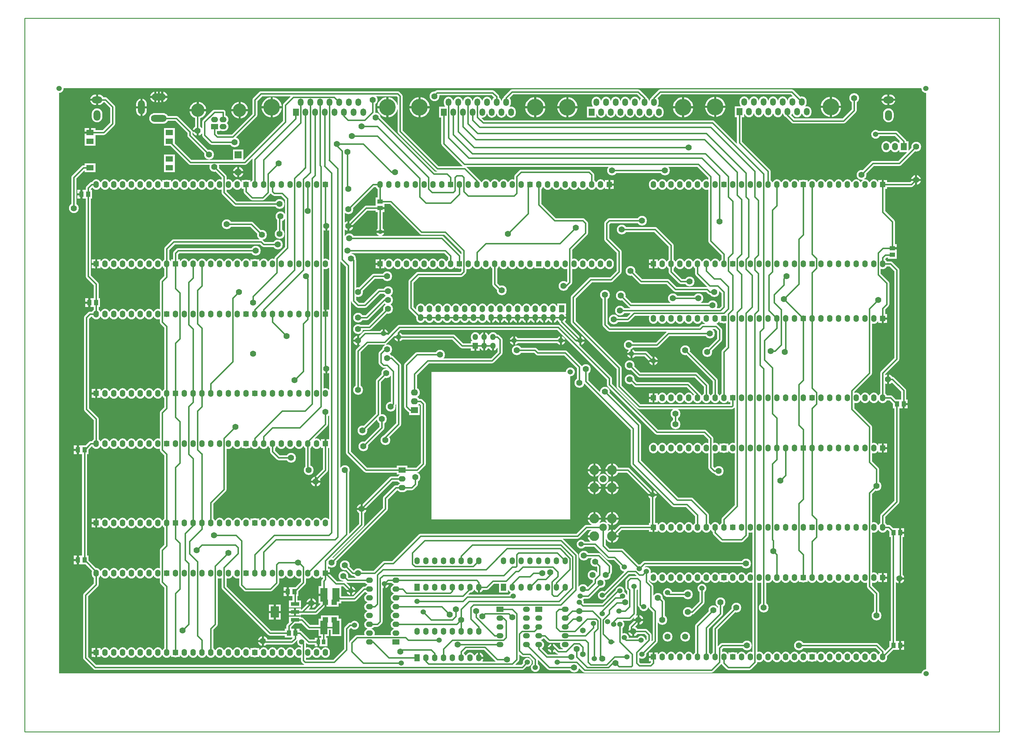
<source format=gbl>
%FSLAX44Y44*%
%MOMM*%
G71*
G01*
G75*
G04 Layer_Physical_Order=2*
G04 Layer_Color=16711680*
%ADD10R,1.5000X1.3000*%
%ADD11R,1.3000X1.5000*%
%ADD12R,1.1000X1.4000*%
%ADD13R,2.0000X4.0000*%
%ADD14R,1.5240X1.5240*%
%ADD15R,2.4000X1.0000*%
%ADD16R,2.4000X3.3000*%
%ADD17C,0.3810*%
%ADD18C,0.2540*%
%ADD19C,4.8000*%
%ADD20O,1.6510X2.1590*%
%ADD21R,1.6510X2.1590*%
%ADD22R,2.1590X1.5240*%
%ADD23C,1.7780*%
%ADD24C,2.0000*%
%ADD25C,2.8000*%
%ADD26O,1.5000X2.0320*%
%ADD27R,1.5000X2.0320*%
%ADD28O,2.0320X1.5000*%
%ADD29R,2.0320X1.5000*%
%ADD30C,1.5240*%
%ADD31R,2.0000X2.0000*%
%ADD32O,1.5240X1.7780*%
%ADD33R,1.5240X2.0320*%
%ADD34O,1.5240X2.0320*%
%ADD35R,2.0320X1.5240*%
%ADD36O,2.0320X1.5240*%
%ADD37O,1.5240X2.0320*%
%ADD38R,1.5240X2.0320*%
%ADD39C,3.8000*%
%ADD40O,2.0320X1.5240*%
%ADD41R,2.0320X1.5240*%
%ADD42O,1.5000X2.0320*%
%ADD43O,2.0000X4.0000*%
%ADD44O,4.0000X2.0000*%
%ADD45O,4.5000X2.0000*%
%ADD46R,1.5240X1.5000*%
%ADD47O,2.0000X3.0000*%
%ADD48O,3.0000X2.0000*%
%ADD49C,2.1590*%
%ADD50O,2.0320X1.7780*%
%ADD51R,2.0320X1.7780*%
%ADD52O,1.5240X1.7780*%
%ADD53R,1.5240X1.7780*%
%ADD54O,1.6510X2.1590*%
%ADD55R,1.6510X2.1590*%
%ADD56C,1.6510*%
%ADD57C,1.2700*%
G36*
X2486444Y1686334D02*
X2486881Y1683019D01*
X2488160Y1679929D01*
X2490196Y1677276D01*
X2492849Y1675240D01*
X2495939Y1673961D01*
X2499254Y1673524D01*
X2499966Y1672900D01*
Y12647D01*
X2499894Y12584D01*
X2496579Y12147D01*
X2493489Y10867D01*
X2490836Y8832D01*
X2488801Y6179D01*
X2487521Y3089D01*
X2487188Y557D01*
X2506D01*
Y1673534D01*
X5749Y1673961D01*
X8839Y1675240D01*
X11492Y1677276D01*
X13527Y1679929D01*
X14807Y1683019D01*
X15243Y1686334D01*
X15930Y1687117D01*
X2485757D01*
X2486444Y1686334D01*
D02*
G37*
%LPC*%
G36*
X546258Y1620799D02*
X525549D01*
Y1600090D01*
X527094Y1600242D01*
X531633Y1601619D01*
X535817Y1603855D01*
X539483Y1606864D01*
X542492Y1610531D01*
X544729Y1614714D01*
X546105Y1619253D01*
X546258Y1620799D01*
D02*
G37*
G36*
X611529Y1629279D02*
X585784D01*
X585893Y1627891D01*
X586962Y1623440D01*
X588713Y1619211D01*
X591105Y1615308D01*
X594078Y1611828D01*
X597558Y1608855D01*
X601461Y1606463D01*
X605690Y1604712D01*
X610141Y1603643D01*
X611529Y1603534D01*
Y1629279D01*
D02*
G37*
G36*
X643624D02*
X617879D01*
Y1603534D01*
X619267Y1603643D01*
X623718Y1604712D01*
X627947Y1606463D01*
X631850Y1608855D01*
X635330Y1611828D01*
X638303Y1615308D01*
X640695Y1619211D01*
X642446Y1623440D01*
X643515Y1627891D01*
X643624Y1629279D01*
D02*
G37*
G36*
X519199Y1620799D02*
X498490D01*
X498642Y1619253D01*
X500019Y1614714D01*
X502255Y1610531D01*
X505264Y1606864D01*
X508931Y1603855D01*
X513114Y1601619D01*
X517653Y1600242D01*
X519199Y1600090D01*
Y1620799D01*
D02*
G37*
G36*
X111654Y1629147D02*
X108698Y1628856D01*
X105855Y1627993D01*
X103235Y1626593D01*
X100939Y1624709D01*
X99055Y1622413D01*
X97654Y1619793D01*
X96792Y1616950D01*
X96501Y1613994D01*
Y1603994D01*
X96792Y1601038D01*
X97654Y1598195D01*
X99055Y1595575D01*
X100939Y1593279D01*
X103235Y1591395D01*
X105855Y1589995D01*
X108698Y1589132D01*
X111654Y1588841D01*
X114610Y1589132D01*
X117453Y1589995D01*
X120072Y1591395D01*
X122369Y1593279D01*
X124253Y1595575D01*
X125653Y1598195D01*
X126516Y1601038D01*
X126807Y1603994D01*
Y1613994D01*
X126516Y1616950D01*
X125653Y1619793D01*
X124253Y1622413D01*
X122369Y1624709D01*
X120072Y1626593D01*
X117453Y1627993D01*
X114610Y1628856D01*
X111654Y1629147D01*
D02*
G37*
G36*
X2391156D02*
X2388200Y1628856D01*
X2385357Y1627993D01*
X2382737Y1626593D01*
X2380441Y1624709D01*
X2378557Y1622413D01*
X2377157Y1619793D01*
X2376294Y1616950D01*
X2376003Y1613994D01*
Y1603994D01*
X2376294Y1601038D01*
X2377157Y1598195D01*
X2378557Y1595575D01*
X2380441Y1593279D01*
X2382737Y1591395D01*
X2385357Y1589995D01*
X2388200Y1589132D01*
X2391156Y1588841D01*
X2394112Y1589132D01*
X2396955Y1589995D01*
X2399575Y1591395D01*
X2401871Y1593279D01*
X2403755Y1595575D01*
X2405155Y1598195D01*
X2406018Y1601038D01*
X2406309Y1603994D01*
Y1613994D01*
X2406018Y1616950D01*
X2405155Y1619793D01*
X2403755Y1622413D01*
X2401871Y1624709D01*
X2399575Y1626593D01*
X2396955Y1627993D01*
X2394112Y1628856D01*
X2391156Y1629147D01*
D02*
G37*
G36*
X116654Y1669107D02*
X114829D01*
Y1653952D01*
Y1638801D01*
X116654D01*
X119610Y1639092D01*
X122453Y1639955D01*
X125072Y1641355D01*
X127369Y1643239D01*
X129253Y1645535D01*
X129987Y1646909D01*
X133066D01*
X149419Y1630556D01*
Y1588132D01*
X127666Y1566379D01*
X107209D01*
Y1572034D01*
X94509D01*
Y1559331D01*
X91336D01*
Y1556159D01*
X75459D01*
Y1546634D01*
Y1521234D01*
X107209D01*
Y1546634D01*
Y1552289D01*
X130584D01*
X132407Y1552529D01*
X133403Y1552941D01*
X134107Y1553233D01*
X135566Y1554352D01*
X161446Y1580232D01*
X162565Y1581691D01*
X162857Y1582395D01*
X163269Y1583391D01*
X163509Y1585214D01*
Y1633474D01*
X163269Y1635297D01*
X162857Y1636293D01*
X162565Y1636997D01*
X161446Y1638456D01*
X140966Y1658936D01*
X139507Y1660055D01*
X138803Y1660347D01*
X137807Y1660759D01*
X135984Y1660999D01*
X129987D01*
X129253Y1662373D01*
X127369Y1664669D01*
X125072Y1666553D01*
X122453Y1667954D01*
X119610Y1668816D01*
X116654Y1669107D01*
D02*
G37*
G36*
X1037402Y1629279D02*
X1011657D01*
X1011767Y1627891D01*
X1012835Y1623440D01*
X1014587Y1619211D01*
X1016978Y1615308D01*
X1019951Y1611828D01*
X1023432Y1608855D01*
X1027334Y1606463D01*
X1031563Y1604712D01*
X1036014Y1603643D01*
X1037402Y1603534D01*
Y1629279D01*
D02*
G37*
G36*
X398799Y1647858D02*
X397253Y1647706D01*
X392714Y1646328D01*
X388531Y1644093D01*
X384864Y1641083D01*
X381855Y1637417D01*
X379619Y1633233D01*
X378242Y1628694D01*
X378090Y1627149D01*
X398799D01*
Y1647858D01*
D02*
G37*
G36*
X254607Y1628959D02*
X224301D01*
Y1622134D01*
X224592Y1619178D01*
X225454Y1616335D01*
X226855Y1613715D01*
X228739Y1611419D01*
X231035Y1609535D01*
X233655Y1608134D01*
X234782Y1607792D01*
X236170Y1607218D01*
X236279Y1607203D01*
Y1622137D01*
X242629D01*
Y1607203D01*
X242738Y1607218D01*
X244125Y1607792D01*
X245253Y1608134D01*
X247873Y1609535D01*
X250169Y1611419D01*
X252053Y1613715D01*
X253454Y1616335D01*
X254316Y1619178D01*
X254607Y1622134D01*
Y1628959D01*
D02*
G37*
G36*
X519199Y1647858D02*
X517653Y1647706D01*
X513114Y1646328D01*
X508931Y1644093D01*
X505264Y1641083D01*
X502255Y1637417D01*
X500019Y1633233D01*
X498642Y1628694D01*
X498490Y1627149D01*
X519199D01*
Y1647858D01*
D02*
G37*
G36*
X405149D02*
Y1627149D01*
X425858D01*
X425705Y1628694D01*
X424328Y1633233D01*
X422093Y1637417D01*
X419083Y1641083D01*
X415417Y1644093D01*
X411233Y1646328D01*
X406694Y1647706D01*
X405149Y1647858D01*
D02*
G37*
G36*
X2436514Y93634D02*
X2428109D01*
Y84229D01*
X2436514D01*
Y93634D01*
D02*
G37*
G36*
X1069497Y1629279D02*
X1043752D01*
Y1603534D01*
X1045141Y1603643D01*
X1049591Y1604712D01*
X1053820Y1606463D01*
X1057723Y1608855D01*
X1061204Y1611828D01*
X1064176Y1615308D01*
X1066568Y1619211D01*
X1068320Y1623440D01*
X1069388Y1627891D01*
X1069497Y1629279D01*
D02*
G37*
G36*
X2254444Y1630279D02*
X2228699D01*
Y1604534D01*
X2230087Y1604643D01*
X2234538Y1605712D01*
X2238767Y1607464D01*
X2242670Y1609855D01*
X2246150Y1612828D01*
X2249123Y1616308D01*
X2251514Y1620211D01*
X2253266Y1624440D01*
X2254335Y1628891D01*
X2254444Y1630279D01*
D02*
G37*
G36*
X2222349D02*
X2196604D01*
X2196713Y1628891D01*
X2197782Y1624440D01*
X2199533Y1620211D01*
X2201925Y1616308D01*
X2204898Y1612828D01*
X2208378Y1609855D01*
X2212281Y1607464D01*
X2216510Y1605712D01*
X2220961Y1604643D01*
X2222349Y1604534D01*
Y1630279D01*
D02*
G37*
G36*
X53259Y324259D02*
X44854D01*
Y314854D01*
X53259D01*
Y324259D01*
D02*
G37*
G36*
Y340014D02*
X44854D01*
Y330609D01*
X53259D01*
Y340014D01*
D02*
G37*
G36*
X86279Y1065939D02*
X77874D01*
Y1056534D01*
X86279D01*
Y1065939D01*
D02*
G37*
G36*
X2436726Y270919D02*
X2426229D01*
Y260421D01*
X2426701Y260483D01*
X2430099Y261891D01*
X2433017Y264130D01*
X2435257Y267049D01*
X2436664Y270447D01*
X2436726Y270919D01*
D02*
G37*
G36*
X53259Y657514D02*
X44854D01*
Y648109D01*
X53259D01*
Y657514D01*
D02*
G37*
G36*
Y641759D02*
X44854D01*
Y632354D01*
X53259D01*
Y641759D01*
D02*
G37*
G36*
X2446674Y773839D02*
X2438269D01*
Y764434D01*
X2446674D01*
Y773839D01*
D02*
G37*
G36*
X2436514Y418754D02*
X2428109D01*
Y409349D01*
X2436514D01*
Y418754D01*
D02*
G37*
G36*
X86279Y1081694D02*
X77874D01*
Y1072289D01*
X86279D01*
Y1081694D01*
D02*
G37*
G36*
X107209Y1470434D02*
X75459D01*
Y1464779D01*
X72164D01*
X70340Y1464539D01*
X69345Y1464127D01*
X68641Y1463835D01*
X67182Y1462716D01*
X39722Y1435256D01*
X38603Y1433797D01*
X38311Y1433093D01*
X37899Y1432097D01*
X37659Y1430274D01*
Y1353577D01*
X34741Y1351337D01*
X32501Y1348419D01*
X31094Y1345021D01*
X30614Y1341374D01*
X31094Y1337727D01*
X32501Y1334329D01*
X34741Y1331411D01*
X37659Y1329171D01*
X41057Y1327764D01*
X44704Y1327283D01*
X48351Y1327764D01*
X51749Y1329171D01*
X54668Y1331411D01*
X56907Y1334329D01*
X58314Y1337727D01*
X58794Y1341374D01*
X58314Y1345021D01*
X56907Y1348419D01*
X54668Y1351337D01*
X51749Y1353577D01*
Y1427356D01*
X74285Y1449892D01*
X75459Y1449406D01*
Y1445034D01*
X107209D01*
Y1470434D01*
D02*
G37*
G36*
X2473829Y1436576D02*
Y1426079D01*
X2484326D01*
X2484264Y1426551D01*
X2482857Y1429949D01*
X2480617Y1432867D01*
X2477699Y1435107D01*
X2474301Y1436514D01*
X2473829Y1436576D01*
D02*
G37*
G36*
X88159Y1572034D02*
X75459D01*
Y1562509D01*
X88159D01*
Y1572034D01*
D02*
G37*
G36*
X335809Y1495834D02*
X304059D01*
Y1470434D01*
Y1445034D01*
X335809D01*
Y1470434D01*
Y1495834D01*
D02*
G37*
G36*
X63419Y1394114D02*
X55014D01*
Y1384709D01*
X63419D01*
Y1394114D01*
D02*
G37*
G36*
Y1378359D02*
X55014D01*
Y1368954D01*
X63419D01*
Y1378359D01*
D02*
G37*
G36*
X2467479Y1436576D02*
X2467007Y1436514D01*
X2463609Y1435107D01*
X2460690Y1432867D01*
X2458451Y1429949D01*
X2457043Y1426551D01*
X2456981Y1426079D01*
X2467479D01*
Y1436576D01*
D02*
G37*
G36*
X2484326Y1419729D02*
X2473829D01*
Y1409231D01*
X2474301Y1409293D01*
X2477699Y1410701D01*
X2480617Y1412940D01*
X2482857Y1415859D01*
X2484264Y1419257D01*
X2484326Y1419729D01*
D02*
G37*
G36*
X286279Y1677287D02*
X280943D01*
X282629Y1677065D01*
Y1665309D01*
X286279D01*
Y1677287D01*
D02*
G37*
G36*
Y1658959D02*
X282629D01*
Y1647203D01*
X280943Y1646981D01*
X286279D01*
Y1658959D01*
D02*
G37*
G36*
X242629Y1657064D02*
Y1642131D01*
X236279D01*
Y1657064D01*
X236170Y1657050D01*
X234782Y1656475D01*
X233655Y1656133D01*
X231035Y1654733D01*
X228739Y1652849D01*
X226855Y1650552D01*
X225454Y1647933D01*
X224592Y1645090D01*
X224301Y1642134D01*
Y1635309D01*
X254607D01*
Y1642134D01*
X254316Y1645090D01*
X253454Y1647933D01*
X252053Y1650552D01*
X250169Y1652849D01*
X247873Y1654733D01*
X245253Y1656133D01*
X244125Y1656475D01*
X242738Y1657050D01*
X242629Y1657064D01*
D02*
G37*
G36*
X297964Y1677287D02*
X292629D01*
Y1665309D01*
X296279D01*
Y1677065D01*
X297964Y1677287D01*
D02*
G37*
G36*
X296279Y1658959D02*
X292629D01*
Y1646981D01*
X297964D01*
X296279Y1647203D01*
Y1658959D01*
D02*
G37*
G36*
X302629Y1677064D02*
Y1665309D01*
X314249D01*
X313453Y1667933D01*
X312053Y1670552D01*
X310169Y1672849D01*
X307872Y1674733D01*
X305253Y1676133D01*
X304125Y1676475D01*
X302738Y1677050D01*
X302629Y1677064D01*
D02*
G37*
G36*
X2113024Y1683699D02*
X1733804D01*
X1731981Y1683459D01*
X1730985Y1683047D01*
X1730281Y1682755D01*
X1728822Y1681636D01*
X1711169Y1663982D01*
X1710049Y1662523D01*
X1709345Y1660824D01*
X1709339Y1660776D01*
X1706640Y1658705D01*
X1704503Y1655919D01*
X1703159Y1652675D01*
X1702936Y1650980D01*
X1701666D01*
X1701442Y1652675D01*
X1700099Y1655919D01*
X1697961Y1658705D01*
X1695176Y1660842D01*
X1695017Y1660908D01*
X1694552Y1662030D01*
X1693432Y1663489D01*
X1675286Y1681636D01*
X1673827Y1682755D01*
X1673123Y1683047D01*
X1672127Y1683459D01*
X1670304Y1683699D01*
X1307084D01*
X1305261Y1683459D01*
X1304265Y1683047D01*
X1303561Y1682755D01*
X1302102Y1681636D01*
X1285296Y1664829D01*
X1284176Y1663370D01*
X1283472Y1661671D01*
X1283342Y1660680D01*
X1280767Y1658705D01*
X1278629Y1655919D01*
X1277286Y1652675D01*
X1277062Y1650980D01*
X1275792D01*
X1275569Y1652675D01*
X1274225Y1655919D01*
X1272088Y1658705D01*
X1269622Y1660596D01*
Y1662741D01*
X1269382Y1664564D01*
X1268679Y1666263D01*
X1267559Y1667722D01*
X1256186Y1679096D01*
X1254727Y1680215D01*
X1254023Y1680507D01*
X1253027Y1680919D01*
X1251204Y1681159D01*
X1091184D01*
X1089361Y1680919D01*
X1088365Y1680507D01*
X1087661Y1680215D01*
X1086202Y1679096D01*
X1084966Y1677860D01*
X1083564Y1678044D01*
X1079917Y1677564D01*
X1076519Y1676157D01*
X1073600Y1673918D01*
X1071361Y1670999D01*
X1069954Y1667601D01*
X1069473Y1663954D01*
X1069954Y1660307D01*
X1071361Y1656909D01*
X1073600Y1653990D01*
X1076519Y1651751D01*
X1079917Y1650344D01*
X1083564Y1649863D01*
X1087211Y1650344D01*
X1090609Y1651751D01*
X1093528Y1653990D01*
X1095767Y1656909D01*
X1097174Y1660307D01*
X1097654Y1663954D01*
X1097370Y1666114D01*
X1098208Y1667069D01*
X1248286D01*
X1254413Y1660941D01*
X1254330Y1659674D01*
X1253067Y1658705D01*
X1250929Y1655919D01*
X1249585Y1652675D01*
X1249362Y1650980D01*
X1248092D01*
X1247869Y1652675D01*
X1246525Y1655919D01*
X1244388Y1658705D01*
X1241602Y1660842D01*
X1238358Y1662186D01*
X1234877Y1662644D01*
X1231396Y1662186D01*
X1228152Y1660842D01*
X1225367Y1658705D01*
X1223229Y1655919D01*
X1221886Y1652675D01*
X1221662Y1650980D01*
X1220392D01*
X1220169Y1652675D01*
X1218825Y1655919D01*
X1216688Y1658705D01*
X1213902Y1660842D01*
X1210658Y1662186D01*
X1207177Y1662644D01*
X1203696Y1662186D01*
X1200452Y1660842D01*
X1197667Y1658705D01*
X1195529Y1655919D01*
X1194185Y1652675D01*
X1193962Y1650980D01*
X1192692D01*
X1192469Y1652675D01*
X1191125Y1655919D01*
X1188988Y1658705D01*
X1186202Y1660842D01*
X1182959Y1662186D01*
X1179477Y1662644D01*
X1175996Y1662186D01*
X1172752Y1660842D01*
X1169967Y1658705D01*
X1167829Y1655919D01*
X1166486Y1652675D01*
X1166262Y1650980D01*
X1164992D01*
X1164769Y1652675D01*
X1163426Y1655919D01*
X1161288Y1658705D01*
X1158502Y1660842D01*
X1155258Y1662186D01*
X1151777Y1662644D01*
X1148296Y1662186D01*
X1145052Y1660842D01*
X1142267Y1658705D01*
X1140129Y1655919D01*
X1138786Y1652675D01*
X1138562Y1650980D01*
X1137292D01*
X1137069Y1652675D01*
X1135725Y1655919D01*
X1133588Y1658705D01*
X1130802Y1660842D01*
X1127559Y1662186D01*
X1124077Y1662644D01*
X1120596Y1662186D01*
X1117352Y1660842D01*
X1114567Y1658705D01*
X1112429Y1655919D01*
X1111086Y1652675D01*
X1110627Y1649194D01*
Y1644114D01*
X1111086Y1640633D01*
X1112429Y1637389D01*
X1114057Y1635268D01*
X1113495Y1634129D01*
X1096892D01*
Y1602379D01*
X1103182D01*
Y1527591D01*
X1103182Y1527591D01*
X1103182D01*
X1103422Y1525767D01*
X1104126Y1524068D01*
X1105246Y1522609D01*
X1164442Y1463412D01*
X1163956Y1462239D01*
X1095012D01*
X991549Y1565702D01*
Y1664384D01*
X991309Y1666207D01*
X990605Y1667906D01*
X989486Y1669366D01*
X982776Y1676076D01*
X981317Y1677195D01*
X980613Y1677487D01*
X979617Y1677899D01*
X977794Y1678139D01*
X584094D01*
X582270Y1677899D01*
X580571Y1677195D01*
X579112Y1676076D01*
X561332Y1658296D01*
X560212Y1656837D01*
X559921Y1656133D01*
X559509Y1655137D01*
X559269Y1653314D01*
Y1613052D01*
X499896Y1553679D01*
X460412D01*
X456719Y1557372D01*
Y1564174D01*
X464914D01*
Y1564975D01*
X465970Y1565681D01*
X468818Y1564501D01*
X472134Y1564065D01*
X477214D01*
X480529Y1564501D01*
X483619Y1565781D01*
X486271Y1567816D01*
X488307Y1570469D01*
X489587Y1573559D01*
X490023Y1576874D01*
X489587Y1580190D01*
X488307Y1583279D01*
X486271Y1585932D01*
X485871Y1586239D01*
Y1587509D01*
X486271Y1587816D01*
X488307Y1590469D01*
X489587Y1593559D01*
X490023Y1596874D01*
X489587Y1600190D01*
X488307Y1603279D01*
X486271Y1605932D01*
X483619Y1607968D01*
X481719Y1608754D01*
Y1617954D01*
X481479Y1619778D01*
X480775Y1621477D01*
X479655Y1622936D01*
X478196Y1624055D01*
X476497Y1624759D01*
X474674Y1624999D01*
X449674D01*
X447850Y1624759D01*
X446151Y1624055D01*
X444692Y1622936D01*
X416552Y1594796D01*
X415432Y1593337D01*
X415141Y1592633D01*
X414729Y1591637D01*
X414489Y1589814D01*
Y1572038D01*
X413286Y1571629D01*
X411177Y1574377D01*
X408259Y1576617D01*
Y1600717D01*
X411233Y1601619D01*
X415417Y1603855D01*
X419083Y1606864D01*
X422093Y1610531D01*
X424328Y1614714D01*
X425705Y1619253D01*
X425858Y1620799D01*
X378090D01*
X378242Y1619253D01*
X379619Y1614714D01*
X381855Y1610531D01*
X384864Y1606864D01*
X388531Y1603855D01*
X392714Y1601619D01*
X394169Y1601178D01*
Y1576617D01*
X391250Y1574377D01*
X389011Y1571459D01*
X387603Y1568061D01*
X387541Y1567589D01*
X401216D01*
Y1564417D01*
X404389D01*
Y1550741D01*
X404861Y1550804D01*
X408259Y1552211D01*
X411177Y1554450D01*
X413286Y1557198D01*
X414489Y1556790D01*
Y1551714D01*
X414729Y1549890D01*
X415141Y1548895D01*
X415432Y1548191D01*
X416552Y1546732D01*
X436872Y1526412D01*
X438331Y1525293D01*
X440030Y1524589D01*
X441854Y1524349D01*
X495691D01*
X497930Y1521430D01*
X500849Y1519191D01*
X504247Y1517784D01*
X507894Y1517303D01*
X511541Y1517784D01*
X514939Y1519191D01*
X517857Y1521430D01*
X520097Y1524349D01*
X521504Y1527747D01*
X521984Y1531394D01*
X521504Y1535041D01*
X520097Y1538439D01*
X517857Y1541358D01*
X514939Y1543597D01*
X511541Y1545004D01*
X511441Y1545298D01*
X571296Y1605152D01*
X572415Y1606611D01*
X572707Y1607315D01*
X573119Y1608311D01*
X573359Y1610134D01*
Y1650396D01*
X587012Y1664049D01*
X668176D01*
X668662Y1662875D01*
X649322Y1643536D01*
X648203Y1642077D01*
X647911Y1641373D01*
X647499Y1640377D01*
X647259Y1638554D01*
Y1593212D01*
X534546Y1480499D01*
X533134D01*
Y1510514D01*
X502974D01*
Y1480499D01*
X435132D01*
X434448Y1481183D01*
X434411Y1481755D01*
X434411D01*
X434410Y1481767D01*
X434869Y1481827D01*
D01*
X437881Y1482224D01*
X441279Y1483631D01*
X444197Y1485870D01*
X446437Y1488789D01*
X447844Y1492187D01*
X448324Y1495834D01*
X447844Y1499481D01*
X446437Y1502879D01*
X444197Y1505797D01*
X441279Y1508037D01*
X437881Y1509444D01*
X434234Y1509924D01*
X430587Y1509444D01*
X386373Y1553658D01*
Y1560483D01*
X387618Y1560731D01*
X389011Y1557369D01*
X391250Y1554450D01*
X394169Y1552211D01*
X397567Y1550804D01*
X398039Y1550741D01*
Y1561239D01*
X387541D01*
X387276Y1563254D01*
X386049Y1562925D01*
X385429Y1564423D01*
X384309Y1565882D01*
X345076Y1605116D01*
X343616Y1606235D01*
X342913Y1606527D01*
X341917Y1606939D01*
X340094Y1607179D01*
X315287D01*
X314553Y1608553D01*
X312669Y1610849D01*
X310372Y1612733D01*
X307753Y1614133D01*
X306625Y1614476D01*
X305238Y1615050D01*
X301954Y1615482D01*
X300468Y1615287D01*
X278440D01*
X276954Y1615482D01*
X273670Y1615050D01*
X272283Y1614476D01*
X271155Y1614133D01*
X268535Y1612733D01*
X266239Y1610849D01*
X264355Y1608553D01*
X262954Y1605933D01*
X262092Y1603090D01*
X261801Y1600134D01*
X262092Y1597178D01*
X262954Y1594335D01*
X264355Y1591715D01*
X266239Y1589419D01*
X268535Y1587535D01*
X271155Y1586134D01*
X272283Y1585792D01*
X273670Y1585218D01*
X276954Y1584785D01*
X278440Y1584981D01*
X300468D01*
X301954Y1584785D01*
X305238Y1585218D01*
X306625Y1585792D01*
X307753Y1586134D01*
X310372Y1587535D01*
X312669Y1589419D01*
X314553Y1591715D01*
X315287Y1593089D01*
X337176D01*
X372282Y1557982D01*
Y1550740D01*
X372522Y1548917D01*
X372934Y1547921D01*
X373226Y1547218D01*
X374346Y1545759D01*
X420623Y1499481D01*
X420143Y1495834D01*
X420623Y1492187D01*
X422031Y1488789D01*
X424270Y1485870D01*
X427189Y1483631D01*
X430587Y1482224D01*
X433599Y1481827D01*
X433599D01*
X434058Y1481767D01*
X434020Y1481183D01*
X433336Y1480499D01*
X383332D01*
X335809Y1528022D01*
Y1546634D01*
Y1572034D01*
X304059D01*
Y1546634D01*
Y1521234D01*
X322670D01*
X375432Y1468472D01*
X376891Y1467353D01*
X377595Y1467061D01*
X378590Y1466649D01*
X380414Y1466409D01*
X435751D01*
X436456Y1465353D01*
X435863Y1463921D01*
X435383Y1460274D01*
X435863Y1456627D01*
X437271Y1453229D01*
X439510Y1450310D01*
X442429Y1448071D01*
X445827Y1446664D01*
X449474Y1446183D01*
X453121Y1446664D01*
X453121Y1446664D01*
X470369Y1429416D01*
Y1424561D01*
X469313Y1423855D01*
X468029Y1424387D01*
X464714Y1424823D01*
X461399Y1424387D01*
X458309Y1423107D01*
X455656Y1421072D01*
X453620Y1418419D01*
X452649Y1416073D01*
X451379D01*
X450407Y1418419D01*
X448372Y1421072D01*
X445719Y1423107D01*
X442629Y1424387D01*
X439314Y1424823D01*
X435998Y1424387D01*
X432909Y1423107D01*
X430256Y1421072D01*
X428220Y1418419D01*
X427249Y1416073D01*
X425979D01*
X425007Y1418419D01*
X422972Y1421072D01*
X420319Y1423107D01*
X417229Y1424387D01*
X413914Y1424823D01*
X410598Y1424387D01*
X407509Y1423107D01*
X404856Y1421072D01*
X402820Y1418419D01*
X401849Y1416073D01*
X400579D01*
X399607Y1418419D01*
X397572Y1421072D01*
X394919Y1423107D01*
X391829Y1424387D01*
X388514Y1424823D01*
X385199Y1424387D01*
X382109Y1423107D01*
X379456Y1421072D01*
X377420Y1418419D01*
X376449Y1416073D01*
X375179D01*
X374207Y1418419D01*
X372172Y1421072D01*
X369519Y1423107D01*
X366429Y1424387D01*
X363114Y1424823D01*
X359799Y1424387D01*
X356709Y1423107D01*
X354056Y1421072D01*
X352020Y1418419D01*
X351049Y1416073D01*
X349779D01*
X348807Y1418419D01*
X346772Y1421072D01*
X344119Y1423107D01*
X341029Y1424387D01*
X337714Y1424823D01*
X334398Y1424387D01*
X331309Y1423107D01*
X328656Y1421072D01*
X326620Y1418419D01*
X326259Y1417547D01*
X325014Y1417795D01*
Y1422054D01*
X318196D01*
X315629Y1423117D01*
X312314Y1423553D01*
X308999Y1423117D01*
X306432Y1422054D01*
X299614D01*
Y1417795D01*
X298368Y1417547D01*
X298007Y1418419D01*
X295972Y1421072D01*
X293319Y1423107D01*
X290229Y1424387D01*
X286914Y1424823D01*
X283598Y1424387D01*
X280509Y1423107D01*
X277856Y1421072D01*
X275820Y1418419D01*
X274849Y1416073D01*
X273579D01*
X272607Y1418419D01*
X270572Y1421072D01*
X267919Y1423107D01*
X264829Y1424387D01*
X261514Y1424823D01*
X258199Y1424387D01*
X255109Y1423107D01*
X252456Y1421072D01*
X250420Y1418419D01*
X249449Y1416073D01*
X248179D01*
X247207Y1418419D01*
X245172Y1421072D01*
X242519Y1423107D01*
X239429Y1424387D01*
X236114Y1424823D01*
X232799Y1424387D01*
X229709Y1423107D01*
X227056Y1421072D01*
X225020Y1418419D01*
X224049Y1416073D01*
X222779D01*
X221807Y1418419D01*
X219772Y1421072D01*
X217119Y1423107D01*
X214029Y1424387D01*
X210714Y1424823D01*
X207398Y1424387D01*
X204309Y1423107D01*
X201656Y1421072D01*
X199620Y1418419D01*
X198649Y1416073D01*
X197379D01*
X196407Y1418419D01*
X194372Y1421072D01*
X191719Y1423107D01*
X188629Y1424387D01*
X185314Y1424823D01*
X181999Y1424387D01*
X178909Y1423107D01*
X176256Y1421072D01*
X174220Y1418419D01*
X173249Y1416073D01*
X171979D01*
X171007Y1418419D01*
X168972Y1421072D01*
X166319Y1423107D01*
X163229Y1424387D01*
X159914Y1424823D01*
X156599Y1424387D01*
X153509Y1423107D01*
X150856Y1421072D01*
X148820Y1418419D01*
X147849Y1416073D01*
X146579D01*
X145607Y1418419D01*
X143572Y1421072D01*
X140919Y1423107D01*
X137829Y1424387D01*
X134514Y1424823D01*
X131199Y1424387D01*
X128109Y1423107D01*
X125456Y1421072D01*
X123420Y1418419D01*
X122449Y1416073D01*
X121179D01*
X120207Y1418419D01*
X118172Y1421072D01*
X115519Y1423107D01*
X112429Y1424387D01*
X109114Y1424823D01*
X105799Y1424387D01*
X102709Y1423107D01*
X100056Y1421072D01*
X98020Y1418419D01*
X97234Y1416519D01*
X96414D01*
X94590Y1416279D01*
X92891Y1415575D01*
X91432Y1414456D01*
X81272Y1404296D01*
X80152Y1402837D01*
X79861Y1402133D01*
X79449Y1401137D01*
X79209Y1399314D01*
Y1394114D01*
X69769D01*
Y1381531D01*
Y1368954D01*
X79209D01*
Y1145314D01*
X79449Y1143491D01*
X79861Y1142495D01*
X80152Y1141791D01*
X81272Y1140332D01*
X102069Y1119536D01*
Y1081694D01*
X92629D01*
Y1069111D01*
Y1056534D01*
X102069D01*
Y1049236D01*
X100056Y1047692D01*
X98020Y1045039D01*
X97234Y1043139D01*
X91334D01*
X89510Y1042899D01*
X87811Y1042195D01*
X86352Y1041076D01*
X76192Y1030916D01*
X75072Y1029457D01*
X74781Y1028753D01*
X74369Y1027757D01*
X74129Y1025934D01*
Y761774D01*
X74369Y759950D01*
X74781Y758955D01*
X75072Y758251D01*
X76192Y756792D01*
X102069Y730916D01*
Y675856D01*
X100056Y674312D01*
X98020Y671659D01*
X97234Y669759D01*
X93874D01*
X92050Y669519D01*
X90351Y668815D01*
X88892Y667696D01*
X78710Y657514D01*
X59609D01*
Y644931D01*
Y632354D01*
X68389D01*
Y340014D01*
X59609D01*
Y327431D01*
Y314854D01*
X78050D01*
X97026Y295878D01*
X96741Y295189D01*
X96304Y291874D01*
Y286794D01*
X96741Y283479D01*
X98020Y280389D01*
X100056Y277736D01*
X102069Y276192D01*
Y259232D01*
X73652Y230816D01*
X72532Y229357D01*
X72241Y228653D01*
X71829Y227657D01*
X71589Y225834D01*
Y45494D01*
X71829Y43671D01*
X72241Y42675D01*
X72532Y41971D01*
X73652Y40512D01*
X100957Y13207D01*
X102416Y12088D01*
X104115Y11384D01*
X105939Y11144D01*
X1336569D01*
X1338392Y11384D01*
X1339388Y11796D01*
X1340092Y12088D01*
X1341551Y13207D01*
X1348659Y20315D01*
X1351174Y19984D01*
X1354489Y20421D01*
X1357579Y21700D01*
X1360232Y23736D01*
X1362267Y26389D01*
X1363547Y29479D01*
X1363983Y32794D01*
X1363547Y36109D01*
X1362267Y39199D01*
X1360232Y41852D01*
X1357579Y43887D01*
X1354489Y45167D01*
X1351174Y45603D01*
X1347858Y45167D01*
X1344769Y43887D01*
X1342116Y41852D01*
X1340080Y39199D01*
X1338801Y36109D01*
X1338364Y32794D01*
X1338695Y30279D01*
X1333651Y25234D01*
X1317137D01*
X1316651Y26407D01*
X1325676Y35432D01*
X1326795Y36891D01*
X1327499Y38591D01*
X1327739Y40414D01*
X1327739Y40414D01*
X1327739Y40414D01*
Y40414D01*
Y54766D01*
X1328912Y55252D01*
X1333492Y50672D01*
X1334951Y49553D01*
X1336650Y48849D01*
X1336650Y48849D01*
X1336650Y48849D01*
D01*
X1336650Y48849D01*
X1336650Y48849D01*
X1338474Y48609D01*
X1355876D01*
X1366989Y37496D01*
Y28156D01*
X1364976Y26612D01*
X1362940Y23959D01*
X1361661Y20869D01*
X1361224Y17554D01*
X1361661Y14239D01*
X1362940Y11149D01*
X1364976Y8496D01*
X1367629Y6460D01*
X1370719Y5181D01*
X1374034Y4744D01*
X1377349Y5181D01*
X1380439Y6460D01*
X1383092Y8496D01*
X1385127Y11149D01*
X1386407Y14239D01*
X1386843Y17554D01*
X1386407Y20869D01*
X1385127Y23959D01*
X1383092Y26612D01*
X1381079Y28156D01*
Y39526D01*
X1382252Y40012D01*
X1409692Y12572D01*
X1411151Y11453D01*
X1412850Y10749D01*
X1412850Y10749D01*
X1412850Y10749D01*
D01*
X1412850Y10749D01*
X1412850Y10749D01*
X1414674Y10509D01*
X1473591D01*
X1475830Y7590D01*
X1478749Y5351D01*
X1482147Y3943D01*
X1485794Y3463D01*
X1489441Y3943D01*
X1492839Y5351D01*
X1495757Y7590D01*
X1497997Y10509D01*
X1499404Y13907D01*
X1499558Y15075D01*
X1500761Y15484D01*
X1511292Y4952D01*
X1512751Y3833D01*
X1513455Y3541D01*
X1514450Y3129D01*
X1516274Y2889D01*
X1882034D01*
X1883857Y3129D01*
X1884853Y3541D01*
X1885556Y3833D01*
X1887016Y4952D01*
X1909876Y27812D01*
X1909957Y27867D01*
X1911173Y27502D01*
X1911201Y27435D01*
X1911492Y26731D01*
X1912612Y25272D01*
X1925312Y12572D01*
X1926771Y11453D01*
X1928470Y10749D01*
X1928470Y10749D01*
X1928470Y10749D01*
D01*
X1928470Y10749D01*
X1928470Y10749D01*
X1930294Y10509D01*
X1991254D01*
X1993077Y10749D01*
X1994073Y11161D01*
X1994776Y11453D01*
X1996236Y12572D01*
X2011476Y27812D01*
X2012595Y29271D01*
X2012887Y29975D01*
X2013299Y30970D01*
X2013539Y32794D01*
Y32947D01*
X2014595Y33652D01*
X2015878Y33121D01*
X2019194Y32684D01*
X2022509Y33121D01*
X2025599Y34400D01*
X2028252Y36436D01*
X2030287Y39089D01*
X2031259Y41435D01*
X2032529D01*
X2033500Y39089D01*
X2035536Y36436D01*
X2038189Y34400D01*
X2041279Y33121D01*
X2044594Y32684D01*
X2047909Y33121D01*
X2050999Y34400D01*
X2053652Y36436D01*
X2055687Y39089D01*
X2056659Y41435D01*
X2057929D01*
X2058900Y39089D01*
X2060936Y36436D01*
X2063589Y34400D01*
X2066678Y33121D01*
X2069994Y32684D01*
X2073309Y33121D01*
X2076399Y34400D01*
X2079052Y36436D01*
X2081087Y39089D01*
X2082059Y41435D01*
X2083329D01*
X2084300Y39089D01*
X2086336Y36436D01*
X2088989Y34400D01*
X2092079Y33121D01*
X2095394Y32684D01*
X2098709Y33121D01*
X2101799Y34400D01*
X2104452Y36436D01*
X2106487Y39089D01*
X2107459Y41435D01*
X2108729D01*
X2109700Y39089D01*
X2111736Y36436D01*
X2114389Y34400D01*
X2117478Y33121D01*
X2120794Y32684D01*
X2124109Y33121D01*
X2127199Y34400D01*
X2129852Y36436D01*
X2131887Y39089D01*
X2132859Y41435D01*
X2134129D01*
X2135100Y39089D01*
X2137136Y36436D01*
X2139789Y34400D01*
X2142879Y33121D01*
X2146194Y32684D01*
X2149509Y33121D01*
X2152599Y34400D01*
X2155252Y36436D01*
X2157287Y39089D01*
X2157648Y39961D01*
X2158894Y39713D01*
Y35454D01*
X2165712D01*
X2168279Y34391D01*
X2171594Y33954D01*
X2174909Y34391D01*
X2177476Y35454D01*
X2184294D01*
Y39713D01*
X2185539Y39961D01*
X2185900Y39089D01*
X2187936Y36436D01*
X2190589Y34400D01*
X2193678Y33121D01*
X2196994Y32684D01*
X2200309Y33121D01*
X2203399Y34400D01*
X2206052Y36436D01*
X2208087Y39089D01*
X2209059Y41435D01*
X2210329D01*
X2211300Y39089D01*
X2213336Y36436D01*
X2215989Y34400D01*
X2219079Y33121D01*
X2222394Y32684D01*
X2225709Y33121D01*
X2228799Y34400D01*
X2231452Y36436D01*
X2233487Y39089D01*
X2234459Y41435D01*
X2235729D01*
X2236700Y39089D01*
X2238736Y36436D01*
X2241389Y34400D01*
X2244478Y33121D01*
X2247794Y32684D01*
X2251109Y33121D01*
X2254199Y34400D01*
X2256852Y36436D01*
X2258887Y39089D01*
X2259859Y41435D01*
X2261129D01*
X2262100Y39089D01*
X2264136Y36436D01*
X2266789Y34400D01*
X2269879Y33121D01*
X2273194Y32684D01*
X2276509Y33121D01*
X2279599Y34400D01*
X2282252Y36436D01*
X2284287Y39089D01*
X2285259Y41435D01*
X2286529D01*
X2287500Y39089D01*
X2289536Y36436D01*
X2292189Y34400D01*
X2295278Y33121D01*
X2298594Y32684D01*
X2301909Y33121D01*
X2304999Y34400D01*
X2307652Y36436D01*
X2309687Y39089D01*
X2310659Y41435D01*
X2311929D01*
X2312900Y39089D01*
X2314936Y36436D01*
X2317589Y34400D01*
X2320679Y33121D01*
X2323994Y32684D01*
X2327309Y33121D01*
X2330399Y34400D01*
X2333052Y36436D01*
X2335087Y39089D01*
X2336059Y41435D01*
X2337329D01*
X2338300Y39089D01*
X2340336Y36436D01*
X2342989Y34400D01*
X2346078Y33121D01*
X2349394Y32684D01*
X2352709Y33121D01*
X2355799Y34400D01*
X2358452Y36436D01*
X2360487Y39089D01*
X2361459Y41435D01*
X2362729D01*
X2363700Y39089D01*
X2365736Y36436D01*
X2368389Y34400D01*
X2371478Y33121D01*
X2374794Y32684D01*
X2378109Y33121D01*
X2381199Y34400D01*
X2383852Y36436D01*
X2385887Y39089D01*
X2387167Y42179D01*
X2387603Y45494D01*
Y50574D01*
X2387568Y50844D01*
X2405197Y68474D01*
X2421759D01*
Y81051D01*
Y93634D01*
X2412319D01*
Y263286D01*
X2413458Y263848D01*
X2416009Y261891D01*
X2419407Y260483D01*
X2419879Y260421D01*
Y274097D01*
X2423051D01*
Y277269D01*
X2436726D01*
X2436664Y277741D01*
X2435257Y281139D01*
X2433017Y284058D01*
X2431979Y284854D01*
Y393594D01*
X2436514D01*
Y402999D01*
X2424931D01*
Y406171D01*
X2421759D01*
Y418754D01*
X2405197D01*
X2397556Y426396D01*
X2396096Y427515D01*
X2395393Y427807D01*
X2394397Y428219D01*
X2392574Y428459D01*
X2386674D01*
X2385887Y430359D01*
X2383852Y433012D01*
X2381839Y434556D01*
Y451516D01*
X2420416Y490092D01*
X2421535Y491551D01*
X2422239Y493251D01*
X2422479Y495074D01*
X2422479Y495074D01*
X2422479Y495074D01*
Y495074D01*
Y764434D01*
X2431919D01*
Y777017D01*
X2435091D01*
Y780189D01*
X2446674D01*
Y789594D01*
X2442139D01*
Y815774D01*
X2441899Y817597D01*
X2441487Y818593D01*
X2441195Y819296D01*
X2440076Y820756D01*
X2407716Y853116D01*
X2406257Y854235D01*
X2405553Y854527D01*
X2404557Y854939D01*
X2402734Y855179D01*
X2402237D01*
X2399997Y858098D01*
X2397079Y860337D01*
X2393681Y861744D01*
X2393209Y861806D01*
Y848131D01*
Y834461D01*
X2393681Y834523D01*
X2397079Y835931D01*
X2399997Y838170D01*
X2400599Y838955D01*
X2401866Y839038D01*
X2428049Y812856D01*
Y789594D01*
X2412817D01*
X2402636Y799776D01*
X2401176Y800895D01*
X2400473Y801187D01*
X2399477Y801599D01*
X2397654Y801839D01*
X2386674D01*
X2385887Y803739D01*
X2383852Y806392D01*
X2381839Y807936D01*
Y835378D01*
X2382978Y835939D01*
X2382989Y835931D01*
X2386387Y834523D01*
X2386859Y834461D01*
Y848131D01*
Y861806D01*
X2386387Y861744D01*
X2382989Y860337D01*
X2382978Y860329D01*
X2381839Y860890D01*
Y862996D01*
X2420416Y901572D01*
X2421535Y903031D01*
X2422239Y904731D01*
X2422479Y906554D01*
X2422479Y906554D01*
X2422479Y906554D01*
Y906554D01*
Y1163094D01*
X2422239Y1164917D01*
X2421535Y1166617D01*
X2420416Y1168076D01*
X2402636Y1185856D01*
X2401176Y1186975D01*
X2400473Y1187267D01*
X2399477Y1187679D01*
X2397654Y1187919D01*
X2386674D01*
X2385887Y1189819D01*
X2383852Y1192472D01*
X2381839Y1194016D01*
Y1195736D01*
X2385332Y1199229D01*
X2390154D01*
Y1195354D01*
X2415314D01*
Y1214354D01*
Y1222759D01*
X2402731D01*
Y1229109D01*
X2415314D01*
Y1237514D01*
X2409779D01*
Y1302364D01*
X2409539Y1304188D01*
X2408835Y1305887D01*
X2407716Y1307346D01*
X2381839Y1333222D01*
Y1396894D01*
X2387494D01*
Y1402429D01*
X2457224D01*
X2459047Y1402669D01*
X2460043Y1403081D01*
X2460747Y1403373D01*
X2462206Y1404492D01*
X2467007Y1409293D01*
X2467479Y1409231D01*
Y1419729D01*
X2456981D01*
X2457043Y1419257D01*
X2454306Y1416519D01*
X2387494D01*
Y1422054D01*
X2380676D01*
X2378109Y1423117D01*
X2377969Y1423136D01*
Y1409471D01*
X2371619D01*
Y1423136D01*
X2371478Y1423117D01*
X2368912Y1422054D01*
X2362094D01*
Y1417795D01*
X2360848Y1417547D01*
X2360487Y1418419D01*
X2358452Y1421072D01*
X2355799Y1423107D01*
X2352709Y1424387D01*
X2349394Y1424823D01*
X2346078Y1424387D01*
X2342989Y1423107D01*
X2340336Y1421072D01*
X2338300Y1418419D01*
X2337329Y1416073D01*
X2336059D01*
X2335087Y1418419D01*
X2333052Y1421072D01*
X2330399Y1423107D01*
X2327309Y1424387D01*
X2323994Y1424823D01*
X2322057Y1424568D01*
X2321571Y1425742D01*
X2323797Y1427450D01*
X2326037Y1430369D01*
X2327444Y1433767D01*
X2327924Y1437414D01*
X2327444Y1441061D01*
X2349772Y1463389D01*
X2423054D01*
X2424877Y1463629D01*
X2425873Y1464041D01*
X2426577Y1464333D01*
X2428036Y1465452D01*
X2467667Y1505083D01*
D01*
X2467667Y1505083D01*
X2467667Y1505083D01*
X2471314Y1504603D01*
X2474961Y1505083D01*
X2478359Y1506491D01*
X2481277Y1508730D01*
X2483517Y1511649D01*
X2484924Y1515047D01*
X2485404Y1518694D01*
X2484924Y1522341D01*
X2483517Y1525739D01*
X2481277Y1528658D01*
X2478359Y1530897D01*
X2474961Y1532304D01*
X2471314Y1532784D01*
X2467667Y1532304D01*
X2464269Y1530897D01*
X2461350Y1528658D01*
X2459111Y1525739D01*
X2457703Y1522341D01*
X2457223Y1518694D01*
X2457703Y1515047D01*
X2450262Y1507606D01*
X2449089Y1508092D01*
Y1534569D01*
X2442715D01*
X2442559Y1535757D01*
X2442147Y1536753D01*
X2441855Y1537457D01*
X2440736Y1538916D01*
X2417876Y1561776D01*
X2416416Y1562895D01*
X2415713Y1563187D01*
X2414717Y1563599D01*
X2412894Y1563839D01*
X2362844D01*
X2360879Y1565347D01*
X2357789Y1566627D01*
X2354474Y1567063D01*
X2351158Y1566627D01*
X2348069Y1565347D01*
X2345416Y1563312D01*
X2343380Y1560659D01*
X2342101Y1557569D01*
X2341664Y1554254D01*
X2342101Y1550939D01*
X2343380Y1547849D01*
X2345416Y1545196D01*
X2348069Y1543161D01*
X2351158Y1541881D01*
X2354474Y1541444D01*
X2357789Y1541881D01*
X2360879Y1543161D01*
X2363532Y1545196D01*
X2365567Y1547849D01*
X2366354Y1549749D01*
X2409976D01*
X2423982Y1535742D01*
X2423496Y1534569D01*
X2422419D01*
Y1529391D01*
X2421216Y1528983D01*
X2419865Y1530745D01*
X2417079Y1532882D01*
X2413835Y1534226D01*
X2410354Y1534684D01*
X2406873Y1534226D01*
X2403629Y1532882D01*
X2400843Y1530745D01*
X2398706Y1527959D01*
X2398289Y1526953D01*
X2397019D01*
X2396602Y1527959D01*
X2394465Y1530745D01*
X2391679Y1532882D01*
X2388435Y1534226D01*
X2384954Y1534684D01*
X2381473Y1534226D01*
X2378229Y1532882D01*
X2375443Y1530745D01*
X2373306Y1527959D01*
X2371962Y1524715D01*
X2371504Y1521234D01*
Y1516154D01*
X2371962Y1512673D01*
X2373306Y1509429D01*
X2375443Y1506643D01*
X2378229Y1504506D01*
X2381473Y1503162D01*
X2384954Y1502704D01*
X2388435Y1503162D01*
X2391679Y1504506D01*
X2394465Y1506643D01*
X2396602Y1509429D01*
X2397019Y1510435D01*
X2398289D01*
X2398706Y1509429D01*
X2400843Y1506643D01*
X2403629Y1504506D01*
X2406873Y1503162D01*
X2410354Y1502704D01*
X2413835Y1503162D01*
X2417079Y1504506D01*
X2419865Y1506643D01*
X2421216Y1508405D01*
X2422419Y1507997D01*
Y1502819D01*
X2443816D01*
X2444302Y1501646D01*
X2420136Y1477479D01*
X2346854D01*
X2345030Y1477239D01*
X2343331Y1476535D01*
X2341872Y1475416D01*
X2317481Y1451024D01*
X2313834Y1451505D01*
X2310187Y1451024D01*
X2306789Y1449617D01*
X2303870Y1447377D01*
X2301631Y1444459D01*
X2300223Y1441061D01*
X2299743Y1437414D01*
X2300223Y1433767D01*
X2301631Y1430369D01*
X2303870Y1427450D01*
X2306789Y1425211D01*
X2310187Y1423804D01*
X2313834Y1423323D01*
X2316274Y1423645D01*
X2316760Y1422471D01*
X2314936Y1421072D01*
X2312900Y1418419D01*
X2311929Y1416073D01*
X2310659D01*
X2309687Y1418419D01*
X2307652Y1421072D01*
X2304999Y1423107D01*
X2301909Y1424387D01*
X2298594Y1424823D01*
X2295278Y1424387D01*
X2292189Y1423107D01*
X2289536Y1421072D01*
X2287500Y1418419D01*
X2286529Y1416073D01*
X2285259D01*
X2284287Y1418419D01*
X2282252Y1421072D01*
X2279599Y1423107D01*
X2276509Y1424387D01*
X2273194Y1424823D01*
X2269879Y1424387D01*
X2266789Y1423107D01*
X2264136Y1421072D01*
X2262100Y1418419D01*
X2261129Y1416073D01*
X2259859D01*
X2258887Y1418419D01*
X2256852Y1421072D01*
X2254199Y1423107D01*
X2251109Y1424387D01*
X2247794Y1424823D01*
X2244478Y1424387D01*
X2241389Y1423107D01*
X2238736Y1421072D01*
X2236700Y1418419D01*
X2235729Y1416073D01*
X2234459D01*
X2233487Y1418419D01*
X2231452Y1421072D01*
X2228799Y1423107D01*
X2225709Y1424387D01*
X2222394Y1424823D01*
X2219079Y1424387D01*
X2215989Y1423107D01*
X2213336Y1421072D01*
X2211300Y1418419D01*
X2210329Y1416073D01*
X2209059D01*
X2208087Y1418419D01*
X2206052Y1421072D01*
X2203399Y1423107D01*
X2200309Y1424387D01*
X2196994Y1424823D01*
X2193678Y1424387D01*
X2190589Y1423107D01*
X2187936Y1421072D01*
X2185900Y1418419D01*
X2184929Y1416073D01*
X2183659D01*
X2182687Y1418419D01*
X2180652Y1421072D01*
X2177999Y1423107D01*
X2174909Y1424387D01*
X2171594Y1424823D01*
X2168279Y1424387D01*
X2165189Y1423107D01*
X2162536Y1421072D01*
X2160500Y1418419D01*
X2160139Y1417547D01*
X2158894Y1417795D01*
Y1422054D01*
X2152076D01*
X2149509Y1423117D01*
X2146194Y1423553D01*
X2142879Y1423117D01*
X2140312Y1422054D01*
X2133494D01*
Y1417795D01*
X2132248Y1417547D01*
X2131887Y1418419D01*
X2129852Y1421072D01*
X2127199Y1423107D01*
X2124109Y1424387D01*
X2120794Y1424823D01*
X2117478Y1424387D01*
X2114389Y1423107D01*
X2111736Y1421072D01*
X2109700Y1418419D01*
X2108729Y1416073D01*
X2107459D01*
X2106487Y1418419D01*
X2104452Y1421072D01*
X2101799Y1423107D01*
X2098709Y1424387D01*
X2095394Y1424823D01*
X2092079Y1424387D01*
X2088989Y1423107D01*
X2086336Y1421072D01*
X2084300Y1418419D01*
X2083329Y1416073D01*
X2082059D01*
X2081087Y1418419D01*
X2079052Y1421072D01*
X2076399Y1423107D01*
X2073309Y1424387D01*
X2069994Y1424823D01*
X2066678Y1424387D01*
X2063589Y1423107D01*
X2060936Y1421072D01*
X2058900Y1418419D01*
X2057929Y1416073D01*
X2056659D01*
X2055687Y1418419D01*
X2053652Y1421072D01*
X2051639Y1422616D01*
Y1447574D01*
X2051399Y1449397D01*
X2050695Y1451097D01*
X2049576Y1452556D01*
X1969019Y1533112D01*
Y1603379D01*
X1975309D01*
Y1613954D01*
X1976576Y1614037D01*
X1976682Y1613233D01*
X1978026Y1609989D01*
X1980163Y1607203D01*
X1982949Y1605066D01*
X1986193Y1603722D01*
X1989674Y1603264D01*
X1993155Y1603722D01*
X1996399Y1605066D01*
X1999185Y1607203D01*
X2001322Y1609989D01*
X2002666Y1613233D01*
X2002889Y1614928D01*
X2004159D01*
X2004382Y1613233D01*
X2005726Y1609989D01*
X2007863Y1607203D01*
X2010649Y1605066D01*
X2013893Y1603722D01*
X2017374Y1603264D01*
X2020855Y1603722D01*
X2024099Y1605066D01*
X2026884Y1607203D01*
X2029022Y1609989D01*
X2030366Y1613233D01*
X2030589Y1614928D01*
X2031859D01*
X2032082Y1613233D01*
X2033426Y1609989D01*
X2035563Y1607203D01*
X2038349Y1605066D01*
X2041593Y1603722D01*
X2045074Y1603264D01*
X2048555Y1603722D01*
X2051799Y1605066D01*
X2054585Y1607203D01*
X2056722Y1609989D01*
X2058066Y1613233D01*
X2058289Y1614929D01*
X2059559D01*
X2059782Y1613233D01*
X2061126Y1609989D01*
X2063263Y1607203D01*
X2066049Y1605066D01*
X2069293Y1603722D01*
X2072774Y1603264D01*
X2076255Y1603722D01*
X2079499Y1605066D01*
X2082285Y1607203D01*
X2084422Y1609989D01*
X2085766Y1613233D01*
X2085989Y1614928D01*
X2087259D01*
X2087482Y1613233D01*
X2088826Y1609989D01*
X2090963Y1607203D01*
X2093749Y1605066D01*
X2096138Y1604076D01*
X2112362Y1587852D01*
X2113821Y1586733D01*
X2115520Y1586029D01*
X2115520Y1586029D01*
X2115521Y1586029D01*
D01*
X2115521Y1586029D01*
X2115521Y1586029D01*
X2117344Y1585789D01*
X2262124D01*
X2263947Y1586029D01*
X2264943Y1586441D01*
X2265647Y1586733D01*
X2267106Y1587852D01*
X2297586Y1618332D01*
X2298705Y1619791D01*
X2298997Y1620495D01*
X2299409Y1621491D01*
X2299649Y1623314D01*
Y1646671D01*
X2302567Y1648911D01*
X2304807Y1651829D01*
X2306214Y1655227D01*
X2306694Y1658874D01*
X2306214Y1662521D01*
X2304807Y1665919D01*
X2302567Y1668837D01*
X2299649Y1671077D01*
X2296251Y1672484D01*
X2292604Y1672964D01*
X2288957Y1672484D01*
X2285559Y1671077D01*
X2282641Y1668837D01*
X2280401Y1665919D01*
X2278994Y1662521D01*
X2278513Y1658874D01*
X2278994Y1655227D01*
X2280401Y1651829D01*
X2282641Y1648911D01*
X2285559Y1646671D01*
Y1626232D01*
X2259206Y1599879D01*
X2120262D01*
X2111267Y1608875D01*
X2112122Y1609989D01*
X2113466Y1613233D01*
X2113689Y1614928D01*
X2114959D01*
X2115182Y1613233D01*
X2116526Y1609989D01*
X2118663Y1607203D01*
X2121449Y1605066D01*
X2124693Y1603722D01*
X2128174Y1603264D01*
X2131655Y1603722D01*
X2134899Y1605066D01*
X2137685Y1607203D01*
X2139822Y1609989D01*
X2141166Y1613233D01*
X2141389Y1614928D01*
X2142659D01*
X2142882Y1613233D01*
X2144226Y1609989D01*
X2146363Y1607203D01*
X2149149Y1605066D01*
X2152393Y1603722D01*
X2155874Y1603264D01*
X2159355Y1603722D01*
X2162599Y1605066D01*
X2165385Y1607203D01*
X2167522Y1609989D01*
X2168866Y1613233D01*
X2169324Y1616714D01*
Y1621794D01*
X2168866Y1625275D01*
X2167522Y1628519D01*
X2165385Y1631305D01*
X2162599Y1633442D01*
X2159355Y1634786D01*
X2155874Y1635244D01*
X2152393Y1634786D01*
X2151872Y1636043D01*
X2153672Y1638389D01*
X2155016Y1641633D01*
X2155474Y1645114D01*
Y1650194D01*
X2155016Y1653675D01*
X2153672Y1656919D01*
X2151534Y1659705D01*
X2148749Y1661842D01*
X2145505Y1663186D01*
X2142024Y1663644D01*
X2138543Y1663186D01*
X2137067Y1662574D01*
X2118006Y1681636D01*
X2116546Y1682755D01*
X2115843Y1683047D01*
X2114847Y1683459D01*
X2113024Y1683699D01*
D02*
G37*
G36*
X2387981Y1650779D02*
X2371361D01*
X2372157Y1648155D01*
X2373557Y1645535D01*
X2375441Y1643239D01*
X2377737Y1641355D01*
X2380357Y1639955D01*
X2383200Y1639092D01*
X2386156Y1638801D01*
X2387981D01*
Y1650779D01*
D02*
G37*
G36*
X276279Y1677064D02*
X276170Y1677050D01*
X274782Y1676475D01*
X273655Y1676133D01*
X271035Y1674733D01*
X268739Y1672849D01*
X266855Y1670552D01*
X265454Y1667933D01*
X264658Y1665309D01*
X276279D01*
Y1677064D01*
D02*
G37*
G36*
X2410951Y1650779D02*
X2394331D01*
Y1638801D01*
X2396156D01*
X2399112Y1639092D01*
X2401955Y1639955D01*
X2404574Y1641355D01*
X2406871Y1643239D01*
X2408755Y1645535D01*
X2410155Y1648155D01*
X2410951Y1650779D01*
D02*
G37*
G36*
X2222349Y1662374D02*
X2220961Y1662265D01*
X2216510Y1661196D01*
X2212281Y1659445D01*
X2208378Y1657053D01*
X2204898Y1654080D01*
X2201925Y1650600D01*
X2199533Y1646697D01*
X2197782Y1642468D01*
X2196713Y1638017D01*
X2196604Y1636629D01*
X2222349D01*
Y1662374D01*
D02*
G37*
G36*
X2228699D02*
Y1636629D01*
X2254444D01*
X2254335Y1638017D01*
X2253266Y1642468D01*
X2251514Y1646697D01*
X2249123Y1650600D01*
X2246150Y1654080D01*
X2242670Y1657053D01*
X2238767Y1659445D01*
X2234538Y1661196D01*
X2230087Y1662265D01*
X2228699Y1662374D01*
D02*
G37*
G36*
X108479Y1650779D02*
X91858D01*
X92654Y1648155D01*
X94055Y1645535D01*
X95939Y1643239D01*
X98235Y1641355D01*
X100855Y1639955D01*
X103698Y1639092D01*
X106654Y1638801D01*
X108479D01*
Y1650779D01*
D02*
G37*
G36*
X1043752Y1661374D02*
Y1635629D01*
X1069497D01*
X1069388Y1637017D01*
X1068320Y1641468D01*
X1066568Y1645697D01*
X1064176Y1649600D01*
X1061204Y1653080D01*
X1057723Y1656053D01*
X1053820Y1658445D01*
X1049591Y1660196D01*
X1045141Y1661265D01*
X1043752Y1661374D01*
D02*
G37*
G36*
X314249Y1658959D02*
X302629D01*
Y1647203D01*
X302738Y1647218D01*
X304125Y1647792D01*
X305253Y1648134D01*
X307872Y1649535D01*
X310169Y1651419D01*
X312053Y1653715D01*
X313453Y1656335D01*
X314249Y1658959D01*
D02*
G37*
G36*
X1037402Y1661374D02*
X1036014Y1661265D01*
X1031563Y1660196D01*
X1027334Y1658445D01*
X1023432Y1656053D01*
X1019951Y1653080D01*
X1016978Y1649600D01*
X1014587Y1645697D01*
X1012835Y1641468D01*
X1011767Y1637017D01*
X1011657Y1635629D01*
X1037402D01*
Y1661374D01*
D02*
G37*
G36*
X617879D02*
Y1635629D01*
X643624D01*
X643515Y1637017D01*
X642446Y1641468D01*
X640695Y1645697D01*
X638303Y1649600D01*
X635330Y1653080D01*
X631850Y1656053D01*
X627947Y1658445D01*
X623718Y1660196D01*
X619267Y1661265D01*
X617879Y1661374D01*
D02*
G37*
G36*
X611529D02*
X610141Y1661265D01*
X605690Y1660196D01*
X601461Y1658445D01*
X597558Y1656053D01*
X594078Y1653080D01*
X591105Y1649600D01*
X588713Y1645697D01*
X586962Y1641468D01*
X585893Y1637017D01*
X585784Y1635629D01*
X611529D01*
Y1661374D01*
D02*
G37*
G36*
X276279Y1658959D02*
X264658D01*
X265454Y1656335D01*
X266855Y1653715D01*
X268739Y1651419D01*
X271035Y1649535D01*
X273655Y1648134D01*
X274782Y1647792D01*
X276170Y1647218D01*
X276279Y1647203D01*
Y1658959D01*
D02*
G37*
G36*
X2387981Y1669107D02*
X2386156D01*
X2383200Y1668816D01*
X2380357Y1667954D01*
X2377737Y1666553D01*
X2375441Y1664669D01*
X2373557Y1662373D01*
X2372157Y1659753D01*
X2371361Y1657129D01*
X2387981D01*
Y1669107D01*
D02*
G37*
G36*
X525549Y1647858D02*
Y1627149D01*
X546258D01*
X546105Y1628694D01*
X544729Y1633233D01*
X542492Y1637417D01*
X539483Y1641083D01*
X535817Y1644093D01*
X531633Y1646328D01*
X527094Y1647706D01*
X525549Y1647858D01*
D02*
G37*
G36*
X2396156Y1669107D02*
X2394331D01*
Y1657129D01*
X2410951D01*
X2410155Y1659753D01*
X2408755Y1662373D01*
X2406871Y1664669D01*
X2404574Y1666553D01*
X2401955Y1667954D01*
X2399112Y1668816D01*
X2396156Y1669107D01*
D02*
G37*
G36*
X2436514Y77879D02*
X2428109D01*
Y68474D01*
X2436514D01*
Y77879D01*
D02*
G37*
G36*
X108479Y1669107D02*
X106654D01*
X103698Y1668816D01*
X100855Y1667954D01*
X98235Y1666553D01*
X95939Y1664669D01*
X94055Y1662373D01*
X92654Y1659753D01*
X91858Y1657129D01*
X108479D01*
Y1669107D01*
D02*
G37*
%LPD*%
G36*
X2363700Y785849D02*
X2365736Y783196D01*
X2368389Y781161D01*
X2371478Y779881D01*
X2374794Y779444D01*
X2378109Y779881D01*
X2381199Y781161D01*
X2383852Y783196D01*
X2385887Y785849D01*
X2386674Y787749D01*
X2394736D01*
X2404514Y777971D01*
Y764434D01*
X2408389D01*
Y497992D01*
X2369812Y459416D01*
X2368692Y457957D01*
X2368401Y457253D01*
X2367989Y456257D01*
X2367749Y454434D01*
Y434556D01*
X2365736Y433012D01*
X2363700Y430359D01*
X2362729Y428013D01*
X2361459D01*
X2360487Y430359D01*
X2358452Y433012D01*
X2355799Y435047D01*
X2352709Y436327D01*
X2349394Y436763D01*
X2346078Y436327D01*
X2344795Y435795D01*
X2343739Y436501D01*
Y517556D01*
X2353367Y527183D01*
D01*
X2353367Y527183D01*
X2353367Y527183D01*
X2357014Y526703D01*
X2360661Y527183D01*
X2364059Y528591D01*
X2366977Y530830D01*
X2369217Y533749D01*
X2370624Y537147D01*
X2371104Y540794D01*
X2370624Y544441D01*
X2369217Y547839D01*
X2366977Y550757D01*
X2364059Y552997D01*
Y589054D01*
X2363819Y590877D01*
X2363115Y592577D01*
X2361996Y594036D01*
X2343739Y612292D01*
Y634927D01*
X2344795Y635632D01*
X2346078Y635101D01*
X2349394Y634664D01*
X2352709Y635101D01*
X2355799Y636381D01*
X2358452Y638416D01*
X2360487Y641069D01*
X2360848Y641941D01*
X2362094Y641693D01*
Y637434D01*
X2368912D01*
X2371478Y636371D01*
X2371619Y636352D01*
Y650011D01*
Y663676D01*
X2371478Y663657D01*
X2368912Y662594D01*
X2362094D01*
Y658335D01*
X2360848Y658087D01*
X2360487Y658959D01*
X2358452Y661612D01*
X2355799Y663647D01*
X2352709Y664927D01*
X2349394Y665363D01*
X2346078Y664927D01*
X2344795Y664395D01*
X2343739Y665101D01*
Y710974D01*
X2343499Y712797D01*
X2342795Y714497D01*
X2341676Y715956D01*
X2292939Y764692D01*
Y779707D01*
X2293995Y780412D01*
X2295278Y779881D01*
X2298594Y779444D01*
X2301909Y779881D01*
X2304999Y781161D01*
X2307652Y783196D01*
X2309687Y785849D01*
X2310659Y788195D01*
X2311929D01*
X2312900Y785849D01*
X2314936Y783196D01*
X2317589Y781161D01*
X2320679Y779881D01*
X2323994Y779444D01*
X2327309Y779881D01*
X2330399Y781161D01*
X2333052Y783196D01*
X2335087Y785849D01*
X2336059Y788195D01*
X2337329D01*
X2338300Y785849D01*
X2340336Y783196D01*
X2342989Y781161D01*
X2346078Y779881D01*
X2349394Y779444D01*
X2352709Y779881D01*
X2355799Y781161D01*
X2358452Y783196D01*
X2360487Y785849D01*
X2361459Y788195D01*
X2362729D01*
X2363700Y785849D01*
D02*
G37*
G36*
X775229Y1276421D02*
X775701Y1276484D01*
X779099Y1277891D01*
X779109Y1277899D01*
X780249Y1277337D01*
Y1192262D01*
X779046Y1191853D01*
X778572Y1192472D01*
X775919Y1194507D01*
X772829Y1195787D01*
X769514Y1196224D01*
X766199Y1195787D01*
X764915Y1195255D01*
X763859Y1195961D01*
Y1277337D01*
X764998Y1277899D01*
X765009Y1277891D01*
X768407Y1276484D01*
X768879Y1276421D01*
Y1290096D01*
X775229D01*
Y1276421D01*
D02*
G37*
G36*
X780249Y743346D02*
Y675294D01*
X775396D01*
X772829Y676357D01*
X772689Y676376D01*
Y662711D01*
X766339D01*
Y676376D01*
X766199Y676357D01*
X763632Y675294D01*
X756814D01*
Y671035D01*
X755568Y670787D01*
X755207Y671659D01*
X753172Y674312D01*
X750519Y676347D01*
X747429Y677627D01*
X744114Y678064D01*
X740798Y677627D01*
X739900Y677255D01*
X739194Y678311D01*
X774496Y713612D01*
X775615Y715071D01*
X776319Y716770D01*
X776559Y718594D01*
Y741951D01*
X779109Y743908D01*
X780249Y743346D01*
D02*
G37*
G36*
X148820Y653769D02*
X150856Y651116D01*
X153509Y649081D01*
X156599Y647801D01*
X159914Y647364D01*
X163229Y647801D01*
X166319Y649081D01*
X168972Y651116D01*
X171007Y653769D01*
X171979Y656115D01*
X173249D01*
X174220Y653769D01*
X176256Y651116D01*
X178909Y649081D01*
X181999Y647801D01*
X185314Y647364D01*
X188629Y647801D01*
X191719Y649081D01*
X194372Y651116D01*
X196407Y653769D01*
X197379Y656115D01*
X198649D01*
X199620Y653769D01*
X201656Y651116D01*
X204309Y649081D01*
X207398Y647801D01*
X210714Y647364D01*
X214029Y647801D01*
X217119Y649081D01*
X219772Y651116D01*
X221807Y653769D01*
X222779Y656115D01*
X224049D01*
X225020Y653769D01*
X227056Y651116D01*
X229709Y649081D01*
X232799Y647801D01*
X236114Y647364D01*
X239429Y647801D01*
X242519Y649081D01*
X245172Y651116D01*
X247207Y653769D01*
X248179Y656115D01*
X249449D01*
X250420Y653769D01*
X252456Y651116D01*
X255109Y649081D01*
X258199Y647801D01*
X261514Y647364D01*
X264829Y647801D01*
X267919Y649081D01*
X270572Y651116D01*
X272607Y653769D01*
X273579Y656115D01*
X274849D01*
X275820Y653769D01*
X277856Y651116D01*
X280509Y649081D01*
X283598Y647801D01*
X286914Y647364D01*
X290229Y647801D01*
X291513Y648332D01*
X292569Y647627D01*
Y644934D01*
X292809Y643111D01*
X293221Y642115D01*
X293512Y641411D01*
X294632Y639952D01*
X305269Y629316D01*
Y447256D01*
X303256Y445712D01*
X301220Y443059D01*
X300249Y440713D01*
X298979D01*
X298007Y443059D01*
X295972Y445712D01*
X293319Y447747D01*
X290229Y449027D01*
X286914Y449464D01*
X283598Y449027D01*
X280509Y447747D01*
X277856Y445712D01*
X275820Y443059D01*
X274849Y440713D01*
X273579D01*
X272607Y443059D01*
X270572Y445712D01*
X267919Y447747D01*
X264829Y449027D01*
X261514Y449464D01*
X258199Y449027D01*
X255109Y447747D01*
X252456Y445712D01*
X250420Y443059D01*
X249449Y440713D01*
X248179D01*
X247207Y443059D01*
X245172Y445712D01*
X242519Y447747D01*
X239429Y449027D01*
X236114Y449464D01*
X232799Y449027D01*
X229709Y447747D01*
X227056Y445712D01*
X225020Y443059D01*
X224049Y440713D01*
X222779D01*
X221807Y443059D01*
X219772Y445712D01*
X217119Y447747D01*
X214029Y449027D01*
X210714Y449464D01*
X207398Y449027D01*
X204309Y447747D01*
X201656Y445712D01*
X199620Y443059D01*
X198649Y440713D01*
X197379D01*
X196407Y443059D01*
X194372Y445712D01*
X191719Y447747D01*
X188629Y449027D01*
X185314Y449464D01*
X181999Y449027D01*
X178909Y447747D01*
X176256Y445712D01*
X174220Y443059D01*
X173249Y440713D01*
X171979D01*
X171007Y443059D01*
X168972Y445712D01*
X166319Y447747D01*
X163229Y449027D01*
X159914Y449464D01*
X156599Y449027D01*
X153509Y447747D01*
X150856Y445712D01*
X148820Y443059D01*
X147849Y440713D01*
X146579D01*
X145607Y443059D01*
X143572Y445712D01*
X140919Y447747D01*
X137829Y449027D01*
X134514Y449464D01*
X131199Y449027D01*
X128109Y447747D01*
X125456Y445712D01*
X123420Y443059D01*
X123059Y442187D01*
X121814Y442435D01*
Y446694D01*
X114996D01*
X112429Y447757D01*
X112289Y447775D01*
Y434111D01*
Y420452D01*
X112429Y420471D01*
X114996Y421534D01*
X121814D01*
Y425793D01*
X123059Y426041D01*
X123420Y425169D01*
X125456Y422516D01*
X128109Y420480D01*
X131199Y419201D01*
X134514Y418764D01*
X137829Y419201D01*
X140919Y420480D01*
X143572Y422516D01*
X145607Y425169D01*
X146579Y427515D01*
X147849D01*
X148820Y425169D01*
X150856Y422516D01*
X153509Y420480D01*
X156599Y419201D01*
X159914Y418764D01*
X163229Y419201D01*
X166319Y420480D01*
X168972Y422516D01*
X171007Y425169D01*
X171979Y427515D01*
X173249D01*
X174220Y425169D01*
X176256Y422516D01*
X178909Y420480D01*
X181999Y419201D01*
X185314Y418764D01*
X188629Y419201D01*
X191719Y420480D01*
X194372Y422516D01*
X196407Y425169D01*
X197379Y427515D01*
X198649D01*
X199620Y425169D01*
X201656Y422516D01*
X204309Y420480D01*
X207398Y419201D01*
X210714Y418764D01*
X214029Y419201D01*
X217119Y420480D01*
X219772Y422516D01*
X221807Y425169D01*
X222779Y427515D01*
X224049D01*
X225020Y425169D01*
X227056Y422516D01*
X229709Y420480D01*
X232799Y419201D01*
X236114Y418764D01*
X239429Y419201D01*
X242519Y420480D01*
X245172Y422516D01*
X247207Y425169D01*
X248179Y427515D01*
X249449D01*
X250420Y425169D01*
X252456Y422516D01*
X255109Y420480D01*
X258199Y419201D01*
X261514Y418764D01*
X264829Y419201D01*
X267919Y420480D01*
X270572Y422516D01*
X272607Y425169D01*
X273579Y427515D01*
X274849D01*
X275820Y425169D01*
X277856Y422516D01*
X280509Y420480D01*
X283598Y419201D01*
X286914Y418764D01*
X290229Y419201D01*
X293319Y420480D01*
X295972Y422516D01*
X298007Y425169D01*
X298979Y427515D01*
X300249D01*
X301220Y425169D01*
X303256Y422516D01*
X305269Y420972D01*
Y370992D01*
X294632Y360356D01*
X293512Y358897D01*
X293221Y358193D01*
X292809Y357197D01*
X292569Y355374D01*
Y304421D01*
X291513Y303715D01*
X290229Y304247D01*
X286914Y304683D01*
X283598Y304247D01*
X280509Y302967D01*
X277856Y300932D01*
X275820Y298279D01*
X274849Y295933D01*
X273579D01*
X272607Y298279D01*
X270572Y300932D01*
X267919Y302967D01*
X264829Y304247D01*
X261514Y304683D01*
X258199Y304247D01*
X255109Y302967D01*
X252456Y300932D01*
X250420Y298279D01*
X249449Y295933D01*
X248179D01*
X247207Y298279D01*
X245172Y300932D01*
X242519Y302967D01*
X239429Y304247D01*
X236114Y304683D01*
X232799Y304247D01*
X229709Y302967D01*
X227056Y300932D01*
X225020Y298279D01*
X224049Y295933D01*
X222779D01*
X221807Y298279D01*
X219772Y300932D01*
X217119Y302967D01*
X214029Y304247D01*
X210714Y304683D01*
X207398Y304247D01*
X204309Y302967D01*
X201656Y300932D01*
X199620Y298279D01*
X198649Y295933D01*
X197379D01*
X196407Y298279D01*
X194372Y300932D01*
X191719Y302967D01*
X188629Y304247D01*
X185314Y304683D01*
X181999Y304247D01*
X178909Y302967D01*
X176256Y300932D01*
X174220Y298279D01*
X173249Y295933D01*
X171979D01*
X171007Y298279D01*
X168972Y300932D01*
X166319Y302967D01*
X163229Y304247D01*
X159914Y304683D01*
X156599Y304247D01*
X153509Y302967D01*
X150856Y300932D01*
X148820Y298279D01*
X147849Y295933D01*
X146579D01*
X145607Y298279D01*
X143572Y300932D01*
X140919Y302967D01*
X137829Y304247D01*
X134514Y304683D01*
X131199Y304247D01*
X128109Y302967D01*
X125456Y300932D01*
X123420Y298279D01*
X122449Y295933D01*
X121179D01*
X120207Y298279D01*
X118172Y300932D01*
X115519Y302967D01*
X112429Y304247D01*
X109114Y304683D01*
X108260Y304571D01*
X87014Y325817D01*
Y340014D01*
X82479D01*
Y632354D01*
X87014D01*
Y645891D01*
X96296Y655173D01*
X97542Y654925D01*
X98020Y653769D01*
X100056Y651116D01*
X102709Y649081D01*
X105799Y647801D01*
X109114Y647364D01*
X112429Y647801D01*
X115519Y649081D01*
X118172Y651116D01*
X120207Y653769D01*
X121179Y656115D01*
X122449D01*
X123420Y653769D01*
X125456Y651116D01*
X128109Y649081D01*
X131199Y647801D01*
X134514Y647364D01*
X137829Y647801D01*
X140919Y649081D01*
X143572Y651116D01*
X145607Y653769D01*
X146579Y656115D01*
X147849D01*
X148820Y653769D01*
D02*
G37*
G36*
X2363700Y412469D02*
X2365736Y409816D01*
X2368389Y407780D01*
X2371478Y406501D01*
X2374794Y406064D01*
X2378109Y406501D01*
X2381199Y407780D01*
X2383852Y409816D01*
X2385887Y412469D01*
X2386674Y414369D01*
X2389656D01*
X2394354Y409670D01*
Y393594D01*
X2398229D01*
Y93634D01*
X2394354D01*
Y77557D01*
X2382494Y65697D01*
X2381248Y65945D01*
X2380895Y66797D01*
X2379776Y68256D01*
X2361996Y86036D01*
X2360536Y87155D01*
X2359833Y87447D01*
X2358837Y87859D01*
X2357014Y88099D01*
X2145697D01*
X2143457Y91018D01*
X2140539Y93257D01*
X2137141Y94664D01*
X2133494Y95145D01*
X2129847Y94664D01*
X2126449Y93257D01*
X2123530Y91018D01*
X2121291Y88099D01*
X2119883Y84701D01*
X2119403Y81054D01*
X2119883Y77407D01*
X2121291Y74009D01*
X2123530Y71090D01*
X2126449Y68851D01*
X2129847Y67443D01*
X2133494Y66963D01*
X2137141Y67443D01*
X2140539Y68851D01*
X2143457Y71090D01*
X2145697Y74009D01*
X2354096D01*
X2366603Y61501D01*
X2366520Y60233D01*
X2365736Y59632D01*
X2363700Y56979D01*
X2362729Y54633D01*
X2361459D01*
X2360487Y56979D01*
X2358452Y59632D01*
X2355799Y61667D01*
X2352709Y62947D01*
X2349394Y63383D01*
X2346078Y62947D01*
X2342989Y61667D01*
X2340336Y59632D01*
X2338300Y56979D01*
X2337329Y54633D01*
X2336059D01*
X2335087Y56979D01*
X2333052Y59632D01*
X2330399Y61667D01*
X2327309Y62947D01*
X2323994Y63383D01*
X2320679Y62947D01*
X2317589Y61667D01*
X2314936Y59632D01*
X2312900Y56979D01*
X2311929Y54633D01*
X2310659D01*
X2309687Y56979D01*
X2307652Y59632D01*
X2304999Y61667D01*
X2301909Y62947D01*
X2298594Y63383D01*
X2295278Y62947D01*
X2292189Y61667D01*
X2289536Y59632D01*
X2287500Y56979D01*
X2286529Y54633D01*
X2285259D01*
X2284287Y56979D01*
X2282252Y59632D01*
X2279599Y61667D01*
X2276509Y62947D01*
X2273194Y63383D01*
X2269879Y62947D01*
X2266789Y61667D01*
X2264136Y59632D01*
X2262100Y56979D01*
X2261129Y54633D01*
X2259859D01*
X2258887Y56979D01*
X2256852Y59632D01*
X2254199Y61667D01*
X2251109Y62947D01*
X2247794Y63383D01*
X2244478Y62947D01*
X2241389Y61667D01*
X2238736Y59632D01*
X2236700Y56979D01*
X2235729Y54633D01*
X2234459D01*
X2233487Y56979D01*
X2231452Y59632D01*
X2228799Y61667D01*
X2225709Y62947D01*
X2222394Y63383D01*
X2219079Y62947D01*
X2215989Y61667D01*
X2213336Y59632D01*
X2211300Y56979D01*
X2210329Y54633D01*
X2209059D01*
X2208087Y56979D01*
X2206052Y59632D01*
X2203399Y61667D01*
X2200309Y62947D01*
X2196994Y63383D01*
X2193678Y62947D01*
X2190589Y61667D01*
X2187936Y59632D01*
X2185900Y56979D01*
X2185539Y56107D01*
X2184294Y56355D01*
Y60614D01*
X2177476D01*
X2174909Y61677D01*
X2171594Y62113D01*
X2168279Y61677D01*
X2165712Y60614D01*
X2158894D01*
Y56355D01*
X2157648Y56107D01*
X2157287Y56979D01*
X2155252Y59632D01*
X2152599Y61667D01*
X2149509Y62947D01*
X2146194Y63383D01*
X2142879Y62947D01*
X2139789Y61667D01*
X2137136Y59632D01*
X2135100Y56979D01*
X2134129Y54633D01*
X2132859D01*
X2131887Y56979D01*
X2129852Y59632D01*
X2127199Y61667D01*
X2124109Y62947D01*
X2120794Y63383D01*
X2117478Y62947D01*
X2114389Y61667D01*
X2111736Y59632D01*
X2109700Y56979D01*
X2108729Y54633D01*
X2107459D01*
X2106487Y56979D01*
X2104452Y59632D01*
X2101799Y61667D01*
X2098709Y62947D01*
X2095394Y63383D01*
X2092079Y62947D01*
X2088989Y61667D01*
X2086336Y59632D01*
X2084300Y56979D01*
X2083329Y54633D01*
X2082059D01*
X2081087Y56979D01*
X2079052Y59632D01*
X2076399Y61667D01*
X2073309Y62947D01*
X2069994Y63383D01*
X2066678Y62947D01*
X2063589Y61667D01*
X2060936Y59632D01*
X2058900Y56979D01*
X2057929Y54633D01*
X2056659D01*
X2055687Y56979D01*
X2053652Y59632D01*
X2050999Y61667D01*
X2047909Y62947D01*
X2044594Y63383D01*
X2041279Y62947D01*
X2038189Y61667D01*
X2035536Y59632D01*
X2033500Y56979D01*
X2032529Y54633D01*
X2031259D01*
X2030287Y56979D01*
X2028252Y59632D01*
X2025599Y61667D01*
X2022509Y62947D01*
X2019194Y63383D01*
X2015878Y62947D01*
X2014595Y62415D01*
X2013539Y63121D01*
Y261547D01*
X2014595Y262252D01*
X2015878Y261721D01*
X2019194Y261284D01*
X2022509Y261721D01*
X2023793Y262252D01*
X2024849Y261547D01*
Y202477D01*
X2021930Y200238D01*
X2019691Y197319D01*
X2018283Y193921D01*
X2017803Y190274D01*
X2018283Y186627D01*
X2019691Y183229D01*
X2021930Y180310D01*
X2024849Y178071D01*
X2028247Y176663D01*
X2031894Y176183D01*
X2035541Y176663D01*
X2038939Y178071D01*
X2041857Y180310D01*
X2044097Y183229D01*
X2045504Y186627D01*
X2045984Y190274D01*
X2045504Y193921D01*
X2044097Y197319D01*
X2041857Y200238D01*
X2038939Y202477D01*
Y261547D01*
X2039995Y262252D01*
X2041279Y261721D01*
X2044594Y261284D01*
X2047909Y261721D01*
X2050999Y263001D01*
X2053652Y265036D01*
X2055687Y267689D01*
X2056659Y270035D01*
X2057929D01*
X2058900Y267689D01*
X2060936Y265036D01*
X2063589Y263001D01*
X2066678Y261721D01*
X2069994Y261284D01*
X2073309Y261721D01*
X2076399Y263001D01*
X2079052Y265036D01*
X2081087Y267689D01*
X2082059Y270035D01*
X2083329D01*
X2084300Y267689D01*
X2086336Y265036D01*
X2088989Y263001D01*
X2092079Y261721D01*
X2095394Y261284D01*
X2098709Y261721D01*
X2101799Y263001D01*
X2104452Y265036D01*
X2106487Y267689D01*
X2107459Y270035D01*
X2108729D01*
X2109700Y267689D01*
X2111736Y265036D01*
X2114389Y263001D01*
X2117478Y261721D01*
X2120794Y261284D01*
X2124109Y261721D01*
X2127199Y263001D01*
X2129852Y265036D01*
X2131887Y267689D01*
X2132248Y268561D01*
X2133494Y268313D01*
Y264054D01*
X2140312D01*
X2142879Y262991D01*
X2146194Y262554D01*
X2149509Y262991D01*
X2152076Y264054D01*
X2158894D01*
Y268313D01*
X2160139Y268561D01*
X2160500Y267689D01*
X2162536Y265036D01*
X2165189Y263001D01*
X2168279Y261721D01*
X2171594Y261284D01*
X2174909Y261721D01*
X2177999Y263001D01*
X2180652Y265036D01*
X2182687Y267689D01*
X2183659Y270035D01*
X2184929D01*
X2185900Y267689D01*
X2187936Y265036D01*
X2190589Y263001D01*
X2193678Y261721D01*
X2196994Y261284D01*
X2200309Y261721D01*
X2203399Y263001D01*
X2206052Y265036D01*
X2208087Y267689D01*
X2209059Y270035D01*
X2210329D01*
X2211300Y267689D01*
X2213336Y265036D01*
X2215989Y263001D01*
X2219079Y261721D01*
X2222394Y261284D01*
X2225709Y261721D01*
X2228799Y263001D01*
X2231452Y265036D01*
X2233487Y267689D01*
X2234459Y270035D01*
X2235729D01*
X2236700Y267689D01*
X2238736Y265036D01*
X2241389Y263001D01*
X2244478Y261721D01*
X2247794Y261284D01*
X2251109Y261721D01*
X2254199Y263001D01*
X2256852Y265036D01*
X2258887Y267689D01*
X2259859Y270035D01*
X2261129D01*
X2262100Y267689D01*
X2264136Y265036D01*
X2266789Y263001D01*
X2269879Y261721D01*
X2273194Y261284D01*
X2276509Y261721D01*
X2279599Y263001D01*
X2282252Y265036D01*
X2284287Y267689D01*
X2285259Y270035D01*
X2286529D01*
X2287500Y267689D01*
X2289536Y265036D01*
X2292189Y263001D01*
X2295278Y261721D01*
X2298594Y261284D01*
X2301909Y261721D01*
X2304999Y263001D01*
X2307652Y265036D01*
X2309687Y267689D01*
X2310659Y270035D01*
X2311929D01*
X2312900Y267689D01*
X2314936Y265036D01*
X2317589Y263001D01*
X2320679Y261721D01*
X2323994Y261284D01*
X2327309Y261721D01*
X2328593Y262252D01*
X2329649Y261547D01*
Y251234D01*
X2329889Y249410D01*
X2330301Y248415D01*
X2330592Y247711D01*
X2331712Y246252D01*
X2349969Y227996D01*
Y179617D01*
X2347050Y177377D01*
X2344811Y174459D01*
X2343403Y171061D01*
X2342923Y167414D01*
X2343403Y163767D01*
X2344811Y160369D01*
X2347050Y157450D01*
X2349969Y155211D01*
X2353367Y153804D01*
X2357014Y153323D01*
X2360661Y153804D01*
X2364059Y155211D01*
X2366977Y157450D01*
X2369217Y160369D01*
X2370624Y163767D01*
X2371104Y167414D01*
X2370624Y171061D01*
X2369217Y174459D01*
X2366977Y177377D01*
X2364059Y179617D01*
Y230914D01*
X2363819Y232737D01*
X2363115Y234437D01*
X2361996Y235896D01*
X2343739Y254152D01*
Y261547D01*
X2344795Y262252D01*
X2346078Y261721D01*
X2349394Y261284D01*
X2352709Y261721D01*
X2355799Y263001D01*
X2358452Y265036D01*
X2360487Y267689D01*
X2360848Y268561D01*
X2362094Y268313D01*
Y264054D01*
X2368912D01*
X2371478Y262991D01*
X2371619Y262972D01*
Y276631D01*
Y290296D01*
X2371478Y290277D01*
X2368912Y289214D01*
X2362094D01*
Y284955D01*
X2360848Y284707D01*
X2360487Y285579D01*
X2358452Y288232D01*
X2355799Y290267D01*
X2352709Y291547D01*
X2349394Y291984D01*
X2346078Y291547D01*
X2344795Y291015D01*
X2343739Y291721D01*
Y406327D01*
X2344795Y407032D01*
X2346078Y406501D01*
X2349394Y406064D01*
X2352709Y406501D01*
X2355799Y407780D01*
X2358452Y409816D01*
X2360487Y412469D01*
X2361459Y414815D01*
X2362729D01*
X2363700Y412469D01*
D02*
G37*
G36*
X952173Y261369D02*
X952772Y261969D01*
X959572D01*
X961116Y259956D01*
X963769Y257920D01*
X966115Y256949D01*
Y255679D01*
X963769Y254707D01*
X961116Y252672D01*
X959080Y250019D01*
X957801Y246929D01*
X957364Y243614D01*
X957801Y240299D01*
X959080Y237209D01*
X961116Y234556D01*
X963769Y232521D01*
X966115Y231549D01*
Y230279D01*
X963769Y229307D01*
X961116Y227272D01*
X959080Y224619D01*
X957801Y221529D01*
X957364Y218214D01*
X957801Y214899D01*
X959080Y211809D01*
X961116Y209156D01*
X963769Y207120D01*
X966115Y206149D01*
Y204879D01*
X963769Y203907D01*
X961116Y201872D01*
X959080Y199219D01*
X957801Y196129D01*
X957364Y192814D01*
X957801Y189499D01*
X959080Y186409D01*
X961116Y183756D01*
X963769Y181721D01*
X966115Y180749D01*
Y179479D01*
X963769Y178507D01*
X961116Y176472D01*
X959080Y173819D01*
X957801Y170729D01*
X957364Y167414D01*
X957801Y164099D01*
X959080Y161009D01*
X961116Y158356D01*
X963769Y156320D01*
X966115Y155349D01*
Y154079D01*
X963769Y153107D01*
X961116Y151072D01*
X959080Y148419D01*
X957801Y145329D01*
X957364Y142014D01*
X957801Y138699D01*
X959080Y135609D01*
X961116Y132956D01*
X963769Y130920D01*
X966115Y129949D01*
Y128679D01*
X963769Y127707D01*
X961116Y125672D01*
X959080Y123019D01*
X957801Y119929D01*
X957364Y116614D01*
X957801Y113299D01*
X958332Y112015D01*
X957627Y110959D01*
X911601D01*
X910895Y112015D01*
X911427Y113299D01*
X911863Y116614D01*
X911427Y119929D01*
X910147Y123019D01*
X908112Y125672D01*
X905459Y127707D01*
X902369Y128987D01*
Y129641D01*
X905459Y130920D01*
X908112Y132956D01*
X909656Y134969D01*
X919374D01*
X921197Y135209D01*
X922193Y135621D01*
X922896Y135913D01*
X924356Y137032D01*
X931976Y144652D01*
X933095Y146111D01*
X933387Y146815D01*
X933799Y147810D01*
X934039Y149634D01*
Y246307D01*
X935095Y247012D01*
X936378Y246481D01*
X936519Y246462D01*
Y258857D01*
X939691D01*
Y262029D01*
X952086D01*
X952173Y261369D01*
D02*
G37*
G36*
X831444Y262209D02*
X833268Y261969D01*
X883372D01*
X884916Y259956D01*
X887569Y257920D01*
X889915Y256949D01*
Y255679D01*
X887569Y254707D01*
X884916Y252672D01*
X883372Y250659D01*
X881274D01*
X879450Y250419D01*
X877751Y249715D01*
X876292Y248596D01*
X850416Y222719D01*
X814794D01*
Y251809D01*
X819936D01*
X830695Y241049D01*
X830782Y241709D01*
X839999D01*
Y250926D01*
X840658Y251013D01*
X830363Y261308D01*
X831068Y262365D01*
X831444Y262209D01*
D02*
G37*
G36*
X775229Y864941D02*
X775701Y865004D01*
X779099Y866411D01*
X779109Y866419D01*
X780249Y865857D01*
Y818882D01*
X779046Y818474D01*
X778572Y819092D01*
X775919Y821127D01*
X772829Y822407D01*
X769514Y822843D01*
X766199Y822407D01*
X764915Y821875D01*
X763859Y822581D01*
Y865857D01*
X764998Y866419D01*
X765009Y866411D01*
X768407Y865004D01*
X768879Y864941D01*
Y878616D01*
X775229D01*
Y864941D01*
D02*
G37*
G36*
X733020Y280389D02*
X735056Y277736D01*
X737709Y275700D01*
X740798Y274421D01*
X744114Y273984D01*
X747429Y274421D01*
X750519Y275700D01*
X753172Y277736D01*
X755207Y280389D01*
X755568Y281261D01*
X756814Y281013D01*
Y276754D01*
X762469D01*
Y274472D01*
X759732Y271736D01*
X758612Y270277D01*
X758321Y269573D01*
X757908Y268577D01*
X757669Y266754D01*
Y252194D01*
X749634D01*
Y230289D01*
X764716D01*
Y223939D01*
X749634D01*
Y202034D01*
X754411D01*
X754897Y200861D01*
X738656Y184619D01*
X722142D01*
X721656Y185793D01*
X725227Y189363D01*
X725699Y189301D01*
Y199799D01*
X715201D01*
X715263Y199327D01*
X700556Y184619D01*
X698754D01*
Y187654D01*
X684849D01*
Y177571D01*
Y167494D01*
X698754D01*
Y170529D01*
X741574D01*
X743397Y170769D01*
X744393Y171181D01*
X745097Y171473D01*
X746556Y172592D01*
X766777Y192813D01*
X766339D01*
Y205516D01*
X772689D01*
Y192814D01*
X807614D01*
Y202034D01*
X814794D01*
Y208629D01*
X853334D01*
X855157Y208869D01*
X856153Y209281D01*
X856857Y209573D01*
X858316Y210692D01*
X883047Y235424D01*
X884314Y235340D01*
X884916Y234556D01*
X887569Y232521D01*
X889915Y231549D01*
Y230279D01*
X887569Y229307D01*
X884916Y227272D01*
X882880Y224619D01*
X881601Y221529D01*
X881164Y218214D01*
X881601Y214899D01*
X882880Y211809D01*
X884916Y209156D01*
X887569Y207120D01*
X889915Y206149D01*
Y204879D01*
X887569Y203907D01*
X884916Y201872D01*
X882880Y199219D01*
X881601Y196129D01*
X881164Y192814D01*
X881601Y189499D01*
X882880Y186409D01*
X884916Y183756D01*
X887569Y181721D01*
X889915Y180749D01*
Y179479D01*
X887569Y178507D01*
X884916Y176472D01*
X882880Y173819D01*
X881601Y170729D01*
X881164Y167414D01*
X881601Y164099D01*
X882880Y161009D01*
X884916Y158356D01*
X887569Y156320D01*
X889915Y155349D01*
Y154079D01*
X887569Y153107D01*
X884916Y151072D01*
X882880Y148419D01*
X881601Y145329D01*
X881164Y142014D01*
X881601Y138699D01*
X882880Y135609D01*
X884916Y132956D01*
X887569Y130920D01*
X889915Y129949D01*
Y128679D01*
X887569Y127707D01*
X884916Y125672D01*
X882880Y123019D01*
X881601Y119929D01*
X881164Y116614D01*
X881601Y113299D01*
X882132Y112015D01*
X881427Y110959D01*
X860954D01*
X859130Y110719D01*
X858135Y110307D01*
X857431Y110015D01*
X855972Y108896D01*
X840732Y93656D01*
X839612Y92197D01*
X839321Y91493D01*
X838909Y90497D01*
X838786Y89569D01*
X837519Y89652D01*
Y126396D01*
X842407Y131284D01*
X843674Y131201D01*
X844276Y130416D01*
X846929Y128380D01*
X850018Y127101D01*
X853334Y126664D01*
X856649Y127101D01*
X859739Y128380D01*
X862392Y130416D01*
X864427Y133069D01*
X865707Y136159D01*
X866143Y139474D01*
X865707Y142789D01*
X864427Y145879D01*
X862392Y148532D01*
X859739Y150567D01*
X856649Y151847D01*
X853334Y152283D01*
X850018Y151847D01*
X846929Y150567D01*
X844276Y148532D01*
X842732Y146519D01*
X840634D01*
X838810Y146279D01*
X837111Y145575D01*
X835652Y144456D01*
X825492Y134296D01*
X824372Y132837D01*
X824081Y132133D01*
X823669Y131137D01*
X823429Y129314D01*
Y71272D01*
X791996Y39839D01*
X714012D01*
X713059Y40792D01*
Y45647D01*
X714115Y46352D01*
X715398Y45821D01*
X718714Y45384D01*
X722029Y45821D01*
X725119Y47101D01*
X727772Y49136D01*
X729807Y51789D01*
X730779Y54135D01*
X732049D01*
X733020Y51789D01*
X735056Y49136D01*
X737709Y47101D01*
X740798Y45821D01*
X744114Y45384D01*
X747429Y45821D01*
X750519Y47101D01*
X753172Y49136D01*
X755207Y51789D01*
X756179Y54135D01*
X757449D01*
X758420Y51789D01*
X760456Y49136D01*
X763109Y47101D01*
X766199Y45821D01*
X769514Y45384D01*
X772829Y45821D01*
X775919Y47101D01*
X778572Y49136D01*
X780607Y51789D01*
X781887Y54879D01*
X782323Y58194D01*
Y63274D01*
X781887Y66589D01*
X780607Y69679D01*
X778572Y72332D01*
X775919Y74367D01*
X772829Y75647D01*
X769514Y76083D01*
X766199Y75647D01*
X763109Y74367D01*
X760456Y72332D01*
X758420Y69679D01*
X757449Y67333D01*
X756179D01*
X755207Y69679D01*
X753172Y72332D01*
X750519Y74367D01*
X747429Y75647D01*
X744114Y76083D01*
X740798Y75647D01*
X737709Y74367D01*
X735056Y72332D01*
X733020Y69679D01*
X732049Y67333D01*
X730779D01*
X729807Y69679D01*
X727772Y72332D01*
X725119Y74367D01*
X722029Y75647D01*
X718714Y76083D01*
X715398Y75647D01*
X714115Y75115D01*
X713059Y75821D01*
Y86134D01*
X713045Y86243D01*
X712943Y87019D01*
X713250Y87761D01*
X714495Y88009D01*
X716272Y86232D01*
X717731Y85113D01*
X719430Y84409D01*
X721254Y84169D01*
X738734D01*
Y79134D01*
X746139D01*
Y91211D01*
Y103294D01*
X738734D01*
Y98259D01*
X724172D01*
X700836Y121596D01*
X699377Y122715D01*
X698673Y123007D01*
X697677Y123419D01*
X695854Y123659D01*
X694518D01*
Y129194D01*
X686113D01*
Y116611D01*
X679763D01*
Y129194D01*
X670983D01*
Y133920D01*
X681557Y144494D01*
X698754D01*
Y145271D01*
X699927Y145757D01*
X717552Y128132D01*
X719011Y127012D01*
X720711Y126309D01*
X720711Y126308D01*
X720711Y126309D01*
D01*
X720711Y126308D01*
X720711Y126309D01*
X722534Y126068D01*
X749634D01*
Y108034D01*
X757269D01*
Y103294D01*
X752489D01*
Y91211D01*
Y79134D01*
X774894D01*
Y103294D01*
X771359D01*
Y108034D01*
X779794D01*
Y126068D01*
X784634D01*
Y108034D01*
X814794D01*
Y158194D01*
X807614D01*
Y167414D01*
X756814D01*
Y158194D01*
X749634D01*
Y140159D01*
X725452D01*
X706056Y159556D01*
X704597Y160675D01*
X703893Y160967D01*
X702897Y161379D01*
X701074Y161619D01*
X698754D01*
Y164654D01*
X664594D01*
Y147458D01*
X658956Y141820D01*
X657836Y140361D01*
X657836Y140361D01*
X657836Y140361D01*
X657253Y138953D01*
X657132Y138661D01*
D01*
X657132Y138661D01*
X656960Y137352D01*
X656892Y136838D01*
Y136838D01*
Y136838D01*
Y129194D01*
X652358D01*
Y123659D01*
X612412D01*
X484459Y251612D01*
Y274247D01*
X485515Y274952D01*
X486799Y274421D01*
X490114Y273984D01*
X493429Y274421D01*
X496519Y275700D01*
X499172Y277736D01*
X501207Y280389D01*
X502179Y282735D01*
X503449D01*
X504420Y280389D01*
X506456Y277736D01*
X509109Y275700D01*
X512198Y274421D01*
X515514Y273984D01*
X518829Y274421D01*
X519965Y274891D01*
X521021Y274186D01*
Y256032D01*
X521261Y254209D01*
X521673Y253213D01*
X521965Y252509D01*
X523084Y251050D01*
X535022Y239112D01*
X536481Y237993D01*
X537185Y237701D01*
X538181Y237289D01*
X540004Y237049D01*
X611124D01*
X612947Y237289D01*
X613943Y237701D01*
X614647Y237993D01*
X616106Y239112D01*
X633886Y256892D01*
X635005Y258351D01*
X635709Y260051D01*
X635709Y260051D01*
X635709Y260051D01*
Y260051D01*
X635949Y261874D01*
Y274624D01*
X637005Y275329D01*
X639198Y274421D01*
X642514Y273984D01*
X645829Y274421D01*
X648919Y275700D01*
X651572Y277736D01*
X653607Y280389D01*
X654579Y282735D01*
X655849D01*
X656820Y280389D01*
X658856Y277736D01*
X661509Y275700D01*
X664598Y274421D01*
X667914Y273984D01*
X671229Y274421D01*
X674319Y275700D01*
X676972Y277736D01*
X679007Y280389D01*
X679979Y282735D01*
X681249D01*
X682220Y280389D01*
X684256Y277736D01*
X686909Y275700D01*
X689998Y274421D01*
X693314Y273984D01*
X696629Y274421D01*
X697913Y274952D01*
X698969Y274247D01*
Y264972D01*
X682570Y248574D01*
X664129D01*
Y235991D01*
Y223414D01*
X674629D01*
Y210654D01*
X664594D01*
Y190494D01*
X698754D01*
Y210654D01*
X688719D01*
Y223414D01*
X691534D01*
Y237610D01*
X710996Y257072D01*
X712115Y258531D01*
X712819Y260230D01*
X713059Y262054D01*
Y274247D01*
X714115Y274952D01*
X715398Y274421D01*
X718714Y273984D01*
X722029Y274421D01*
X725119Y275700D01*
X727772Y277736D01*
X729807Y280389D01*
X730779Y282735D01*
X732049D01*
X733020Y280389D01*
D02*
G37*
G36*
X275820D02*
X277856Y277736D01*
X280509Y275700D01*
X283598Y274421D01*
X286914Y273984D01*
X290229Y274421D01*
X291513Y274952D01*
X292569Y274247D01*
Y263934D01*
X292809Y262111D01*
X293221Y261115D01*
X293512Y260411D01*
X294632Y258952D01*
X305269Y248316D01*
Y73876D01*
X303256Y72332D01*
X301220Y69679D01*
X300249Y67333D01*
X298979D01*
X298007Y69679D01*
X295972Y72332D01*
X293319Y74367D01*
X290229Y75647D01*
X286914Y76083D01*
X283598Y75647D01*
X280509Y74367D01*
X277856Y72332D01*
X275820Y69679D01*
X274849Y67333D01*
X273579D01*
X272607Y69679D01*
X270572Y72332D01*
X267919Y74367D01*
X264829Y75647D01*
X261514Y76083D01*
X258199Y75647D01*
X255109Y74367D01*
X252456Y72332D01*
X250420Y69679D01*
X249449Y67333D01*
X248179D01*
X247207Y69679D01*
X245172Y72332D01*
X242519Y74367D01*
X239429Y75647D01*
X236114Y76083D01*
X232799Y75647D01*
X229709Y74367D01*
X227056Y72332D01*
X225020Y69679D01*
X224049Y67333D01*
X222779D01*
X221807Y69679D01*
X219772Y72332D01*
X217119Y74367D01*
X214029Y75647D01*
X210714Y76083D01*
X207398Y75647D01*
X204309Y74367D01*
X201656Y72332D01*
X199620Y69679D01*
X198649Y67333D01*
X197379D01*
X196407Y69679D01*
X194372Y72332D01*
X191719Y74367D01*
X188629Y75647D01*
X185314Y76083D01*
X181999Y75647D01*
X178909Y74367D01*
X176256Y72332D01*
X174220Y69679D01*
X173249Y67333D01*
X171979D01*
X171007Y69679D01*
X168972Y72332D01*
X166319Y74367D01*
X163229Y75647D01*
X159914Y76083D01*
X156599Y75647D01*
X153509Y74367D01*
X150856Y72332D01*
X148820Y69679D01*
X147849Y67333D01*
X146579D01*
X145607Y69679D01*
X143572Y72332D01*
X140919Y74367D01*
X137829Y75647D01*
X134514Y76083D01*
X131199Y75647D01*
X128109Y74367D01*
X125456Y72332D01*
X123420Y69679D01*
X123059Y68807D01*
X121814Y69055D01*
Y73314D01*
X114996D01*
X112429Y74377D01*
X112289Y74395D01*
Y60731D01*
Y47072D01*
X112429Y47091D01*
X114996Y48154D01*
X121814D01*
Y52413D01*
X123059Y52661D01*
X123420Y51789D01*
X125456Y49136D01*
X128109Y47101D01*
X131199Y45821D01*
X134514Y45384D01*
X137829Y45821D01*
X140919Y47101D01*
X143572Y49136D01*
X145607Y51789D01*
X146579Y54135D01*
X147849D01*
X148820Y51789D01*
X150856Y49136D01*
X153509Y47101D01*
X156599Y45821D01*
X159914Y45384D01*
X163229Y45821D01*
X166319Y47101D01*
X168972Y49136D01*
X171007Y51789D01*
X171979Y54135D01*
X173249D01*
X174220Y51789D01*
X176256Y49136D01*
X178909Y47101D01*
X181999Y45821D01*
X185314Y45384D01*
X188629Y45821D01*
X191719Y47101D01*
X194372Y49136D01*
X196407Y51789D01*
X197379Y54135D01*
X198649D01*
X199620Y51789D01*
X201656Y49136D01*
X204309Y47101D01*
X207398Y45821D01*
X210714Y45384D01*
X214029Y45821D01*
X217119Y47101D01*
X219772Y49136D01*
X221807Y51789D01*
X222779Y54135D01*
X224049D01*
X225020Y51789D01*
X227056Y49136D01*
X229709Y47101D01*
X232799Y45821D01*
X236114Y45384D01*
X239429Y45821D01*
X242519Y47101D01*
X245172Y49136D01*
X247207Y51789D01*
X248179Y54135D01*
X249449D01*
X250420Y51789D01*
X252456Y49136D01*
X255109Y47101D01*
X258199Y45821D01*
X261514Y45384D01*
X264829Y45821D01*
X267919Y47101D01*
X270572Y49136D01*
X272607Y51789D01*
X273579Y54135D01*
X274849D01*
X275820Y51789D01*
X277856Y49136D01*
X280509Y47101D01*
X283598Y45821D01*
X286914Y45384D01*
X290229Y45821D01*
X293319Y47101D01*
X295972Y49136D01*
X298007Y51789D01*
X298979Y54135D01*
X300249D01*
X301220Y51789D01*
X303256Y49136D01*
X305909Y47101D01*
X308999Y45821D01*
X312314Y45384D01*
X315629Y45821D01*
X318719Y47101D01*
X321372Y49136D01*
X323407Y51789D01*
X323768Y52661D01*
X325014Y52413D01*
Y48154D01*
X331832D01*
X334398Y47091D01*
X337714Y46654D01*
X341029Y47091D01*
X343596Y48154D01*
X350414D01*
Y52413D01*
X351659Y52661D01*
X352020Y51789D01*
X354056Y49136D01*
X356709Y47101D01*
X359799Y45821D01*
X363114Y45384D01*
X366429Y45821D01*
X369519Y47101D01*
X372172Y49136D01*
X374207Y51789D01*
X375179Y54135D01*
X376449D01*
X377420Y51789D01*
X379456Y49136D01*
X382109Y47101D01*
X385199Y45821D01*
X388514Y45384D01*
X391829Y45821D01*
X394919Y47101D01*
X397572Y49136D01*
X399607Y51789D01*
X400579Y54135D01*
X401849D01*
X402820Y51789D01*
X404856Y49136D01*
X407509Y47101D01*
X410598Y45821D01*
X413914Y45384D01*
X417229Y45821D01*
X420319Y47101D01*
X422972Y49136D01*
X425007Y51789D01*
X425979Y54135D01*
X427249D01*
X428220Y51789D01*
X430256Y49136D01*
X432909Y47101D01*
X435998Y45821D01*
X439314Y45384D01*
X442629Y45821D01*
X445719Y47101D01*
X448372Y49136D01*
X450407Y51789D01*
X451379Y54135D01*
X452649D01*
X453620Y51789D01*
X455656Y49136D01*
X458309Y47101D01*
X461399Y45821D01*
X464714Y45384D01*
X468029Y45821D01*
X471119Y47101D01*
X473772Y49136D01*
X475807Y51789D01*
X476779Y54135D01*
X478049D01*
X479020Y51789D01*
X481056Y49136D01*
X483709Y47101D01*
X486799Y45821D01*
X490114Y45384D01*
X493429Y45821D01*
X496519Y47101D01*
X499172Y49136D01*
X501207Y51789D01*
X502179Y54135D01*
X503449D01*
X504420Y51789D01*
X506456Y49136D01*
X509109Y47101D01*
X512198Y45821D01*
X515514Y45384D01*
X518829Y45821D01*
X521919Y47101D01*
X524572Y49136D01*
X526607Y51789D01*
X527579Y54135D01*
X528849D01*
X529820Y51789D01*
X531856Y49136D01*
X534509Y47101D01*
X537598Y45821D01*
X540914Y45384D01*
X544229Y45821D01*
X547319Y47101D01*
X549972Y49136D01*
X552007Y51789D01*
X552368Y52661D01*
X553614Y52413D01*
Y48154D01*
X560432D01*
X562999Y47091D01*
X566314Y46654D01*
X569629Y47091D01*
X572196Y48154D01*
X579014D01*
Y52413D01*
X580259Y52661D01*
X580620Y51789D01*
X582656Y49136D01*
X585309Y47101D01*
X588399Y45821D01*
X591714Y45384D01*
X595029Y45821D01*
X598119Y47101D01*
X600772Y49136D01*
X602807Y51789D01*
X603779Y54135D01*
X605049D01*
X606020Y51789D01*
X608056Y49136D01*
X610709Y47101D01*
X613798Y45821D01*
X617114Y45384D01*
X620429Y45821D01*
X623519Y47101D01*
X626172Y49136D01*
X628207Y51789D01*
X629179Y54135D01*
X630449D01*
X631420Y51789D01*
X633456Y49136D01*
X636109Y47101D01*
X639198Y45821D01*
X642514Y45384D01*
X645829Y45821D01*
X648919Y47101D01*
X651572Y49136D01*
X653607Y51789D01*
X654579Y54135D01*
X655849D01*
X656820Y51789D01*
X658856Y49136D01*
X661509Y47101D01*
X664598Y45821D01*
X667914Y45384D01*
X671229Y45821D01*
X674319Y47101D01*
X676972Y49136D01*
X679007Y51789D01*
X679979Y54135D01*
X681249D01*
X682220Y51789D01*
X684256Y49136D01*
X686909Y47101D01*
X689998Y45821D01*
X693314Y45384D01*
X696629Y45821D01*
X697913Y46352D01*
X698969Y45647D01*
Y37874D01*
X699209Y36051D01*
X699621Y35055D01*
X699912Y34351D01*
X701032Y32892D01*
X706112Y27812D01*
X707571Y26693D01*
X708085Y26480D01*
X707837Y25234D01*
X108857D01*
X85679Y48412D01*
Y222916D01*
X114096Y251332D01*
X115215Y252791D01*
X115507Y253495D01*
X115919Y254491D01*
X116159Y256314D01*
Y276192D01*
X118172Y277736D01*
X120207Y280389D01*
X121179Y282735D01*
X122449D01*
X123420Y280389D01*
X125456Y277736D01*
X128109Y275700D01*
X131199Y274421D01*
X134514Y273984D01*
X137829Y274421D01*
X140919Y275700D01*
X143572Y277736D01*
X145607Y280389D01*
X146579Y282735D01*
X147849D01*
X148820Y280389D01*
X150856Y277736D01*
X153509Y275700D01*
X156599Y274421D01*
X159914Y273984D01*
X163229Y274421D01*
X166319Y275700D01*
X168972Y277736D01*
X171007Y280389D01*
X171979Y282735D01*
X173249D01*
X174220Y280389D01*
X176256Y277736D01*
X178909Y275700D01*
X181999Y274421D01*
X185314Y273984D01*
X188629Y274421D01*
X191719Y275700D01*
X194372Y277736D01*
X196407Y280389D01*
X197379Y282735D01*
X198649D01*
X199620Y280389D01*
X201656Y277736D01*
X204309Y275700D01*
X207398Y274421D01*
X210714Y273984D01*
X214029Y274421D01*
X217119Y275700D01*
X219772Y277736D01*
X221807Y280389D01*
X222779Y282735D01*
X224049D01*
X225020Y280389D01*
X227056Y277736D01*
X229709Y275700D01*
X232799Y274421D01*
X236114Y273984D01*
X239429Y274421D01*
X242519Y275700D01*
X245172Y277736D01*
X247207Y280389D01*
X248179Y282735D01*
X249449D01*
X250420Y280389D01*
X252456Y277736D01*
X255109Y275700D01*
X258199Y274421D01*
X261514Y273984D01*
X264829Y274421D01*
X267919Y275700D01*
X270572Y277736D01*
X272607Y280389D01*
X273579Y282735D01*
X274849D01*
X275820Y280389D01*
D02*
G37*
G36*
X1982700Y267689D02*
X1984736Y265036D01*
X1987389Y263001D01*
X1990479Y261721D01*
X1993794Y261284D01*
X1997109Y261721D01*
X1998393Y262252D01*
X1999449Y261547D01*
Y63121D01*
X1998393Y62415D01*
X1997109Y62947D01*
X1993794Y63383D01*
X1990479Y62947D01*
X1987389Y61667D01*
X1984736Y59632D01*
X1982700Y56979D01*
X1981729Y54633D01*
X1980459D01*
X1979487Y56979D01*
X1977452Y59632D01*
X1974799Y61667D01*
X1971709Y62947D01*
X1968394Y63383D01*
X1965078Y62947D01*
X1961989Y61667D01*
X1959336Y59632D01*
X1957300Y56979D01*
X1956939Y56107D01*
X1955694Y56355D01*
Y60614D01*
X1948876D01*
X1946309Y61677D01*
X1942994Y62113D01*
X1939678Y61677D01*
X1937112Y60614D01*
X1930294D01*
Y56355D01*
X1929048Y56107D01*
X1928687Y56979D01*
X1926652Y59632D01*
X1923999Y61667D01*
X1920909Y62947D01*
X1917594Y63383D01*
X1914279Y62947D01*
X1912995Y62415D01*
X1911939Y63121D01*
Y70516D01*
X1915432Y74009D01*
X1971431D01*
X1973670Y71090D01*
X1976589Y68851D01*
X1979987Y67443D01*
X1983634Y66963D01*
X1987281Y67443D01*
X1990679Y68851D01*
X1993597Y71090D01*
X1995837Y74009D01*
X1997244Y77407D01*
X1997724Y81054D01*
X1997244Y84701D01*
X1995837Y88099D01*
X1993597Y91018D01*
X1990679Y93257D01*
X1987281Y94664D01*
X1983634Y95145D01*
X1979987Y94664D01*
X1976589Y93257D01*
X1973670Y91018D01*
X1971431Y88099D01*
X1912514D01*
X1910690Y87859D01*
X1909695Y87447D01*
X1908991Y87155D01*
X1907532Y86036D01*
X1900412Y78916D01*
X1899239Y79402D01*
Y126396D01*
X1949507Y176663D01*
X1953154Y176183D01*
X1956801Y176663D01*
X1960199Y178071D01*
X1963117Y180310D01*
X1965357Y183229D01*
X1966764Y186627D01*
X1967244Y190274D01*
X1966764Y193921D01*
X1965357Y197319D01*
X1963117Y200238D01*
X1960199Y202477D01*
X1956801Y203884D01*
X1953154Y204364D01*
X1949507Y203884D01*
X1946109Y202477D01*
X1943190Y200238D01*
X1940951Y197319D01*
X1939543Y193921D01*
X1939063Y190274D01*
X1939543Y186627D01*
X1887212Y134296D01*
X1886092Y132837D01*
X1885801Y132133D01*
X1885389Y131137D01*
X1885149Y129314D01*
Y61176D01*
X1883136Y59632D01*
X1881100Y56979D01*
X1880129Y54633D01*
X1878859D01*
X1877887Y56979D01*
X1875852Y59632D01*
X1873839Y61176D01*
Y128936D01*
X1912416Y167512D01*
X1913535Y168971D01*
X1914239Y170671D01*
X1914479Y172494D01*
X1914479Y172494D01*
X1914479Y172494D01*
Y172494D01*
Y193311D01*
X1917397Y195550D01*
X1919637Y198469D01*
X1921044Y201867D01*
X1921524Y205514D01*
X1921044Y209161D01*
X1919637Y212559D01*
X1917397Y215478D01*
X1914479Y217717D01*
X1911081Y219124D01*
X1907434Y219604D01*
X1903787Y219124D01*
X1900389Y217717D01*
X1897470Y215478D01*
X1895231Y212559D01*
X1893823Y209161D01*
X1893343Y205514D01*
X1893823Y201867D01*
X1895231Y198469D01*
X1897470Y195550D01*
X1900389Y193311D01*
Y190278D01*
X1899186Y189869D01*
X1897077Y192617D01*
X1894159Y194857D01*
X1890761Y196264D01*
X1887114Y196744D01*
X1883467Y196264D01*
X1880069Y194857D01*
X1877150Y192617D01*
X1874911Y189699D01*
X1873503Y186301D01*
X1873023Y182654D01*
X1873503Y179007D01*
X1836412Y141916D01*
X1835292Y140457D01*
X1835001Y139753D01*
X1834589Y138757D01*
X1834349Y136934D01*
Y61176D01*
X1832336Y59632D01*
X1830300Y56979D01*
X1829329Y54633D01*
X1828059D01*
X1827087Y56979D01*
X1825052Y59632D01*
X1822399Y61667D01*
X1819309Y62947D01*
X1815994Y63383D01*
X1812679Y62947D01*
X1809589Y61667D01*
X1806936Y59632D01*
X1804900Y56979D01*
X1803929Y54633D01*
X1802659D01*
X1801687Y56979D01*
X1799652Y59632D01*
X1796999Y61667D01*
X1793909Y62947D01*
X1790594Y63383D01*
X1787278Y62947D01*
X1784189Y61667D01*
X1781536Y59632D01*
X1779500Y56979D01*
X1778529Y54633D01*
X1777259D01*
X1776287Y56979D01*
X1774252Y59632D01*
X1771599Y61667D01*
X1768509Y62947D01*
X1765194Y63383D01*
X1761879Y62947D01*
X1758789Y61667D01*
X1756136Y59632D01*
X1754100Y56979D01*
X1753129Y54633D01*
X1751859D01*
X1750887Y56979D01*
X1748852Y59632D01*
X1746199Y61667D01*
X1743109Y62947D01*
X1739794Y63383D01*
X1736478Y62947D01*
X1733389Y61667D01*
X1730736Y59632D01*
X1728700Y56979D01*
X1728339Y56107D01*
X1727094Y56355D01*
Y60614D01*
X1720276D01*
X1717709Y61677D01*
X1717569Y61695D01*
Y48031D01*
X1714396D01*
Y44859D01*
X1701694D01*
Y35454D01*
X1707349D01*
Y33172D01*
X1703856Y29679D01*
X1676672D01*
X1673179Y33172D01*
Y44498D01*
X1674318Y45060D01*
X1674969Y44560D01*
X1678058Y43281D01*
X1681374Y42844D01*
X1684689Y43281D01*
X1687779Y44560D01*
X1690432Y46596D01*
X1692467Y49249D01*
X1693747Y52339D01*
X1694183Y55654D01*
X1693852Y58169D01*
X1724456Y88772D01*
X1725575Y90231D01*
X1725867Y90935D01*
X1726279Y91931D01*
X1726519Y93754D01*
Y147090D01*
X1727722Y147498D01*
X1729830Y144750D01*
X1732749Y142511D01*
X1736147Y141103D01*
X1739794Y140623D01*
X1743441Y141103D01*
X1746839Y142511D01*
X1749757Y144750D01*
X1751997Y147669D01*
X1753404Y151067D01*
X1753884Y154714D01*
X1753404Y158361D01*
X1751997Y161759D01*
X1749757Y164678D01*
X1746839Y166917D01*
Y208054D01*
X1746599Y209877D01*
X1745895Y211577D01*
X1744776Y213036D01*
X1741000Y216812D01*
X1741184Y218214D01*
X1740704Y221861D01*
X1739297Y225259D01*
X1737057Y228178D01*
X1734139Y230417D01*
X1730741Y231824D01*
X1727094Y232304D01*
X1723447Y231824D01*
X1720049Y230417D01*
X1717130Y228178D01*
X1715022Y225429D01*
X1713819Y225838D01*
Y251234D01*
X1713579Y253057D01*
X1712875Y254757D01*
X1711756Y256216D01*
X1701119Y266852D01*
Y269700D01*
X1702365Y269948D01*
X1703300Y267689D01*
X1705336Y265036D01*
X1707989Y263001D01*
X1711078Y261721D01*
X1714394Y261284D01*
X1717709Y261721D01*
X1720799Y263001D01*
X1723452Y265036D01*
X1725487Y267689D01*
X1726459Y270035D01*
X1727729D01*
X1728700Y267689D01*
X1730736Y265036D01*
X1733389Y263001D01*
X1736478Y261721D01*
X1739794Y261284D01*
X1743109Y261721D01*
X1746199Y263001D01*
X1748852Y265036D01*
X1750887Y267689D01*
X1751859Y270035D01*
X1753129D01*
X1754100Y267689D01*
X1756136Y265036D01*
X1758789Y263001D01*
X1761879Y261721D01*
X1765194Y261284D01*
X1768509Y261721D01*
X1771599Y263001D01*
X1774252Y265036D01*
X1776287Y267689D01*
X1777259Y270035D01*
X1778529D01*
X1779500Y267689D01*
X1781536Y265036D01*
X1784189Y263001D01*
X1787278Y261721D01*
X1790594Y261284D01*
X1793909Y261721D01*
X1796999Y263001D01*
X1799652Y265036D01*
X1801687Y267689D01*
X1802659Y270035D01*
X1803929D01*
X1804900Y267689D01*
X1806936Y265036D01*
X1809589Y263001D01*
X1812679Y261721D01*
X1815994Y261284D01*
X1819309Y261721D01*
X1822399Y263001D01*
X1825052Y265036D01*
X1827087Y267689D01*
X1828059Y270035D01*
X1829329D01*
X1830300Y267689D01*
X1832336Y265036D01*
X1834989Y263001D01*
X1838078Y261721D01*
X1841394Y261284D01*
X1844709Y261721D01*
X1847799Y263001D01*
X1850452Y265036D01*
X1852487Y267689D01*
X1853459Y270035D01*
X1854729D01*
X1855700Y267689D01*
X1857736Y265036D01*
X1860389Y263001D01*
X1863479Y261721D01*
X1866794Y261284D01*
X1870109Y261721D01*
X1873199Y263001D01*
X1875852Y265036D01*
X1877887Y267689D01*
X1878859Y270035D01*
X1880129D01*
X1881100Y267689D01*
X1883136Y265036D01*
X1885789Y263001D01*
X1888878Y261721D01*
X1892194Y261284D01*
X1895509Y261721D01*
X1898599Y263001D01*
X1901252Y265036D01*
X1903287Y267689D01*
X1903648Y268561D01*
X1904894Y268313D01*
Y264054D01*
X1911712D01*
X1914279Y262991D01*
X1917594Y262554D01*
X1920909Y262991D01*
X1923476Y264054D01*
X1930294D01*
Y268313D01*
X1931539Y268561D01*
X1931900Y267689D01*
X1933936Y265036D01*
X1936589Y263001D01*
X1939678Y261721D01*
X1942994Y261284D01*
X1946309Y261721D01*
X1949399Y263001D01*
X1952052Y265036D01*
X1954087Y267689D01*
X1955059Y270035D01*
X1956329D01*
X1957300Y267689D01*
X1959336Y265036D01*
X1961989Y263001D01*
X1965078Y261721D01*
X1968394Y261284D01*
X1971709Y261721D01*
X1974799Y263001D01*
X1977452Y265036D01*
X1979487Y267689D01*
X1980459Y270035D01*
X1981729D01*
X1982700Y267689D01*
D02*
G37*
G36*
X1270014Y233454D02*
X1295174D01*
Y240856D01*
X1296419Y241104D01*
X1297005Y239690D01*
X1299022Y237062D01*
X1301650Y235045D01*
X1302643Y234634D01*
X1302809Y233375D01*
X1301476Y232352D01*
X1299440Y229699D01*
X1298654Y227799D01*
X1181882D01*
X1181396Y228972D01*
X1185803Y233380D01*
X1186074Y233344D01*
X1189389Y233781D01*
X1192479Y235061D01*
X1195132Y237096D01*
X1197167Y239749D01*
X1198139Y242095D01*
X1199409D01*
X1200380Y239749D01*
X1202416Y237096D01*
X1205069Y235061D01*
X1208158Y233781D01*
X1208299Y233762D01*
Y248696D01*
X1214649D01*
Y233762D01*
X1214789Y233781D01*
X1217879Y235061D01*
X1220532Y237096D01*
X1222567Y239749D01*
X1223354Y241649D01*
X1234334D01*
X1236157Y241889D01*
X1237153Y242301D01*
X1237857Y242593D01*
X1239316Y243712D01*
X1255032Y259429D01*
X1270014D01*
Y233454D01*
D02*
G37*
G36*
X2114938Y1664776D02*
X2114377Y1663637D01*
X2114324Y1663644D01*
X2110843Y1663186D01*
X2107599Y1661842D01*
X2104813Y1659705D01*
X2102676Y1656919D01*
X2101332Y1653675D01*
X2101109Y1651980D01*
X2099839D01*
X2099616Y1653675D01*
X2098272Y1656919D01*
X2096134Y1659705D01*
X2093349Y1661842D01*
X2090105Y1663186D01*
X2086624Y1663644D01*
X2083143Y1663186D01*
X2079899Y1661842D01*
X2077113Y1659705D01*
X2074976Y1656919D01*
X2073632Y1653675D01*
X2073409Y1651980D01*
X2072139D01*
X2071916Y1653675D01*
X2070572Y1656919D01*
X2068435Y1659705D01*
X2065649Y1661842D01*
X2062405Y1663186D01*
X2058924Y1663644D01*
X2055443Y1663186D01*
X2052199Y1661842D01*
X2049413Y1659705D01*
X2047276Y1656919D01*
X2045932Y1653675D01*
X2045709Y1651980D01*
X2044439D01*
X2044216Y1653675D01*
X2042872Y1656919D01*
X2040735Y1659705D01*
X2037949Y1661842D01*
X2034705Y1663186D01*
X2031224Y1663644D01*
X2027743Y1663186D01*
X2024499Y1661842D01*
X2021713Y1659705D01*
X2019576Y1656919D01*
X2018232Y1653675D01*
X2018009Y1651980D01*
X2016739D01*
X2016516Y1653675D01*
X2015172Y1656919D01*
X2013035Y1659705D01*
X2010249Y1661842D01*
X2007005Y1663186D01*
X2003524Y1663644D01*
X2000043Y1663186D01*
X1996799Y1661842D01*
X1994013Y1659705D01*
X1991876Y1656919D01*
X1990532Y1653675D01*
X1990309Y1651980D01*
X1989039D01*
X1988816Y1653675D01*
X1987472Y1656919D01*
X1985335Y1659705D01*
X1982549Y1661842D01*
X1979305Y1663186D01*
X1975824Y1663644D01*
X1972343Y1663186D01*
X1969099Y1661842D01*
X1966313Y1659705D01*
X1964176Y1656919D01*
X1962832Y1653675D01*
X1962374Y1650194D01*
Y1645114D01*
X1962832Y1641633D01*
X1964176Y1638389D01*
X1965803Y1636268D01*
X1965242Y1635129D01*
X1948639D01*
Y1603379D01*
X1954929D01*
Y1530194D01*
X1954929Y1530194D01*
X1954929D01*
X1955169Y1528370D01*
X1953947Y1527864D01*
X1889556Y1592256D01*
X1888096Y1593375D01*
X1887393Y1593667D01*
X1886397Y1594079D01*
X1884574Y1594319D01*
X1226662D01*
X1219764Y1601217D01*
X1220326Y1602356D01*
X1221027Y1602264D01*
X1224509Y1602722D01*
X1227753Y1604066D01*
X1230538Y1606203D01*
X1232675Y1608989D01*
X1234019Y1612233D01*
X1234242Y1613928D01*
X1235512D01*
X1235736Y1612233D01*
X1237079Y1608989D01*
X1239217Y1606203D01*
X1242002Y1604066D01*
X1245246Y1602722D01*
X1248727Y1602264D01*
X1252208Y1602722D01*
X1255452Y1604066D01*
X1258238Y1606203D01*
X1260376Y1608989D01*
X1261719Y1612233D01*
X1261942Y1613928D01*
X1263212D01*
X1263436Y1612233D01*
X1264779Y1608989D01*
X1266917Y1606203D01*
X1269702Y1604066D01*
X1272946Y1602722D01*
X1276427Y1602264D01*
X1279909Y1602722D01*
X1283152Y1604066D01*
X1285938Y1606203D01*
X1288076Y1608989D01*
X1289419Y1612233D01*
X1289642Y1613928D01*
X1290912D01*
X1291136Y1612233D01*
X1292479Y1608989D01*
X1294617Y1606203D01*
X1297402Y1604066D01*
X1300646Y1602722D01*
X1304127Y1602264D01*
X1307608Y1602722D01*
X1310852Y1604066D01*
X1313638Y1606203D01*
X1315775Y1608989D01*
X1317119Y1612233D01*
X1317577Y1615714D01*
Y1620794D01*
X1317119Y1624275D01*
X1315775Y1627519D01*
X1313638Y1630305D01*
X1310852Y1632442D01*
X1307608Y1633786D01*
X1304127Y1634244D01*
X1300646Y1633786D01*
X1300125Y1635043D01*
X1301925Y1637389D01*
X1303269Y1640633D01*
X1303727Y1644114D01*
Y1649194D01*
X1303269Y1652675D01*
X1301925Y1655919D01*
X1299788Y1658705D01*
X1299745Y1659352D01*
X1310002Y1669609D01*
X1667386D01*
X1678658Y1658337D01*
X1676803Y1655919D01*
X1675459Y1652675D01*
X1675236Y1650980D01*
X1673966D01*
X1673742Y1652675D01*
X1672399Y1655919D01*
X1670261Y1658705D01*
X1667476Y1660842D01*
X1664232Y1662186D01*
X1660751Y1662644D01*
X1657269Y1662186D01*
X1654026Y1660842D01*
X1651240Y1658705D01*
X1649102Y1655919D01*
X1647759Y1652675D01*
X1647536Y1650980D01*
X1646266D01*
X1646042Y1652675D01*
X1644699Y1655919D01*
X1642561Y1658705D01*
X1639776Y1660842D01*
X1636532Y1662186D01*
X1633051Y1662644D01*
X1629570Y1662186D01*
X1626326Y1660842D01*
X1623540Y1658705D01*
X1621402Y1655919D01*
X1620059Y1652675D01*
X1619836Y1650980D01*
X1618566D01*
X1618342Y1652675D01*
X1616999Y1655919D01*
X1614861Y1658705D01*
X1612076Y1660842D01*
X1608832Y1662186D01*
X1605351Y1662644D01*
X1601870Y1662186D01*
X1598626Y1660842D01*
X1595840Y1658705D01*
X1593703Y1655919D01*
X1592359Y1652675D01*
X1592136Y1650980D01*
X1590866D01*
X1590643Y1652675D01*
X1589299Y1655919D01*
X1587161Y1658705D01*
X1584376Y1660842D01*
X1581132Y1662186D01*
X1577651Y1662644D01*
X1574170Y1662186D01*
X1570926Y1660842D01*
X1568140Y1658705D01*
X1566003Y1655919D01*
X1564659Y1652675D01*
X1564436Y1650980D01*
X1563166D01*
X1562943Y1652675D01*
X1561599Y1655919D01*
X1559461Y1658705D01*
X1556676Y1660842D01*
X1553432Y1662186D01*
X1549951Y1662644D01*
X1546470Y1662186D01*
X1543226Y1660842D01*
X1540440Y1658705D01*
X1538303Y1655919D01*
X1536959Y1652675D01*
X1536501Y1649194D01*
Y1644114D01*
X1536959Y1640633D01*
X1538303Y1637389D01*
X1539930Y1635268D01*
X1539368Y1634129D01*
X1522766D01*
Y1602379D01*
X1549436D01*
Y1612954D01*
X1550703Y1613037D01*
X1550809Y1612233D01*
X1552153Y1608989D01*
X1554290Y1606203D01*
X1557076Y1604066D01*
X1560320Y1602722D01*
X1563801Y1602264D01*
X1567282Y1602722D01*
X1570526Y1604066D01*
X1573311Y1606203D01*
X1575449Y1608989D01*
X1576792Y1612233D01*
X1577016Y1613928D01*
X1578286D01*
X1578509Y1612233D01*
X1579852Y1608989D01*
X1581990Y1606203D01*
X1584776Y1604066D01*
X1588019Y1602722D01*
X1591501Y1602264D01*
X1594982Y1602722D01*
X1598226Y1604066D01*
X1601011Y1606203D01*
X1603149Y1608989D01*
X1604492Y1612233D01*
X1604716Y1613928D01*
X1605986D01*
X1606209Y1612233D01*
X1607552Y1608989D01*
X1609690Y1606203D01*
X1612475Y1604066D01*
X1615719Y1602722D01*
X1619200Y1602264D01*
X1622682Y1602722D01*
X1625926Y1604066D01*
X1628711Y1606203D01*
X1630849Y1608989D01*
X1632192Y1612233D01*
X1632416Y1613929D01*
X1633686D01*
X1633909Y1612233D01*
X1635253Y1608989D01*
X1637390Y1606203D01*
X1640176Y1604066D01*
X1643420Y1602722D01*
X1646901Y1602264D01*
X1650382Y1602722D01*
X1653626Y1604066D01*
X1656411Y1606203D01*
X1658549Y1608989D01*
X1659892Y1612233D01*
X1660116Y1613928D01*
X1661386D01*
X1661609Y1612233D01*
X1662953Y1608989D01*
X1665090Y1606203D01*
X1667876Y1604066D01*
X1671120Y1602722D01*
X1674601Y1602264D01*
X1678082Y1602722D01*
X1681326Y1604066D01*
X1684111Y1606203D01*
X1686249Y1608989D01*
X1687592Y1612233D01*
X1687816Y1613928D01*
X1689086D01*
X1689309Y1612233D01*
X1690653Y1608989D01*
X1692790Y1606203D01*
X1695576Y1604066D01*
X1698820Y1602722D01*
X1702301Y1602264D01*
X1705782Y1602722D01*
X1709026Y1604066D01*
X1711811Y1606203D01*
X1713949Y1608989D01*
X1715293Y1612233D01*
X1715516Y1613928D01*
X1716786D01*
X1717009Y1612233D01*
X1718353Y1608989D01*
X1720490Y1606203D01*
X1723276Y1604066D01*
X1726519Y1602722D01*
X1730001Y1602264D01*
X1733482Y1602722D01*
X1736726Y1604066D01*
X1739511Y1606203D01*
X1741649Y1608989D01*
X1742992Y1612233D01*
X1743451Y1615714D01*
Y1620794D01*
X1742992Y1624275D01*
X1741649Y1627519D01*
X1739511Y1630305D01*
X1736726Y1632442D01*
X1733482Y1633786D01*
X1730001Y1634244D01*
X1726519Y1633786D01*
X1725999Y1635043D01*
X1727799Y1637389D01*
X1729142Y1640633D01*
X1729601Y1644114D01*
Y1649194D01*
X1729142Y1652675D01*
X1727799Y1655919D01*
X1725729Y1658616D01*
X1736722Y1669609D01*
X2110106D01*
X2114938Y1664776D01*
D02*
G37*
G36*
X780249Y1169486D02*
Y1048674D01*
X775396D01*
X772829Y1049737D01*
X772689Y1049755D01*
Y1036091D01*
X766339D01*
Y1049755D01*
X766199Y1049737D01*
X764915Y1049205D01*
X763859Y1049911D01*
Y1165787D01*
X764915Y1166492D01*
X766199Y1165961D01*
X769514Y1165524D01*
X772829Y1165961D01*
X775919Y1167241D01*
X778572Y1169276D01*
X779046Y1169894D01*
X780249Y1169486D01*
D02*
G37*
G36*
X2408389Y1160176D02*
Y909472D01*
X2369812Y870896D01*
X2368692Y869437D01*
X2368401Y868733D01*
X2367989Y867737D01*
X2367749Y865914D01*
Y807936D01*
X2365736Y806392D01*
X2363700Y803739D01*
X2362729Y801393D01*
X2361459D01*
X2360487Y803739D01*
X2358452Y806392D01*
X2355799Y808427D01*
X2352709Y809707D01*
X2349394Y810144D01*
X2346078Y809707D01*
X2342989Y808427D01*
X2340336Y806392D01*
X2338300Y803739D01*
X2337329Y801393D01*
X2336059D01*
X2335087Y803739D01*
X2333052Y806392D01*
X2330399Y808427D01*
X2327309Y809707D01*
X2323994Y810144D01*
X2320679Y809707D01*
X2317589Y808427D01*
X2314936Y806392D01*
X2312900Y803739D01*
X2311929Y801393D01*
X2310659D01*
X2309687Y803739D01*
X2307652Y806392D01*
X2304999Y808427D01*
X2301909Y809707D01*
X2298594Y810144D01*
X2295278Y809707D01*
X2293995Y809175D01*
X2292939Y809881D01*
Y812196D01*
X2341676Y860932D01*
X2342795Y862391D01*
X2343499Y864090D01*
X2343739Y865914D01*
Y1008307D01*
X2344795Y1009012D01*
X2346078Y1008481D01*
X2349394Y1008044D01*
X2352709Y1008481D01*
X2355799Y1009761D01*
X2358452Y1011796D01*
X2360487Y1014449D01*
X2360848Y1015321D01*
X2362094Y1015073D01*
Y1010814D01*
X2368912D01*
X2371478Y1009751D01*
X2371619Y1009732D01*
Y1023397D01*
X2374791D01*
Y1026569D01*
X2387494D01*
Y1035974D01*
X2381839D01*
Y1049806D01*
X2391566Y1059532D01*
X2392685Y1060991D01*
X2393389Y1062691D01*
X2393629Y1064514D01*
X2393629Y1064514D01*
X2393629Y1064514D01*
Y1064514D01*
Y1125474D01*
X2393389Y1127297D01*
X2392685Y1128997D01*
X2391566Y1130456D01*
X2368991Y1153030D01*
Y1165848D01*
X2370047Y1166554D01*
X2371478Y1165961D01*
X2374794Y1165524D01*
X2378109Y1165961D01*
X2381199Y1167241D01*
X2383852Y1169276D01*
X2385887Y1171929D01*
X2386674Y1173829D01*
X2394736D01*
X2408389Y1160176D01*
D02*
G37*
G36*
X828509Y1172876D02*
Y637314D01*
X828749Y635490D01*
X829161Y634495D01*
X829452Y633791D01*
X830572Y632332D01*
X881372Y581532D01*
X882831Y580413D01*
X884530Y579709D01*
X884530Y579709D01*
X884530Y579709D01*
D01*
X884530Y579709D01*
X884530Y579709D01*
X886354Y579469D01*
X975254D01*
Y573814D01*
X982173D01*
X982421Y572568D01*
X981549Y572207D01*
X978896Y570172D01*
X977352Y568159D01*
X960014D01*
X958190Y567919D01*
X957195Y567507D01*
X956491Y567215D01*
X955032Y566096D01*
X877301Y488364D01*
X876829Y488427D01*
Y477929D01*
X887326D01*
X887264Y478401D01*
X962932Y554069D01*
X977352D01*
X978896Y552056D01*
X981549Y550020D01*
X983895Y549049D01*
Y547779D01*
X981549Y546807D01*
X978896Y544772D01*
X977352Y542759D01*
X972714D01*
X970890Y542519D01*
X969895Y542107D01*
X969191Y541815D01*
X967732Y540696D01*
X937252Y510216D01*
X936132Y508757D01*
X935841Y508053D01*
X935429Y507057D01*
X935189Y505234D01*
Y477672D01*
X790958Y333441D01*
X789721Y333730D01*
X789364Y334781D01*
X878636Y424052D01*
X879755Y425511D01*
X880459Y427211D01*
X880699Y429034D01*
X880699Y429034D01*
X880699Y429034D01*
Y429034D01*
Y462551D01*
X883617Y464790D01*
X885857Y467709D01*
X887264Y471107D01*
X887326Y471579D01*
X859981D01*
X860043Y471107D01*
X861451Y467709D01*
X863690Y464790D01*
X866609Y462551D01*
Y431952D01*
X838692Y404036D01*
X837519Y404522D01*
Y579368D01*
X837597Y579469D01*
X839004Y582867D01*
X839484Y586514D01*
X839004Y590161D01*
X837597Y593559D01*
X835357Y596478D01*
X832439Y598717D01*
X829041Y600124D01*
X825394Y600605D01*
X821747Y600124D01*
X818349Y598717D01*
X815430Y596478D01*
X813322Y593730D01*
X812119Y594138D01*
Y1187606D01*
X813292Y1188092D01*
X828509Y1172876D01*
D02*
G37*
G36*
X1535773Y413137D02*
X1533562Y411955D01*
X1530657Y409571D01*
X1528273Y406665D01*
X1526501Y403351D01*
X1525410Y399754D01*
X1525354Y399189D01*
X1544216D01*
Y392839D01*
X1525354D01*
X1525410Y392274D01*
X1526501Y388677D01*
X1528273Y385362D01*
X1530657Y382457D01*
X1531951Y381395D01*
X1531523Y380199D01*
X1516716D01*
X1515172Y382212D01*
X1512519Y384247D01*
X1509429Y385527D01*
X1506114Y385964D01*
X1502798Y385527D01*
X1499709Y384247D01*
X1497056Y382212D01*
X1495020Y379559D01*
X1493741Y376469D01*
X1493304Y373154D01*
X1493741Y369839D01*
X1495020Y366749D01*
X1497056Y364096D01*
X1499709Y362061D01*
X1502798Y360781D01*
X1506114Y360344D01*
X1509429Y360781D01*
X1512519Y362061D01*
X1515172Y364096D01*
X1516716Y366109D01*
X1543836D01*
X1579872Y330072D01*
X1581331Y328953D01*
X1582035Y328661D01*
X1583030Y328249D01*
X1584854Y328009D01*
X1599716D01*
X1618095Y309629D01*
X1617764Y307114D01*
X1618201Y303799D01*
X1619480Y300709D01*
X1621516Y298056D01*
X1624169Y296021D01*
X1627258Y294741D01*
X1629227Y294482D01*
X1629635Y293279D01*
X1573341Y236984D01*
X1570389Y238207D01*
X1567074Y238643D01*
X1563759Y238207D01*
X1560669Y236927D01*
X1558016Y234892D01*
X1555980Y232239D01*
X1554701Y229149D01*
X1554264Y225834D01*
X1554701Y222519D01*
X1555980Y219429D01*
X1558016Y216776D01*
X1560669Y214741D01*
X1563759Y213461D01*
X1567074Y213024D01*
X1570389Y213461D01*
X1573479Y214741D01*
X1576132Y216776D01*
X1578167Y219429D01*
X1579447Y222519D01*
X1579545Y223261D01*
X1643652Y287369D01*
X1660676D01*
X1665732Y282313D01*
X1665246Y281139D01*
X1648354D01*
X1646530Y280899D01*
X1645535Y280487D01*
X1644831Y280195D01*
X1643372Y279076D01*
X1635752Y271456D01*
X1634632Y269997D01*
X1634341Y269293D01*
X1633929Y268297D01*
X1633689Y266474D01*
Y246154D01*
X1633929Y244331D01*
X1634341Y243335D01*
X1634632Y242631D01*
X1635752Y241172D01*
X1638769Y238156D01*
Y227687D01*
X1637523Y227440D01*
X1636587Y229699D01*
X1634552Y232352D01*
X1631899Y234387D01*
X1630320Y235041D01*
X1630247Y235219D01*
X1630683Y238534D01*
X1630247Y241849D01*
X1628967Y244939D01*
X1626932Y247592D01*
X1624279Y249627D01*
X1621189Y250907D01*
X1617874Y251343D01*
X1614559Y250907D01*
X1611469Y249627D01*
X1608816Y247592D01*
X1606780Y244939D01*
X1605501Y241849D01*
X1605403Y241107D01*
X1566696Y202399D01*
X1514396D01*
X1513559Y203354D01*
X1513843Y205514D01*
X1513407Y208829D01*
X1512127Y211919D01*
X1511742Y212421D01*
X1511907Y213680D01*
X1512632Y214236D01*
X1514176Y216249D01*
X1526434D01*
X1528257Y216489D01*
X1529253Y216901D01*
X1529957Y217193D01*
X1531416Y218312D01*
X1560591Y247488D01*
X1561994Y247303D01*
X1565641Y247784D01*
X1569039Y249191D01*
X1571957Y251430D01*
X1574197Y254349D01*
X1575604Y257747D01*
X1576084Y261394D01*
X1575604Y265041D01*
X1574197Y268439D01*
X1573394Y269485D01*
X1574029Y270585D01*
X1577234Y270163D01*
X1580881Y270644D01*
X1584279Y272051D01*
X1587197Y274290D01*
X1589437Y277209D01*
X1590844Y280607D01*
X1591324Y284254D01*
X1591140Y285656D01*
X1592376Y286892D01*
X1593495Y288351D01*
X1593787Y289055D01*
X1594199Y290051D01*
X1594439Y291874D01*
Y309654D01*
X1594199Y311477D01*
X1593787Y312473D01*
X1593495Y313177D01*
X1592376Y314636D01*
X1561896Y345116D01*
X1560437Y346235D01*
X1559733Y346527D01*
X1558737Y346939D01*
X1556914Y347179D01*
X1525937D01*
X1523697Y350098D01*
X1520779Y352337D01*
X1517381Y353744D01*
X1513734Y354225D01*
X1510087Y353744D01*
X1506689Y352337D01*
X1503770Y350098D01*
X1501531Y347179D01*
X1500123Y343781D01*
X1499643Y340134D01*
X1500123Y336487D01*
X1501531Y333089D01*
X1503770Y330170D01*
X1506689Y327931D01*
X1510087Y326524D01*
X1513734Y326043D01*
X1517381Y326524D01*
X1520779Y327931D01*
X1523697Y330170D01*
X1525937Y333089D01*
X1535946D01*
X1536508Y331950D01*
X1534551Y329399D01*
X1533143Y326001D01*
X1532663Y322354D01*
X1533143Y318707D01*
X1534551Y315309D01*
X1536790Y312390D01*
X1539709Y310151D01*
X1543107Y308743D01*
X1546754Y308263D01*
X1550401Y308743D01*
X1552409Y306736D01*
Y291878D01*
X1551206Y291469D01*
X1549097Y294217D01*
X1546179Y296457D01*
X1542781Y297864D01*
X1539134Y298344D01*
X1535487Y297864D01*
X1532089Y296457D01*
X1529170Y294217D01*
X1526931Y291299D01*
X1525523Y287901D01*
X1525043Y284254D01*
X1525523Y280607D01*
X1526931Y277209D01*
X1529170Y274290D01*
X1532089Y272051D01*
X1535487Y270644D01*
X1539134Y270163D01*
X1539709Y269659D01*
Y264312D01*
X1524984Y249587D01*
X1523738Y249835D01*
X1523397Y250659D01*
X1521157Y253577D01*
X1518239Y255817D01*
X1514841Y257224D01*
X1511194Y257705D01*
X1507547Y257224D01*
X1504149Y255817D01*
X1501230Y253577D01*
X1499122Y250830D01*
X1497919Y251238D01*
Y340896D01*
X1497679Y342719D01*
X1496975Y344419D01*
X1495856Y345878D01*
X1453438Y388296D01*
X1453666Y388969D01*
X1495954D01*
X1497777Y389209D01*
X1498773Y389621D01*
X1499476Y389913D01*
X1500936Y391032D01*
X1524272Y414369D01*
X1535464D01*
X1535773Y413137D01*
D02*
G37*
G36*
X275820Y1027149D02*
X277856Y1024496D01*
X280509Y1022460D01*
X283598Y1021181D01*
X286914Y1020744D01*
X290229Y1021181D01*
X291513Y1021712D01*
X292569Y1021007D01*
Y1013234D01*
X292809Y1011411D01*
X293221Y1010415D01*
X293512Y1009711D01*
X294632Y1008252D01*
X305269Y997616D01*
Y820636D01*
X303256Y819092D01*
X301220Y816439D01*
X300249Y814093D01*
X298979D01*
X298007Y816439D01*
X295972Y819092D01*
X293319Y821127D01*
X290229Y822407D01*
X286914Y822843D01*
X283598Y822407D01*
X280509Y821127D01*
X277856Y819092D01*
X275820Y816439D01*
X274849Y814093D01*
X273579D01*
X272607Y816439D01*
X270572Y819092D01*
X267919Y821127D01*
X264829Y822407D01*
X261514Y822843D01*
X258199Y822407D01*
X255109Y821127D01*
X252456Y819092D01*
X250420Y816439D01*
X249449Y814093D01*
X248179D01*
X247207Y816439D01*
X245172Y819092D01*
X242519Y821127D01*
X239429Y822407D01*
X236114Y822843D01*
X232799Y822407D01*
X229709Y821127D01*
X227056Y819092D01*
X225020Y816439D01*
X224049Y814093D01*
X222779D01*
X221807Y816439D01*
X219772Y819092D01*
X217119Y821127D01*
X214029Y822407D01*
X210714Y822843D01*
X207398Y822407D01*
X204309Y821127D01*
X201656Y819092D01*
X199620Y816439D01*
X198649Y814093D01*
X197379D01*
X196407Y816439D01*
X194372Y819092D01*
X191719Y821127D01*
X188629Y822407D01*
X185314Y822843D01*
X181999Y822407D01*
X178909Y821127D01*
X176256Y819092D01*
X174220Y816439D01*
X173249Y814093D01*
X171979D01*
X171007Y816439D01*
X168972Y819092D01*
X166319Y821127D01*
X163229Y822407D01*
X159914Y822843D01*
X156599Y822407D01*
X153509Y821127D01*
X150856Y819092D01*
X148820Y816439D01*
X147849Y814093D01*
X146579D01*
X145607Y816439D01*
X143572Y819092D01*
X140919Y821127D01*
X137829Y822407D01*
X134514Y822843D01*
X131199Y822407D01*
X128109Y821127D01*
X125456Y819092D01*
X123420Y816439D01*
X123059Y815567D01*
X121814Y815815D01*
Y820074D01*
X114996D01*
X112429Y821137D01*
X112289Y821155D01*
Y807491D01*
Y793832D01*
X112429Y793851D01*
X114996Y794914D01*
X121814D01*
Y799173D01*
X123059Y799421D01*
X123420Y798549D01*
X125456Y795896D01*
X128109Y793860D01*
X131199Y792581D01*
X134514Y792144D01*
X137829Y792581D01*
X140919Y793860D01*
X143572Y795896D01*
X145607Y798549D01*
X146579Y800895D01*
X147849D01*
X148820Y798549D01*
X150856Y795896D01*
X153509Y793860D01*
X156599Y792581D01*
X159914Y792144D01*
X163229Y792581D01*
X166319Y793860D01*
X168972Y795896D01*
X171007Y798549D01*
X171979Y800895D01*
X173249D01*
X174220Y798549D01*
X176256Y795896D01*
X178909Y793860D01*
X181999Y792581D01*
X185314Y792144D01*
X188629Y792581D01*
X191719Y793860D01*
X194372Y795896D01*
X196407Y798549D01*
X197379Y800895D01*
X198649D01*
X199620Y798549D01*
X201656Y795896D01*
X204309Y793860D01*
X207398Y792581D01*
X210714Y792144D01*
X214029Y792581D01*
X217119Y793860D01*
X219772Y795896D01*
X221807Y798549D01*
X222779Y800895D01*
X224049D01*
X225020Y798549D01*
X227056Y795896D01*
X229709Y793860D01*
X232799Y792581D01*
X236114Y792144D01*
X239429Y792581D01*
X242519Y793860D01*
X245172Y795896D01*
X247207Y798549D01*
X248179Y800895D01*
X249449D01*
X250420Y798549D01*
X252456Y795896D01*
X255109Y793860D01*
X258199Y792581D01*
X261514Y792144D01*
X264829Y792581D01*
X267919Y793860D01*
X270572Y795896D01*
X272607Y798549D01*
X273579Y800895D01*
X274849D01*
X275820Y798549D01*
X277856Y795896D01*
X280509Y793860D01*
X283598Y792581D01*
X286914Y792144D01*
X290229Y792581D01*
X293319Y793860D01*
X295972Y795896D01*
X298007Y798549D01*
X298979Y800895D01*
X300249D01*
X301220Y798549D01*
X303256Y795896D01*
X305269Y794352D01*
Y767232D01*
X294632Y756596D01*
X293512Y755137D01*
X293221Y754433D01*
X292809Y753437D01*
X292569Y751614D01*
Y677801D01*
X291513Y677095D01*
X290229Y677627D01*
X286914Y678064D01*
X283598Y677627D01*
X280509Y676347D01*
X277856Y674312D01*
X275820Y671659D01*
X274849Y669313D01*
X273579D01*
X272607Y671659D01*
X270572Y674312D01*
X267919Y676347D01*
X264829Y677627D01*
X261514Y678064D01*
X258199Y677627D01*
X255109Y676347D01*
X252456Y674312D01*
X250420Y671659D01*
X249449Y669313D01*
X248179D01*
X247207Y671659D01*
X245172Y674312D01*
X242519Y676347D01*
X239429Y677627D01*
X236114Y678064D01*
X232799Y677627D01*
X229709Y676347D01*
X227056Y674312D01*
X225020Y671659D01*
X224049Y669313D01*
X222779D01*
X221807Y671659D01*
X219772Y674312D01*
X217119Y676347D01*
X214029Y677627D01*
X210714Y678064D01*
X207398Y677627D01*
X204309Y676347D01*
X201656Y674312D01*
X199620Y671659D01*
X198649Y669313D01*
X197379D01*
X196407Y671659D01*
X194372Y674312D01*
X191719Y676347D01*
X188629Y677627D01*
X185314Y678064D01*
X181999Y677627D01*
X178909Y676347D01*
X176256Y674312D01*
X174220Y671659D01*
X173249Y669313D01*
X171979D01*
X171007Y671659D01*
X168972Y674312D01*
X166319Y676347D01*
X163229Y677627D01*
X159914Y678064D01*
X156599Y677627D01*
X153509Y676347D01*
X150856Y674312D01*
X148820Y671659D01*
X147849Y669313D01*
X146579D01*
X145607Y671659D01*
X143572Y674312D01*
X140919Y676347D01*
X137829Y677627D01*
X134514Y678064D01*
X131199Y677627D01*
X128109Y676347D01*
X125456Y674312D01*
X123420Y671659D01*
X122449Y669313D01*
X121179D01*
X120207Y671659D01*
X118172Y674312D01*
X116159Y675856D01*
Y733834D01*
X115919Y735657D01*
X115215Y737357D01*
X114096Y738816D01*
X88219Y764692D01*
Y1023016D01*
X94252Y1029049D01*
X97234D01*
X98020Y1027149D01*
X100056Y1024496D01*
X102709Y1022460D01*
X105799Y1021181D01*
X109114Y1020744D01*
X112429Y1021181D01*
X115519Y1022460D01*
X118172Y1024496D01*
X120207Y1027149D01*
X121179Y1029495D01*
X122449D01*
X123420Y1027149D01*
X125456Y1024496D01*
X128109Y1022460D01*
X131199Y1021181D01*
X134514Y1020744D01*
X137829Y1021181D01*
X140919Y1022460D01*
X143572Y1024496D01*
X145607Y1027149D01*
X146579Y1029495D01*
X147849D01*
X148820Y1027149D01*
X150856Y1024496D01*
X153509Y1022460D01*
X156599Y1021181D01*
X159914Y1020744D01*
X163229Y1021181D01*
X166319Y1022460D01*
X168972Y1024496D01*
X171007Y1027149D01*
X171979Y1029495D01*
X173249D01*
X174220Y1027149D01*
X176256Y1024496D01*
X178909Y1022460D01*
X181999Y1021181D01*
X185314Y1020744D01*
X188629Y1021181D01*
X191719Y1022460D01*
X194372Y1024496D01*
X196407Y1027149D01*
X197379Y1029495D01*
X198649D01*
X199620Y1027149D01*
X201656Y1024496D01*
X204309Y1022460D01*
X207398Y1021181D01*
X210714Y1020744D01*
X214029Y1021181D01*
X217119Y1022460D01*
X219772Y1024496D01*
X221807Y1027149D01*
X222779Y1029495D01*
X224049D01*
X225020Y1027149D01*
X227056Y1024496D01*
X229709Y1022460D01*
X232799Y1021181D01*
X236114Y1020744D01*
X239429Y1021181D01*
X242519Y1022460D01*
X245172Y1024496D01*
X247207Y1027149D01*
X248179Y1029495D01*
X249449D01*
X250420Y1027149D01*
X252456Y1024496D01*
X255109Y1022460D01*
X258199Y1021181D01*
X261514Y1020744D01*
X264829Y1021181D01*
X267919Y1022460D01*
X270572Y1024496D01*
X272607Y1027149D01*
X273579Y1029495D01*
X274849D01*
X275820Y1027149D01*
D02*
G37*
G36*
X977459Y1661465D02*
Y1639321D01*
X976198Y1639172D01*
X975646Y1641468D01*
X973895Y1645697D01*
X971503Y1649600D01*
X968530Y1653080D01*
X965050Y1656053D01*
X961147Y1658445D01*
X956918Y1660196D01*
X952467Y1661265D01*
X951079Y1661374D01*
Y1632451D01*
Y1603534D01*
X952467Y1603643D01*
X956918Y1604712D01*
X961147Y1606463D01*
X965050Y1608855D01*
X968530Y1611828D01*
X971503Y1615308D01*
X973895Y1619211D01*
X975646Y1623440D01*
X976198Y1625736D01*
X977459Y1625587D01*
Y1562784D01*
X977699Y1560960D01*
X978111Y1559965D01*
X978403Y1559261D01*
X979522Y1557802D01*
X1087112Y1450212D01*
X1088571Y1449093D01*
X1089275Y1448801D01*
X1090270Y1448389D01*
X1091199Y1448266D01*
X1091116Y1446999D01*
X1084852D01*
X928240Y1603611D01*
X927904Y1606161D01*
X926497Y1609559D01*
X924257Y1612478D01*
X921339Y1614717D01*
X917941Y1616124D01*
X914294Y1616604D01*
X913599Y1616513D01*
X912701Y1617411D01*
X912809Y1618234D01*
Y1641591D01*
X915727Y1643831D01*
X917967Y1646749D01*
X919374Y1650147D01*
X919855Y1653794D01*
X919374Y1657441D01*
X917967Y1660839D01*
X915727Y1663757D01*
X915826Y1664049D01*
X974876D01*
X977459Y1661465D01*
D02*
G37*
G36*
X1872449Y1429416D02*
Y1424561D01*
X1871393Y1423855D01*
X1870109Y1424387D01*
X1866794Y1424823D01*
X1863479Y1424387D01*
X1860389Y1423107D01*
X1857736Y1421072D01*
X1855700Y1418419D01*
X1854729Y1416073D01*
X1853459D01*
X1852487Y1418419D01*
X1850452Y1421072D01*
X1847799Y1423107D01*
X1844709Y1424387D01*
X1841394Y1424823D01*
X1838078Y1424387D01*
X1834989Y1423107D01*
X1832336Y1421072D01*
X1830300Y1418419D01*
X1829329Y1416073D01*
X1828059D01*
X1827087Y1418419D01*
X1825052Y1421072D01*
X1822399Y1423107D01*
X1819309Y1424387D01*
X1815994Y1424823D01*
X1812679Y1424387D01*
X1809589Y1423107D01*
X1806936Y1421072D01*
X1804900Y1418419D01*
X1803929Y1416073D01*
X1802659D01*
X1801687Y1418419D01*
X1799652Y1421072D01*
X1796999Y1423107D01*
X1793909Y1424387D01*
X1790594Y1424823D01*
X1787278Y1424387D01*
X1784189Y1423107D01*
X1781536Y1421072D01*
X1779500Y1418419D01*
X1778529Y1416073D01*
X1777259D01*
X1776287Y1418419D01*
X1774252Y1421072D01*
X1771599Y1423107D01*
X1768509Y1424387D01*
X1765194Y1424823D01*
X1761879Y1424387D01*
X1758789Y1423107D01*
X1756136Y1421072D01*
X1754100Y1418419D01*
X1753129Y1416073D01*
X1751859D01*
X1750887Y1418419D01*
X1748852Y1421072D01*
X1746199Y1423107D01*
X1743109Y1424387D01*
X1739794Y1424823D01*
X1736478Y1424387D01*
X1733389Y1423107D01*
X1730736Y1421072D01*
X1728700Y1418419D01*
X1727729Y1416073D01*
X1726459D01*
X1725487Y1418419D01*
X1723452Y1421072D01*
X1720799Y1423107D01*
X1717709Y1424387D01*
X1714394Y1424823D01*
X1711078Y1424387D01*
X1707989Y1423107D01*
X1705336Y1421072D01*
X1703300Y1418419D01*
X1702021Y1415329D01*
X1701584Y1412014D01*
Y1406934D01*
X1702021Y1403619D01*
X1703300Y1400529D01*
X1705336Y1397876D01*
X1707989Y1395840D01*
X1711078Y1394561D01*
X1714394Y1394124D01*
X1717709Y1394561D01*
X1720799Y1395840D01*
X1723452Y1397876D01*
X1725487Y1400529D01*
X1726459Y1402875D01*
X1727729D01*
X1728700Y1400529D01*
X1730736Y1397876D01*
X1733389Y1395840D01*
X1736478Y1394561D01*
X1739794Y1394124D01*
X1743109Y1394561D01*
X1746199Y1395840D01*
X1748852Y1397876D01*
X1750887Y1400529D01*
X1751859Y1402875D01*
X1753129D01*
X1754100Y1400529D01*
X1756136Y1397876D01*
X1758789Y1395840D01*
X1761879Y1394561D01*
X1765194Y1394124D01*
X1768509Y1394561D01*
X1771599Y1395840D01*
X1774252Y1397876D01*
X1776287Y1400529D01*
X1777259Y1402875D01*
X1778529D01*
X1779500Y1400529D01*
X1781536Y1397876D01*
X1784189Y1395840D01*
X1787278Y1394561D01*
X1790594Y1394124D01*
X1793909Y1394561D01*
X1796999Y1395840D01*
X1799652Y1397876D01*
X1801687Y1400529D01*
X1802659Y1402875D01*
X1803929D01*
X1804900Y1400529D01*
X1806936Y1397876D01*
X1809589Y1395840D01*
X1812679Y1394561D01*
X1815994Y1394124D01*
X1819309Y1394561D01*
X1822399Y1395840D01*
X1825052Y1397876D01*
X1827087Y1400529D01*
X1828059Y1402875D01*
X1829329D01*
X1830300Y1400529D01*
X1832336Y1397876D01*
X1834989Y1395840D01*
X1838078Y1394561D01*
X1841394Y1394124D01*
X1844709Y1394561D01*
X1847799Y1395840D01*
X1850452Y1397876D01*
X1852487Y1400529D01*
X1853459Y1402875D01*
X1854729D01*
X1855700Y1400529D01*
X1857736Y1397876D01*
X1860389Y1395840D01*
X1863479Y1394561D01*
X1866794Y1394124D01*
X1870109Y1394561D01*
X1871393Y1395092D01*
X1872449Y1394387D01*
Y1246914D01*
X1872689Y1245090D01*
X1873101Y1244095D01*
X1873392Y1243391D01*
X1874512Y1241932D01*
X1910549Y1205896D01*
Y1194016D01*
X1908536Y1192472D01*
X1906500Y1189819D01*
X1905529Y1187473D01*
X1904259D01*
X1903287Y1189819D01*
X1901252Y1192472D01*
X1898599Y1194507D01*
X1895509Y1195787D01*
X1892194Y1196224D01*
X1888878Y1195787D01*
X1885789Y1194507D01*
X1883136Y1192472D01*
X1881100Y1189819D01*
X1880129Y1187473D01*
X1878859D01*
X1877887Y1189819D01*
X1875852Y1192472D01*
X1873199Y1194507D01*
X1870109Y1195787D01*
X1866794Y1196224D01*
X1863479Y1195787D01*
X1860389Y1194507D01*
X1857736Y1192472D01*
X1855700Y1189819D01*
X1854729Y1187473D01*
X1853459D01*
X1852487Y1189819D01*
X1850452Y1192472D01*
X1847799Y1194507D01*
X1844709Y1195787D01*
X1841394Y1196224D01*
X1838078Y1195787D01*
X1834989Y1194507D01*
X1832336Y1192472D01*
X1830300Y1189819D01*
X1829329Y1187473D01*
X1828059D01*
X1827087Y1189819D01*
X1825052Y1192472D01*
X1822399Y1194507D01*
X1819309Y1195787D01*
X1815994Y1196224D01*
X1812679Y1195787D01*
X1809589Y1194507D01*
X1806936Y1192472D01*
X1804900Y1189819D01*
X1803929Y1187473D01*
X1802659D01*
X1801687Y1189819D01*
X1799652Y1192472D01*
X1796999Y1194507D01*
X1793909Y1195787D01*
X1790594Y1196224D01*
X1787278Y1195787D01*
X1784189Y1194507D01*
X1781536Y1192472D01*
X1779500Y1189819D01*
X1778529Y1187473D01*
X1777259D01*
X1776287Y1189819D01*
X1774252Y1192472D01*
X1772239Y1194016D01*
Y1234214D01*
X1771999Y1236037D01*
X1771587Y1237033D01*
X1771295Y1237737D01*
X1770176Y1239196D01*
X1724456Y1284916D01*
X1722997Y1286035D01*
X1722293Y1286327D01*
X1721297Y1286739D01*
X1719474Y1286979D01*
X1635157D01*
X1632917Y1289897D01*
X1629999Y1292137D01*
X1626601Y1293544D01*
X1622954Y1294025D01*
X1619307Y1293544D01*
X1615909Y1292137D01*
X1612990Y1289897D01*
X1610751Y1286979D01*
X1609343Y1283581D01*
X1608863Y1279934D01*
X1609343Y1276287D01*
X1610751Y1272889D01*
X1612990Y1269970D01*
X1615909Y1267731D01*
X1619307Y1266323D01*
X1622954Y1265843D01*
X1626601Y1266323D01*
X1629999Y1267731D01*
X1632917Y1269970D01*
X1635157Y1272889D01*
X1716556D01*
X1758149Y1231296D01*
Y1194016D01*
X1756136Y1192472D01*
X1754100Y1189819D01*
X1753129Y1187473D01*
X1751859D01*
X1750887Y1189819D01*
X1748852Y1192472D01*
X1746199Y1194507D01*
X1743109Y1195787D01*
X1739794Y1196224D01*
X1736478Y1195787D01*
X1733389Y1194507D01*
X1730736Y1192472D01*
X1728700Y1189819D01*
X1728339Y1188947D01*
X1727094Y1189195D01*
Y1193454D01*
X1720276D01*
X1717709Y1194517D01*
X1717569Y1194536D01*
Y1180871D01*
Y1167212D01*
X1717709Y1167231D01*
X1720276Y1168294D01*
X1727094D01*
Y1172553D01*
X1728339Y1172801D01*
X1728700Y1171929D01*
X1730736Y1169276D01*
X1733389Y1167241D01*
X1736478Y1165961D01*
X1739794Y1165524D01*
X1743109Y1165961D01*
X1746199Y1167241D01*
X1748852Y1169276D01*
X1750887Y1171929D01*
X1751859Y1174275D01*
X1753129D01*
X1754100Y1171929D01*
X1756136Y1169276D01*
X1758149Y1167732D01*
Y1158014D01*
X1758389Y1156190D01*
X1758801Y1155195D01*
X1759092Y1154491D01*
X1760212Y1153032D01*
X1788152Y1125092D01*
X1789611Y1123973D01*
X1791310Y1123269D01*
X1793134Y1123029D01*
X1806331D01*
X1808570Y1120110D01*
X1811489Y1117871D01*
X1814887Y1116463D01*
X1818534Y1115983D01*
X1822181Y1116463D01*
X1825579Y1117871D01*
X1828497Y1120110D01*
X1830737Y1123029D01*
X1832144Y1126427D01*
X1832624Y1130074D01*
X1832144Y1133721D01*
X1830737Y1137119D01*
X1828497Y1140038D01*
X1825579Y1142277D01*
X1822181Y1143684D01*
X1818534Y1144165D01*
X1814887Y1143684D01*
X1811489Y1142277D01*
X1808570Y1140038D01*
X1806331Y1137119D01*
X1796052D01*
X1772239Y1160932D01*
Y1167732D01*
X1774252Y1169276D01*
X1776287Y1171929D01*
X1777259Y1174275D01*
X1778529D01*
X1779500Y1171929D01*
X1781536Y1169276D01*
X1784189Y1167241D01*
X1787278Y1165961D01*
X1790594Y1165524D01*
X1793909Y1165961D01*
X1796999Y1167241D01*
X1799652Y1169276D01*
X1801687Y1171929D01*
X1802659Y1174275D01*
X1803929D01*
X1804900Y1171929D01*
X1806936Y1169276D01*
X1809589Y1167241D01*
X1812679Y1165961D01*
X1815994Y1165524D01*
X1819309Y1165961D01*
X1822399Y1167241D01*
X1825052Y1169276D01*
X1827087Y1171929D01*
X1828059Y1174275D01*
X1829329D01*
X1830300Y1171929D01*
X1832336Y1169276D01*
X1834349Y1167732D01*
Y1152934D01*
X1834589Y1151111D01*
X1835001Y1150115D01*
X1835292Y1149411D01*
X1836412Y1147952D01*
X1868932Y1115433D01*
X1868446Y1114259D01*
X1780812D01*
X1760016Y1135056D01*
X1758557Y1136175D01*
X1757853Y1136467D01*
X1756857Y1136879D01*
X1755034Y1137119D01*
X1681752D01*
X1661964Y1156907D01*
X1662444Y1160554D01*
X1661964Y1164201D01*
X1660557Y1167599D01*
X1658317Y1170518D01*
X1655399Y1172757D01*
X1652001Y1174164D01*
X1648354Y1174644D01*
X1644707Y1174164D01*
X1641309Y1172757D01*
X1638390Y1170518D01*
X1636151Y1167599D01*
X1634743Y1164201D01*
X1634263Y1160554D01*
X1634743Y1156907D01*
X1636151Y1153509D01*
X1638390Y1150590D01*
X1641309Y1148351D01*
X1644707Y1146944D01*
X1648354Y1146463D01*
X1652001Y1146944D01*
X1673852Y1125092D01*
X1675311Y1123973D01*
X1676015Y1123681D01*
X1677010Y1123269D01*
X1678834Y1123029D01*
X1752116D01*
X1772912Y1102232D01*
X1774371Y1101113D01*
X1775075Y1100821D01*
X1776070Y1100409D01*
X1777894Y1100169D01*
X1866416D01*
X1871972Y1094612D01*
X1873431Y1093493D01*
X1874135Y1093201D01*
X1875130Y1092789D01*
X1876954Y1092549D01*
X1877451D01*
X1879690Y1089630D01*
X1882609Y1087391D01*
X1886007Y1085984D01*
X1889654Y1085503D01*
X1893301Y1085984D01*
X1896699Y1087391D01*
X1899617Y1089630D01*
X1901857Y1092549D01*
X1903264Y1095947D01*
X1903744Y1099594D01*
X1903413Y1102110D01*
X1904552Y1102672D01*
X1910549Y1096676D01*
Y1059332D01*
X1904516Y1053299D01*
X1897330D01*
X1896769Y1054438D01*
X1896777Y1054449D01*
X1898184Y1057847D01*
X1898664Y1061494D01*
X1898184Y1065141D01*
X1896777Y1068539D01*
X1894537Y1071458D01*
X1891619Y1073697D01*
X1888221Y1075104D01*
X1884574Y1075584D01*
X1880927Y1075104D01*
X1877529Y1073697D01*
X1874610Y1071458D01*
X1872371Y1068539D01*
X1851558D01*
X1851149Y1069742D01*
X1853897Y1071850D01*
X1856137Y1074769D01*
X1857544Y1078167D01*
X1858024Y1081814D01*
X1857544Y1085461D01*
X1856137Y1088859D01*
X1853897Y1091777D01*
X1850979Y1094017D01*
X1847581Y1095424D01*
X1843934Y1095904D01*
X1840287Y1095424D01*
X1836889Y1094017D01*
X1833970Y1091777D01*
X1831731Y1088859D01*
X1782477D01*
X1780237Y1091777D01*
X1777319Y1094017D01*
X1773921Y1095424D01*
X1770274Y1095904D01*
X1766627Y1095424D01*
X1763229Y1094017D01*
X1760310Y1091777D01*
X1758071Y1088859D01*
X1756663Y1085461D01*
X1756183Y1081814D01*
X1756663Y1078167D01*
X1758071Y1074769D01*
X1760310Y1071850D01*
X1763058Y1069742D01*
X1762650Y1068539D01*
X1651272D01*
X1634024Y1085787D01*
X1634504Y1089434D01*
X1634024Y1093081D01*
X1632617Y1096479D01*
X1630377Y1099398D01*
X1627459Y1101637D01*
X1624061Y1103044D01*
X1620414Y1103524D01*
X1616767Y1103044D01*
X1613369Y1101637D01*
X1610450Y1099398D01*
X1608211Y1096479D01*
X1606803Y1093081D01*
X1606323Y1089434D01*
X1606803Y1085787D01*
X1608211Y1082389D01*
X1610450Y1079470D01*
X1613369Y1077231D01*
X1616767Y1075824D01*
X1620414Y1075343D01*
X1624061Y1075824D01*
X1624061Y1075824D01*
X1643372Y1056512D01*
X1644831Y1055393D01*
X1646530Y1054689D01*
X1647459Y1054566D01*
X1647376Y1053299D01*
X1630077D01*
X1627837Y1056217D01*
X1624919Y1058457D01*
X1621521Y1059864D01*
X1617874Y1060344D01*
X1614227Y1059864D01*
X1610829Y1058457D01*
X1607910Y1056217D01*
X1605671Y1053299D01*
X1604263Y1049901D01*
X1603783Y1046254D01*
X1604263Y1042607D01*
X1605671Y1039209D01*
X1607910Y1036290D01*
X1610829Y1034051D01*
X1614227Y1032644D01*
X1617874Y1032163D01*
X1621521Y1032644D01*
X1624919Y1034051D01*
X1627837Y1036290D01*
X1630077Y1039209D01*
X1647466D01*
X1647952Y1038035D01*
X1637816Y1027899D01*
X1612297D01*
X1610057Y1030817D01*
X1607139Y1033057D01*
X1603741Y1034464D01*
X1600094Y1034945D01*
X1596447Y1034464D01*
X1593049Y1033057D01*
X1590130Y1030817D01*
X1587891Y1027899D01*
X1586483Y1024501D01*
X1586003Y1020854D01*
X1586483Y1017207D01*
X1587891Y1013809D01*
X1590130Y1010890D01*
X1593049Y1008651D01*
X1596447Y1007243D01*
X1600094Y1006763D01*
X1603741Y1007243D01*
X1607139Y1008651D01*
X1610057Y1010890D01*
X1612297Y1013809D01*
X1640734D01*
X1642557Y1014049D01*
X1643553Y1014461D01*
X1644256Y1014753D01*
X1645716Y1015872D01*
X1661432Y1031589D01*
X1701847D01*
X1702552Y1030533D01*
X1702021Y1029249D01*
X1701584Y1025934D01*
Y1020854D01*
X1702021Y1017539D01*
X1703300Y1014449D01*
X1705336Y1011796D01*
X1707989Y1009761D01*
X1711078Y1008481D01*
X1714394Y1008044D01*
X1717709Y1008481D01*
X1720799Y1009761D01*
X1723452Y1011796D01*
X1725487Y1014449D01*
X1726459Y1016795D01*
X1727729D01*
X1728700Y1014449D01*
X1730736Y1011796D01*
X1733389Y1009761D01*
X1736478Y1008481D01*
X1739794Y1008044D01*
X1743109Y1008481D01*
X1746199Y1009761D01*
X1748852Y1011796D01*
X1750887Y1014449D01*
X1751859Y1016795D01*
X1753129D01*
X1754100Y1014449D01*
X1756136Y1011796D01*
X1758789Y1009761D01*
X1761879Y1008481D01*
X1765194Y1008044D01*
X1768509Y1008481D01*
X1771599Y1009761D01*
X1774252Y1011796D01*
X1776287Y1014449D01*
X1777259Y1016795D01*
X1778529D01*
X1779500Y1014449D01*
X1781536Y1011796D01*
X1784189Y1009761D01*
X1787278Y1008481D01*
X1790594Y1008044D01*
X1793909Y1008481D01*
X1796999Y1009761D01*
X1799652Y1011796D01*
X1801687Y1014449D01*
X1802659Y1016795D01*
X1803929D01*
X1804900Y1014449D01*
X1806936Y1011796D01*
X1809589Y1009761D01*
X1812679Y1008481D01*
X1815994Y1008044D01*
X1819309Y1008481D01*
X1822399Y1009761D01*
X1825052Y1011796D01*
X1827087Y1014449D01*
X1828059Y1016795D01*
X1829329D01*
X1830300Y1014449D01*
X1832336Y1011796D01*
X1834989Y1009761D01*
X1838078Y1008481D01*
X1841394Y1008044D01*
X1844709Y1008481D01*
X1847799Y1009761D01*
X1850452Y1011796D01*
X1852487Y1014449D01*
X1853459Y1016795D01*
X1854729D01*
X1855700Y1014449D01*
X1857736Y1011796D01*
X1860389Y1009761D01*
X1862648Y1008825D01*
X1862400Y1007579D01*
X1856634D01*
X1854810Y1007339D01*
X1853815Y1006927D01*
X1853111Y1006635D01*
X1851652Y1005516D01*
X1846096Y999959D01*
X1590312D01*
X1581739Y1008532D01*
Y1079771D01*
X1584657Y1082010D01*
X1586897Y1084929D01*
X1588304Y1088327D01*
X1588784Y1091974D01*
X1588304Y1095621D01*
X1586897Y1099019D01*
X1584657Y1101937D01*
X1581739Y1104177D01*
X1578341Y1105584D01*
X1574694Y1106065D01*
X1571047Y1105584D01*
X1567649Y1104177D01*
X1564730Y1101937D01*
X1562491Y1099019D01*
X1561083Y1095621D01*
X1560603Y1091974D01*
X1561083Y1088327D01*
X1562491Y1084929D01*
X1564730Y1082010D01*
X1567649Y1079771D01*
Y1005614D01*
X1567889Y1003791D01*
X1568301Y1002795D01*
X1568592Y1002091D01*
X1569712Y1000632D01*
X1582412Y987932D01*
X1583871Y986813D01*
X1585570Y986109D01*
X1587394Y985869D01*
X1751606D01*
X1752092Y984695D01*
X1721636Y954239D01*
X1655477D01*
X1653237Y957158D01*
X1650319Y959397D01*
X1646921Y960804D01*
X1643274Y961284D01*
X1639627Y960804D01*
X1636229Y959397D01*
X1633310Y957158D01*
X1631071Y954239D01*
X1629663Y950841D01*
X1629183Y947194D01*
X1629663Y943547D01*
X1631071Y940149D01*
X1633310Y937230D01*
X1636229Y934991D01*
X1639627Y933584D01*
X1642906Y933152D01*
X1643235Y931925D01*
X1641836Y930852D01*
X1639800Y928199D01*
X1638521Y925109D01*
X1638502Y924969D01*
X1647719D01*
Y933913D01*
X1648683Y934313D01*
X1650894Y934604D01*
X1650795Y935356D01*
X1653237Y937230D01*
X1655477Y940149D01*
X1724554D01*
X1726377Y940389D01*
X1727373Y940801D01*
X1728076Y941093D01*
X1729536Y942212D01*
X1760492Y973169D01*
X1864751D01*
X1866990Y970250D01*
X1869909Y968011D01*
X1873307Y966603D01*
X1876954Y966123D01*
X1880601Y966603D01*
X1883999Y968011D01*
X1886917Y970250D01*
X1889157Y973169D01*
X1890564Y976567D01*
X1891044Y980214D01*
X1890564Y983861D01*
X1889157Y987259D01*
X1886917Y990178D01*
X1883999Y992417D01*
X1884212Y993489D01*
X1891816D01*
X1897849Y987456D01*
Y965352D01*
X1872981Y940484D01*
X1869334Y940965D01*
X1865687Y940484D01*
X1862289Y939077D01*
X1859370Y936837D01*
X1857131Y933919D01*
X1855723Y930521D01*
X1855243Y926874D01*
X1855723Y923227D01*
X1857131Y919829D01*
X1859370Y916910D01*
X1862289Y914671D01*
X1865687Y913263D01*
X1869334Y912783D01*
X1872981Y913263D01*
X1876379Y914671D01*
X1879297Y916910D01*
X1881537Y919829D01*
X1882944Y923227D01*
X1883424Y926874D01*
X1882944Y930521D01*
X1909876Y957452D01*
X1910995Y958911D01*
X1911699Y960611D01*
X1911939Y962434D01*
Y990374D01*
X1911699Y992197D01*
X1910995Y993897D01*
X1909876Y995356D01*
X1899716Y1005516D01*
X1898257Y1006635D01*
X1897553Y1006927D01*
X1896557Y1007339D01*
X1896103Y1007399D01*
X1895937Y1008658D01*
X1898599Y1009761D01*
X1901252Y1011796D01*
X1903287Y1014449D01*
X1903648Y1015321D01*
X1904894Y1015073D01*
Y1010814D01*
X1911712D01*
X1914279Y1009751D01*
X1917594Y1009314D01*
X1920909Y1009751D01*
X1922193Y1010282D01*
X1923249Y1009577D01*
Y942492D01*
X1912612Y931856D01*
X1911492Y930397D01*
X1911201Y929693D01*
X1910789Y928697D01*
X1910549Y926874D01*
Y807936D01*
X1908536Y806392D01*
X1906500Y803739D01*
X1905529Y801393D01*
X1904259D01*
X1903287Y803739D01*
X1901252Y806392D01*
X1899239Y807936D01*
Y845594D01*
X1898999Y847417D01*
X1898587Y848413D01*
X1898295Y849117D01*
X1897176Y850576D01*
X1819444Y928307D01*
X1819924Y931954D01*
X1819444Y935601D01*
X1818037Y938999D01*
X1815797Y941917D01*
X1812879Y944157D01*
X1809481Y945564D01*
X1805834Y946044D01*
X1802187Y945564D01*
X1798789Y944157D01*
X1795870Y941917D01*
X1793631Y938999D01*
X1792223Y935601D01*
X1791743Y931954D01*
X1792223Y928307D01*
X1793631Y924909D01*
X1795870Y921990D01*
X1798789Y919751D01*
X1802187Y918344D01*
X1805834Y917863D01*
X1809481Y918344D01*
X1809481Y918344D01*
X1885149Y842676D01*
Y807936D01*
X1883136Y806392D01*
X1881100Y803739D01*
X1880129Y801393D01*
X1878859D01*
X1877887Y803739D01*
X1875852Y806392D01*
X1873839Y807936D01*
Y830354D01*
X1873599Y832177D01*
X1873187Y833173D01*
X1872895Y833877D01*
X1871776Y835336D01*
X1841296Y865816D01*
X1839836Y866935D01*
X1839133Y867227D01*
X1838137Y867639D01*
X1836314Y867879D01*
X1676672D01*
X1659424Y885127D01*
X1659904Y888774D01*
X1659424Y892421D01*
X1658017Y895819D01*
X1655777Y898737D01*
X1652859Y900977D01*
X1649461Y902384D01*
X1645814Y902865D01*
X1642167Y902384D01*
X1638769Y900977D01*
X1635850Y898737D01*
X1633611Y895819D01*
X1632203Y892421D01*
X1631723Y888774D01*
X1632203Y885127D01*
X1633611Y881729D01*
X1635850Y878810D01*
X1638769Y876571D01*
X1642167Y875163D01*
X1645814Y874683D01*
X1649461Y875163D01*
X1649461Y875163D01*
X1668772Y855852D01*
X1670231Y854733D01*
X1671930Y854029D01*
X1671930Y854029D01*
X1671930Y854029D01*
D01*
X1671930Y854029D01*
X1671930Y854029D01*
X1673754Y853789D01*
X1833396D01*
X1859749Y827436D01*
Y807936D01*
X1857736Y806392D01*
X1855700Y803739D01*
X1854729Y801393D01*
X1853459D01*
X1852487Y803739D01*
X1850452Y806392D01*
X1847799Y808427D01*
X1847409Y808589D01*
X1846376Y809936D01*
X1818436Y837876D01*
X1816976Y838995D01*
X1816273Y839287D01*
X1815277Y839699D01*
X1813454Y839939D01*
X1666512D01*
X1659720Y846731D01*
X1659904Y848134D01*
X1659424Y851781D01*
X1658017Y855179D01*
X1655777Y858098D01*
X1652859Y860337D01*
X1649461Y861744D01*
X1645814Y862225D01*
X1642167Y861744D01*
X1638769Y860337D01*
X1635850Y858098D01*
X1633611Y855179D01*
X1632203Y851781D01*
X1631723Y848134D01*
X1632203Y844487D01*
X1633611Y841089D01*
X1635850Y838170D01*
X1638769Y835931D01*
X1642167Y834523D01*
X1645814Y834043D01*
X1649461Y834523D01*
X1651257Y835267D01*
X1658612Y827912D01*
X1660071Y826793D01*
X1660775Y826501D01*
X1661770Y826089D01*
X1663594Y825849D01*
X1810536D01*
X1831319Y805066D01*
X1830300Y803739D01*
X1829329Y801393D01*
X1828059D01*
X1827087Y803739D01*
X1825052Y806392D01*
X1822399Y808427D01*
X1819309Y809707D01*
X1815994Y810144D01*
X1812679Y809707D01*
X1809589Y808427D01*
X1806936Y806392D01*
X1804900Y803739D01*
X1803929Y801393D01*
X1802659D01*
X1801687Y803739D01*
X1799652Y806392D01*
X1796999Y808427D01*
X1793909Y809707D01*
X1790594Y810144D01*
X1787278Y809707D01*
X1784189Y808427D01*
X1781536Y806392D01*
X1779500Y803739D01*
X1778529Y801393D01*
X1777259D01*
X1776287Y803739D01*
X1774252Y806392D01*
X1771599Y808427D01*
X1768509Y809707D01*
X1765194Y810144D01*
X1761879Y809707D01*
X1758789Y808427D01*
X1756136Y806392D01*
X1754100Y803739D01*
X1753129Y801393D01*
X1751859D01*
X1750887Y803739D01*
X1748852Y806392D01*
X1746199Y808427D01*
X1743109Y809707D01*
X1739794Y810144D01*
X1736478Y809707D01*
X1733389Y808427D01*
X1730736Y806392D01*
X1728700Y803739D01*
X1728339Y802867D01*
X1727094Y803115D01*
Y807374D01*
X1720276D01*
X1717709Y808437D01*
X1717569Y808456D01*
Y794791D01*
Y781132D01*
X1717709Y781151D01*
X1720276Y782214D01*
X1727094D01*
Y786473D01*
X1728339Y786721D01*
X1728700Y785849D01*
X1730736Y783196D01*
X1733389Y781161D01*
X1736478Y779881D01*
X1739794Y779444D01*
X1743109Y779881D01*
X1746199Y781161D01*
X1748852Y783196D01*
X1750887Y785849D01*
X1751859Y788195D01*
X1753129D01*
X1754100Y785849D01*
X1756136Y783196D01*
X1758789Y781161D01*
X1761879Y779881D01*
X1765194Y779444D01*
X1768509Y779881D01*
X1771599Y781161D01*
X1774252Y783196D01*
X1776287Y785849D01*
X1777259Y788195D01*
X1778529D01*
X1779500Y785849D01*
X1781536Y783196D01*
X1784189Y781161D01*
X1787278Y779881D01*
X1790594Y779444D01*
X1793909Y779881D01*
X1796999Y781161D01*
X1799652Y783196D01*
X1801687Y785849D01*
X1802659Y788195D01*
X1803929D01*
X1804900Y785849D01*
X1806936Y783196D01*
X1809589Y781161D01*
X1812679Y779881D01*
X1815994Y779444D01*
X1819309Y779881D01*
X1822399Y781161D01*
X1825052Y783196D01*
X1827087Y785849D01*
X1828059Y788195D01*
X1829329D01*
X1830300Y785849D01*
X1832336Y783196D01*
X1834989Y781161D01*
X1838078Y779881D01*
X1841394Y779444D01*
X1844709Y779881D01*
X1847799Y781161D01*
X1850452Y783196D01*
X1852487Y785849D01*
X1853459Y788195D01*
X1854729D01*
X1855700Y785849D01*
X1857736Y783196D01*
X1860389Y781161D01*
X1863479Y779881D01*
X1866794Y779444D01*
X1870109Y779881D01*
X1873199Y781161D01*
X1875852Y783196D01*
X1877887Y785849D01*
X1878859Y788195D01*
X1880129D01*
X1881100Y785849D01*
X1883136Y783196D01*
X1885789Y781161D01*
X1888878Y779881D01*
X1892194Y779444D01*
X1895509Y779881D01*
X1898599Y781161D01*
X1901252Y783196D01*
X1903287Y785849D01*
X1904259Y788195D01*
X1905529D01*
X1906500Y785849D01*
X1908536Y783196D01*
X1911189Y781161D01*
X1914279Y779881D01*
X1917594Y779444D01*
X1920909Y779881D01*
X1923999Y781161D01*
X1926652Y783196D01*
X1928687Y785849D01*
X1929048Y786721D01*
X1930294Y786473D01*
Y782214D01*
X1935949D01*
Y776439D01*
X1676672D01*
X1622379Y830732D01*
Y881154D01*
X1622139Y882977D01*
X1621435Y884677D01*
X1620316Y886136D01*
X1490299Y1016152D01*
Y1081436D01*
X1536972Y1128109D01*
X1592474D01*
X1594297Y1128349D01*
X1595293Y1128761D01*
X1595997Y1129053D01*
X1597456Y1130172D01*
X1620316Y1153032D01*
X1621435Y1154491D01*
X1621727Y1155195D01*
X1622139Y1156190D01*
X1622379Y1158014D01*
Y1216434D01*
X1622139Y1218257D01*
X1621435Y1219957D01*
X1620316Y1221416D01*
X1586819Y1254912D01*
Y1294796D01*
X1590312Y1298289D01*
X1669171D01*
X1671410Y1295370D01*
X1674329Y1293131D01*
X1677727Y1291723D01*
X1681374Y1291243D01*
X1685021Y1291723D01*
X1688419Y1293131D01*
X1691337Y1295370D01*
X1693577Y1298289D01*
X1694984Y1301687D01*
X1695464Y1305334D01*
X1694984Y1308981D01*
X1693577Y1312379D01*
X1691337Y1315298D01*
X1688419Y1317537D01*
X1685021Y1318944D01*
X1681374Y1319424D01*
X1677727Y1318944D01*
X1674329Y1317537D01*
X1671410Y1315298D01*
X1669171Y1312379D01*
X1587394D01*
X1585570Y1312139D01*
X1584575Y1311727D01*
X1583871Y1311435D01*
X1582412Y1310316D01*
X1574792Y1302696D01*
X1573672Y1301237D01*
X1573381Y1300533D01*
X1572969Y1299537D01*
X1572729Y1297714D01*
Y1251994D01*
X1572969Y1250171D01*
X1573381Y1249175D01*
X1573672Y1248471D01*
X1574792Y1247012D01*
X1608289Y1213516D01*
Y1160932D01*
X1589556Y1142199D01*
X1534054D01*
X1532230Y1141959D01*
X1530531Y1141255D01*
X1529072Y1140136D01*
X1478272Y1089336D01*
X1477152Y1087877D01*
X1476861Y1087173D01*
X1476449Y1086177D01*
X1476209Y1084354D01*
Y1013234D01*
X1476449Y1011411D01*
X1476861Y1010415D01*
X1477152Y1009711D01*
X1478272Y1008252D01*
X1608289Y878236D01*
Y827814D01*
X1608529Y825991D01*
X1608941Y824995D01*
X1609232Y824291D01*
X1610352Y822832D01*
X1668772Y764412D01*
X1670231Y763293D01*
X1671930Y762589D01*
X1673754Y762349D01*
X1770270D01*
X1770678Y761146D01*
X1767930Y759037D01*
X1765691Y756119D01*
X1764283Y752721D01*
X1763803Y749074D01*
X1764283Y745427D01*
X1765691Y742029D01*
X1767930Y739110D01*
X1770849Y736871D01*
Y730797D01*
X1767930Y728558D01*
X1765691Y725639D01*
X1764283Y722241D01*
X1763803Y718594D01*
X1764283Y714947D01*
X1765691Y711549D01*
X1767930Y708630D01*
X1770849Y706391D01*
X1774247Y704984D01*
X1777894Y704503D01*
X1781541Y704984D01*
X1784939Y706391D01*
X1787857Y708630D01*
X1790097Y711549D01*
X1791504Y714947D01*
X1791984Y718594D01*
X1791504Y722241D01*
X1790097Y725639D01*
X1787857Y728558D01*
X1784939Y730797D01*
Y736871D01*
X1787857Y739110D01*
X1790097Y742029D01*
X1791504Y745427D01*
X1791984Y749074D01*
X1791504Y752721D01*
X1790097Y756119D01*
X1787857Y759037D01*
X1784939Y761277D01*
X1785152Y762349D01*
X1940454D01*
X1942277Y762589D01*
X1943273Y763001D01*
X1943976Y763293D01*
X1945436Y764412D01*
X1947475Y766452D01*
X1948649Y765966D01*
Y665101D01*
X1947593Y664395D01*
X1946309Y664927D01*
X1942994Y665363D01*
X1939678Y664927D01*
X1936589Y663647D01*
X1933936Y661612D01*
X1931900Y658959D01*
X1931539Y658087D01*
X1930294Y658335D01*
Y662594D01*
X1923476D01*
X1920909Y663657D01*
X1917594Y664093D01*
X1914279Y663657D01*
X1911712Y662594D01*
X1904894D01*
Y658335D01*
X1903648Y658087D01*
X1903287Y658959D01*
X1901252Y661612D01*
X1898599Y663647D01*
X1895509Y664927D01*
X1892194Y665363D01*
X1888878Y664927D01*
X1887595Y664395D01*
X1886539Y665101D01*
Y677954D01*
X1886299Y679777D01*
X1885595Y681477D01*
X1884476Y682936D01*
X1866696Y700716D01*
X1865237Y701835D01*
X1864533Y702127D01*
X1863537Y702539D01*
X1861714Y702779D01*
X1727472D01*
X1594439Y835812D01*
Y850674D01*
X1594199Y852497D01*
X1593495Y854197D01*
X1592376Y855656D01*
X1501945Y946086D01*
X1502507Y947224D01*
X1500550Y947482D01*
X1500399Y947633D01*
Y956719D01*
X1491313D01*
X1491162Y956870D01*
X1490904Y958827D01*
X1489766Y958266D01*
X1445056Y1002976D01*
X1443596Y1004095D01*
X1442893Y1004387D01*
X1441897Y1004799D01*
X1440074Y1005039D01*
X982874D01*
X981050Y1004799D01*
X979351Y1004095D01*
X977892Y1002976D01*
X950211Y975294D01*
X949155Y976000D01*
X949527Y976899D01*
X949545Y977039D01*
X937151D01*
Y980211D01*
X933979D01*
Y992606D01*
X933839Y992587D01*
X930749Y991307D01*
X928096Y989272D01*
X926552Y987259D01*
X883814D01*
X881990Y987019D01*
X880291Y986315D01*
X878832Y985196D01*
X867141Y973504D01*
X866669Y973567D01*
Y959891D01*
Y946221D01*
X867141Y946283D01*
X869697Y947343D01*
X870403Y946286D01*
X858512Y934396D01*
X857392Y932937D01*
X857101Y932233D01*
X856689Y931237D01*
X856449Y929414D01*
Y829857D01*
X853530Y827617D01*
X851291Y824699D01*
X849883Y821301D01*
X849403Y817654D01*
X849883Y814007D01*
X851291Y810609D01*
X853530Y807690D01*
X856449Y805451D01*
X859847Y804044D01*
X863494Y803563D01*
X867141Y804044D01*
X870539Y805451D01*
X873457Y807690D01*
X875697Y810609D01*
X877104Y814007D01*
X877584Y817654D01*
X877104Y821301D01*
X875697Y824699D01*
X873457Y827617D01*
X870539Y829857D01*
Y926496D01*
X892160Y948116D01*
X940041D01*
X940574Y948186D01*
X940903Y946960D01*
X940269Y946697D01*
X937350Y944457D01*
X935111Y941539D01*
X933703Y938141D01*
X933368Y935591D01*
X924552Y926776D01*
X923432Y925317D01*
X923141Y924613D01*
X922729Y923617D01*
X922489Y921794D01*
Y896394D01*
X922729Y894570D01*
X923141Y893575D01*
X923432Y892871D01*
X924552Y891412D01*
X932172Y883792D01*
X933631Y882673D01*
X934335Y882381D01*
X935330Y881969D01*
X937154Y881729D01*
X944045D01*
X944785Y880696D01*
X944540Y879974D01*
X941127Y879524D01*
X937729Y878117D01*
X934810Y875878D01*
X932571Y872959D01*
X931163Y869561D01*
X930683Y865914D01*
X931163Y862267D01*
X916932Y848036D01*
X915812Y846577D01*
X915521Y845873D01*
X915109Y844877D01*
X914869Y843054D01*
Y749452D01*
X879841Y714424D01*
X876194Y714904D01*
X872547Y714424D01*
X869149Y713017D01*
X866230Y710778D01*
X863991Y707859D01*
X862583Y704461D01*
X862103Y700814D01*
X862583Y697167D01*
X863991Y693769D01*
X866230Y690850D01*
X869149Y688611D01*
X872547Y687204D01*
X876194Y686723D01*
X879841Y687204D01*
X883239Y688611D01*
X886157Y690850D01*
X888397Y693769D01*
X889804Y697167D01*
X890284Y700814D01*
X889804Y704461D01*
X917107Y731764D01*
X918310Y731355D01*
X918463Y730187D01*
X919871Y726789D01*
X922110Y723870D01*
X925029Y721631D01*
Y711352D01*
X882381Y668704D01*
X878734Y669184D01*
X875087Y668704D01*
X871689Y667297D01*
X868770Y665058D01*
X866531Y662139D01*
X865123Y658741D01*
X864643Y655094D01*
X865123Y651447D01*
X866531Y648049D01*
X868770Y645130D01*
X871689Y642891D01*
X875087Y641484D01*
X878734Y641003D01*
X882381Y641484D01*
X885779Y642891D01*
X888697Y645130D01*
X890937Y648049D01*
X892344Y651447D01*
X892824Y655094D01*
X892344Y658741D01*
X937056Y703452D01*
X938175Y704911D01*
X938467Y705615D01*
X938879Y706610D01*
X939119Y708434D01*
Y721631D01*
X942037Y723870D01*
X944277Y726789D01*
X945684Y730187D01*
X946164Y733834D01*
X945684Y737481D01*
X944277Y740879D01*
X942037Y743798D01*
X939119Y746037D01*
X935721Y747444D01*
X932074Y747924D01*
X929914Y747640D01*
X928959Y748477D01*
Y840136D01*
X941127Y852303D01*
X944774Y851823D01*
X948421Y852303D01*
X951819Y853711D01*
X954737Y855950D01*
X956846Y858698D01*
X958049Y858290D01*
Y783988D01*
X957474Y783484D01*
X953827Y783004D01*
X950429Y781597D01*
X947510Y779358D01*
X945271Y776439D01*
X943863Y773041D01*
X943383Y769394D01*
X943863Y765747D01*
X945271Y762349D01*
X947510Y759430D01*
X950429Y757191D01*
X953827Y755783D01*
X957474Y755303D01*
X961121Y755783D01*
X964519Y757191D01*
X967437Y759430D01*
X969677Y762349D01*
X971084Y765747D01*
X971564Y769394D01*
X971084Y773041D01*
X971002Y773239D01*
X971195Y773491D01*
X971487Y774195D01*
X971899Y775191D01*
X972021Y776119D01*
X973289Y776036D01*
Y721512D01*
X938030Y686254D01*
X935189Y685077D01*
X932270Y682838D01*
X930031Y679919D01*
X928623Y676521D01*
X928143Y672874D01*
X928623Y669227D01*
X930031Y665829D01*
X932270Y662910D01*
X935189Y660671D01*
X938587Y659264D01*
X942234Y658783D01*
X945881Y659264D01*
X949279Y660671D01*
X952197Y662910D01*
X954437Y665829D01*
X955844Y669227D01*
X956324Y672874D01*
X955844Y676521D01*
X954437Y679919D01*
X953215Y681511D01*
X985316Y713612D01*
X986435Y715071D01*
X986727Y715775D01*
X987139Y716770D01*
X987379Y718594D01*
Y888774D01*
X987139Y890597D01*
X986435Y892297D01*
X985316Y893756D01*
X964996Y914076D01*
X963537Y915195D01*
X962833Y915487D01*
X961837Y915899D01*
X960014Y916139D01*
X959517D01*
X957277Y919057D01*
X954359Y921297D01*
Y922291D01*
X957277Y924530D01*
X959517Y927449D01*
X960924Y930847D01*
X961404Y934494D01*
X960924Y938141D01*
X959517Y941539D01*
X957277Y944457D01*
X954359Y946697D01*
X950961Y948104D01*
X947314Y948585D01*
X944472Y948210D01*
X943986Y949384D01*
X945023Y950180D01*
X966526Y971682D01*
X967664Y971121D01*
X967922Y973078D01*
X968073Y973229D01*
X977159D01*
Y982315D01*
X977310Y982466D01*
X979267Y982724D01*
X978706Y983862D01*
X985792Y990949D01*
X1437156D01*
X1580349Y847756D01*
Y832894D01*
X1580589Y831070D01*
X1581001Y830075D01*
X1581292Y829371D01*
X1582412Y827912D01*
X1719572Y690752D01*
X1721031Y689633D01*
X1722730Y688929D01*
X1722730Y688929D01*
X1722730Y688929D01*
D01*
X1722730Y688929D01*
X1722730Y688929D01*
X1724554Y688689D01*
X1858796D01*
X1872449Y675036D01*
Y665101D01*
X1871393Y664395D01*
X1870109Y664927D01*
X1866794Y665363D01*
X1863479Y664927D01*
X1860389Y663647D01*
X1857736Y661612D01*
X1855700Y658959D01*
X1854729Y656613D01*
X1853459D01*
X1852487Y658959D01*
X1850452Y661612D01*
X1847799Y663647D01*
X1844709Y664927D01*
X1841394Y665363D01*
X1838078Y664927D01*
X1834989Y663647D01*
X1832336Y661612D01*
X1830300Y658959D01*
X1829329Y656613D01*
X1828059D01*
X1827087Y658959D01*
X1825052Y661612D01*
X1822399Y663647D01*
X1819309Y664927D01*
X1815994Y665363D01*
X1812679Y664927D01*
X1809589Y663647D01*
X1806936Y661612D01*
X1804900Y658959D01*
X1803929Y656613D01*
X1802659D01*
X1801687Y658959D01*
X1799652Y661612D01*
X1796999Y663647D01*
X1793909Y664927D01*
X1790594Y665363D01*
X1787278Y664927D01*
X1784189Y663647D01*
X1781536Y661612D01*
X1779500Y658959D01*
X1778529Y656613D01*
X1777259D01*
X1776287Y658959D01*
X1774252Y661612D01*
X1771599Y663647D01*
X1768509Y664927D01*
X1765194Y665363D01*
X1761879Y664927D01*
X1758789Y663647D01*
X1756136Y661612D01*
X1754100Y658959D01*
X1753129Y656613D01*
X1751859D01*
X1750887Y658959D01*
X1748852Y661612D01*
X1746199Y663647D01*
X1743109Y664927D01*
X1739794Y665363D01*
X1736478Y664927D01*
X1733389Y663647D01*
X1730736Y661612D01*
X1728700Y658959D01*
X1727729Y656613D01*
X1726459D01*
X1725487Y658959D01*
X1723452Y661612D01*
X1720799Y663647D01*
X1717709Y664927D01*
X1714394Y665363D01*
X1711078Y664927D01*
X1707989Y663647D01*
X1705336Y661612D01*
X1703300Y658959D01*
X1702021Y655869D01*
X1701584Y652554D01*
Y647474D01*
X1702021Y644159D01*
X1703300Y641069D01*
X1705336Y638416D01*
X1707989Y636381D01*
X1711078Y635101D01*
X1714394Y634664D01*
X1717709Y635101D01*
X1720799Y636381D01*
X1723452Y638416D01*
X1725487Y641069D01*
X1726459Y643415D01*
X1727729D01*
X1728700Y641069D01*
X1730736Y638416D01*
X1733389Y636381D01*
X1736478Y635101D01*
X1739794Y634664D01*
X1743109Y635101D01*
X1746199Y636381D01*
X1748852Y638416D01*
X1750887Y641069D01*
X1751859Y643415D01*
X1753129D01*
X1754100Y641069D01*
X1756136Y638416D01*
X1758789Y636381D01*
X1761879Y635101D01*
X1765194Y634664D01*
X1768509Y635101D01*
X1771599Y636381D01*
X1774252Y638416D01*
X1776287Y641069D01*
X1777259Y643415D01*
X1778529D01*
X1779500Y641069D01*
X1781536Y638416D01*
X1784189Y636381D01*
X1787278Y635101D01*
X1790594Y634664D01*
X1793909Y635101D01*
X1796999Y636381D01*
X1799652Y638416D01*
X1801687Y641069D01*
X1802659Y643415D01*
X1803929D01*
X1804900Y641069D01*
X1806936Y638416D01*
X1809589Y636381D01*
X1812679Y635101D01*
X1815994Y634664D01*
X1819309Y635101D01*
X1822399Y636381D01*
X1825052Y638416D01*
X1827087Y641069D01*
X1828059Y643415D01*
X1829329D01*
X1830300Y641069D01*
X1832336Y638416D01*
X1834989Y636381D01*
X1838078Y635101D01*
X1841394Y634664D01*
X1844709Y635101D01*
X1847799Y636381D01*
X1850452Y638416D01*
X1852487Y641069D01*
X1853459Y643415D01*
X1854729D01*
X1855700Y641069D01*
X1857736Y638416D01*
X1860389Y636381D01*
X1863479Y635101D01*
X1866794Y634664D01*
X1870109Y635101D01*
X1871393Y635632D01*
X1872449Y634927D01*
Y594134D01*
X1872689Y592310D01*
X1873101Y591315D01*
X1873392Y590611D01*
X1874512Y589152D01*
X1884672Y578992D01*
X1886131Y577873D01*
X1887830Y577169D01*
X1887830Y577169D01*
X1887830Y577169D01*
D01*
X1887830Y577169D01*
X1887830Y577169D01*
X1889654Y576929D01*
X1890151D01*
X1892390Y574010D01*
X1895309Y571771D01*
X1898707Y570364D01*
X1902354Y569883D01*
X1906001Y570364D01*
X1909399Y571771D01*
X1912317Y574010D01*
X1914557Y576929D01*
X1915964Y580327D01*
X1916444Y583974D01*
X1915964Y587621D01*
X1914557Y591019D01*
X1912317Y593937D01*
X1909399Y596177D01*
X1906001Y597584D01*
X1902354Y598064D01*
X1898707Y597584D01*
X1895309Y596177D01*
X1892390Y593937D01*
X1891788Y593153D01*
X1890521Y593070D01*
X1886539Y597052D01*
Y634927D01*
X1887595Y635632D01*
X1888878Y635101D01*
X1892194Y634664D01*
X1895509Y635101D01*
X1898599Y636381D01*
X1901252Y638416D01*
X1903287Y641069D01*
X1903648Y641941D01*
X1904894Y641693D01*
Y637434D01*
X1911712D01*
X1914279Y636371D01*
X1917594Y635934D01*
X1920909Y636371D01*
X1923476Y637434D01*
X1930294D01*
Y641693D01*
X1931539Y641941D01*
X1931900Y641069D01*
X1933936Y638416D01*
X1936589Y636381D01*
X1939678Y635101D01*
X1942994Y634664D01*
X1946309Y635101D01*
X1947593Y635632D01*
X1948649Y634927D01*
Y485292D01*
X1912612Y449256D01*
X1911492Y447797D01*
X1911201Y447093D01*
X1910789Y446097D01*
X1910549Y444274D01*
Y434556D01*
X1908536Y433012D01*
X1906500Y430359D01*
X1905529Y428013D01*
X1904259D01*
X1903287Y430359D01*
X1901252Y433012D01*
X1898599Y435047D01*
X1895509Y436327D01*
X1892194Y436763D01*
X1888878Y436327D01*
X1885789Y435047D01*
X1883136Y433012D01*
X1881100Y430359D01*
X1880129Y428013D01*
X1878859D01*
X1877887Y430359D01*
X1875852Y433012D01*
X1873839Y434556D01*
Y456974D01*
X1873599Y458797D01*
X1872895Y460497D01*
X1871776Y461956D01*
X1828596Y505136D01*
X1827137Y506255D01*
X1826433Y506547D01*
X1825437Y506959D01*
X1823614Y507199D01*
X1785892D01*
X1678259Y614832D01*
Y716054D01*
X1678019Y717877D01*
X1677315Y719577D01*
X1676196Y721036D01*
X1588304Y808927D01*
X1588784Y812574D01*
X1588304Y816221D01*
X1586897Y819619D01*
X1584657Y822538D01*
X1581739Y824777D01*
X1578341Y826184D01*
X1574694Y826665D01*
X1571047Y826184D01*
X1567649Y824777D01*
X1564730Y822538D01*
X1562491Y819619D01*
X1561083Y816221D01*
X1560634Y812808D01*
X1559431Y812400D01*
X1526674Y845157D01*
Y865596D01*
X1529592Y867836D01*
X1531831Y870754D01*
X1533239Y874152D01*
X1533719Y877799D01*
X1533239Y881446D01*
X1531831Y884844D01*
X1529592Y887763D01*
X1526674Y890002D01*
X1523276Y891410D01*
X1519629Y891890D01*
X1515982Y891410D01*
X1512583Y890002D01*
X1509665Y887763D01*
X1508648Y886438D01*
X1507389Y886603D01*
X1507135Y887217D01*
X1506016Y888676D01*
X1465376Y929316D01*
X1463916Y930435D01*
X1463213Y930727D01*
X1462217Y931139D01*
X1460394Y931379D01*
X1383796D01*
X1378239Y936936D01*
X1376780Y938055D01*
X1376076Y938347D01*
X1375081Y938759D01*
X1373258Y938999D01*
X1332897D01*
X1330657Y941917D01*
X1327739Y944157D01*
X1324341Y945564D01*
X1320694Y946044D01*
X1317047Y945564D01*
X1313649Y944157D01*
X1310730Y941917D01*
X1308491Y938999D01*
X1307083Y935601D01*
X1306603Y931954D01*
X1307083Y928307D01*
X1308491Y924909D01*
X1310730Y921990D01*
X1313649Y919751D01*
X1317047Y918344D01*
X1320694Y917863D01*
X1324341Y918344D01*
X1327739Y919751D01*
X1330657Y921990D01*
X1332897Y924909D01*
X1370339D01*
X1375896Y919352D01*
X1377355Y918233D01*
X1378059Y917941D01*
X1379054Y917529D01*
X1380878Y917289D01*
X1457476D01*
X1493989Y880776D01*
Y850177D01*
X1491070Y847937D01*
X1488831Y845019D01*
X1487423Y841621D01*
X1486943Y837974D01*
X1487423Y834327D01*
X1488831Y830929D01*
X1491070Y828010D01*
X1493989Y825771D01*
X1497387Y824363D01*
X1501034Y823883D01*
X1504681Y824363D01*
X1508079Y825771D01*
X1510997Y828010D01*
X1513237Y830929D01*
X1514644Y834327D01*
X1514798Y835495D01*
X1516001Y835904D01*
X1648929Y702976D01*
Y604294D01*
X1649169Y602471D01*
X1649581Y601475D01*
X1649872Y600771D01*
X1650992Y599312D01*
X1767832Y482472D01*
X1769291Y481353D01*
X1769995Y481061D01*
X1770990Y480649D01*
X1772814Y480409D01*
X1807996D01*
X1834349Y454056D01*
Y434556D01*
X1832336Y433012D01*
X1830300Y430359D01*
X1829329Y428013D01*
X1828059D01*
X1827087Y430359D01*
X1825052Y433012D01*
X1822399Y435047D01*
X1819309Y436327D01*
X1815994Y436763D01*
X1812679Y436327D01*
X1809589Y435047D01*
X1806936Y433012D01*
X1804900Y430359D01*
X1803929Y428013D01*
X1802659D01*
X1801687Y430359D01*
X1799652Y433012D01*
X1796999Y435047D01*
X1793909Y436327D01*
X1790594Y436763D01*
X1787278Y436327D01*
X1784189Y435047D01*
X1781536Y433012D01*
X1779500Y430359D01*
X1778529Y428013D01*
X1777259D01*
X1776287Y430359D01*
X1774252Y433012D01*
X1771599Y435047D01*
X1768509Y436327D01*
X1765194Y436763D01*
X1761879Y436327D01*
X1758789Y435047D01*
X1756136Y433012D01*
X1754100Y430359D01*
X1753129Y428013D01*
X1751859D01*
X1750887Y430359D01*
X1748852Y433012D01*
X1746199Y435047D01*
X1743109Y436327D01*
X1739794Y436763D01*
X1736478Y436327D01*
X1733389Y435047D01*
X1730736Y433012D01*
X1728700Y430359D01*
X1728339Y429487D01*
X1727094Y429735D01*
Y433994D01*
X1720276D01*
X1718899Y434564D01*
Y504792D01*
X1720912Y506336D01*
X1722947Y508989D01*
X1724227Y512079D01*
X1724245Y512219D01*
X1699462D01*
X1699481Y512079D01*
X1700760Y508989D01*
X1702796Y506336D01*
X1704809Y504792D01*
Y433994D01*
X1701694D01*
Y428459D01*
X1620414D01*
X1618590Y428219D01*
X1616891Y427515D01*
X1615432Y426396D01*
X1602620Y413583D01*
X1602351Y413727D01*
X1598754Y414818D01*
X1598189Y414874D01*
Y399189D01*
X1613873D01*
X1613818Y399754D01*
X1612727Y403351D01*
X1612583Y403620D01*
X1623332Y414369D01*
X1701694D01*
Y408834D01*
X1708512D01*
X1711078Y407771D01*
X1711219Y407752D01*
Y421417D01*
X1717569D01*
Y407752D01*
X1717709Y407771D01*
X1720276Y408834D01*
X1727094D01*
Y413093D01*
X1728339Y413341D01*
X1728700Y412469D01*
X1730736Y409816D01*
X1733389Y407780D01*
X1736478Y406501D01*
X1739794Y406064D01*
X1743109Y406501D01*
X1746199Y407780D01*
X1748852Y409816D01*
X1750887Y412469D01*
X1751859Y414815D01*
X1753129D01*
X1754100Y412469D01*
X1756136Y409816D01*
X1758789Y407780D01*
X1761879Y406501D01*
X1765194Y406064D01*
X1768509Y406501D01*
X1771599Y407780D01*
X1774252Y409816D01*
X1776287Y412469D01*
X1777259Y414815D01*
X1778529D01*
X1779500Y412469D01*
X1781536Y409816D01*
X1784189Y407780D01*
X1787278Y406501D01*
X1790594Y406064D01*
X1793909Y406501D01*
X1796999Y407780D01*
X1799652Y409816D01*
X1801687Y412469D01*
X1802659Y414815D01*
X1803929D01*
X1804900Y412469D01*
X1806936Y409816D01*
X1809589Y407780D01*
X1812679Y406501D01*
X1815994Y406064D01*
X1819309Y406501D01*
X1822399Y407780D01*
X1825052Y409816D01*
X1827087Y412469D01*
X1828059Y414815D01*
X1829329D01*
X1830300Y412469D01*
X1832336Y409816D01*
X1834989Y407780D01*
X1838078Y406501D01*
X1841394Y406064D01*
X1844709Y406501D01*
X1847799Y407780D01*
X1850452Y409816D01*
X1852487Y412469D01*
X1853459Y414815D01*
X1854729D01*
X1855700Y412469D01*
X1857736Y409816D01*
X1860389Y407780D01*
X1863479Y406501D01*
X1866794Y406064D01*
X1870109Y406501D01*
X1873199Y407780D01*
X1875852Y409816D01*
X1877887Y412469D01*
X1878859Y414815D01*
X1880129D01*
X1881100Y412469D01*
X1883136Y409816D01*
X1885149Y408272D01*
Y406174D01*
X1885389Y404351D01*
X1885801Y403355D01*
X1886092Y402651D01*
X1887212Y401192D01*
X1907532Y380872D01*
X1908991Y379753D01*
X1910690Y379049D01*
X1910690Y379049D01*
X1910690Y379049D01*
D01*
X1910690Y379049D01*
X1910690Y379049D01*
X1912514Y378809D01*
X1968394D01*
X1970217Y379049D01*
X1971213Y379461D01*
X1971917Y379753D01*
X1973376Y380872D01*
X1986076Y393572D01*
X1987195Y395031D01*
X1987899Y396730D01*
X1988139Y398554D01*
Y406327D01*
X1989195Y407032D01*
X1990479Y406501D01*
X1993794Y406064D01*
X1997109Y406501D01*
X1998393Y407032D01*
X1999449Y406327D01*
Y291721D01*
X1998393Y291015D01*
X1997109Y291547D01*
X1993794Y291984D01*
X1990479Y291547D01*
X1987389Y290267D01*
X1984736Y288232D01*
X1982700Y285579D01*
X1981729Y283233D01*
X1980459D01*
X1979487Y285579D01*
X1977452Y288232D01*
X1974799Y290267D01*
X1971709Y291547D01*
X1968394Y291984D01*
X1965078Y291547D01*
X1961989Y290267D01*
X1959336Y288232D01*
X1957300Y285579D01*
X1956329Y283233D01*
X1955059D01*
X1954087Y285579D01*
X1952052Y288232D01*
X1949399Y290267D01*
X1946309Y291547D01*
X1942994Y291984D01*
X1939678Y291547D01*
X1936589Y290267D01*
X1933936Y288232D01*
X1931900Y285579D01*
X1931539Y284707D01*
X1930294Y284955D01*
Y289214D01*
X1923476D01*
X1920909Y290277D01*
X1917594Y290714D01*
X1914279Y290277D01*
X1911712Y289214D01*
X1904894D01*
Y284955D01*
X1903648Y284707D01*
X1903287Y285579D01*
X1901252Y288232D01*
X1898599Y290267D01*
X1895509Y291547D01*
X1892194Y291984D01*
X1888878Y291547D01*
X1885789Y290267D01*
X1883136Y288232D01*
X1881100Y285579D01*
X1880129Y283233D01*
X1878859D01*
X1877887Y285579D01*
X1875852Y288232D01*
X1873199Y290267D01*
X1870109Y291547D01*
X1866794Y291984D01*
X1863479Y291547D01*
X1860389Y290267D01*
X1857736Y288232D01*
X1855700Y285579D01*
X1854729Y283233D01*
X1853459D01*
X1852487Y285579D01*
X1850452Y288232D01*
X1847799Y290267D01*
X1844709Y291547D01*
X1841394Y291984D01*
X1838078Y291547D01*
X1834989Y290267D01*
X1832336Y288232D01*
X1830300Y285579D01*
X1829329Y283233D01*
X1828059D01*
X1827087Y285579D01*
X1825052Y288232D01*
X1822399Y290267D01*
X1819309Y291547D01*
X1815994Y291984D01*
X1812679Y291547D01*
X1809589Y290267D01*
X1806936Y288232D01*
X1804900Y285579D01*
X1803929Y283233D01*
X1802659D01*
X1801687Y285579D01*
X1799652Y288232D01*
X1796999Y290267D01*
X1793909Y291547D01*
X1790594Y291984D01*
X1787278Y291547D01*
X1784189Y290267D01*
X1781536Y288232D01*
X1779500Y285579D01*
X1778529Y283233D01*
X1777259D01*
X1776287Y285579D01*
X1774252Y288232D01*
X1771599Y290267D01*
X1768509Y291547D01*
X1765194Y291984D01*
X1761879Y291547D01*
X1758789Y290267D01*
X1756136Y288232D01*
X1754100Y285579D01*
X1753129Y283233D01*
X1751859D01*
X1750887Y285579D01*
X1748852Y288232D01*
X1746199Y290267D01*
X1743109Y291547D01*
X1739794Y291984D01*
X1736478Y291547D01*
X1733389Y290267D01*
X1730736Y288232D01*
X1728700Y285579D01*
X1727729Y283233D01*
X1726459D01*
X1725487Y285579D01*
X1723452Y288232D01*
X1720799Y290267D01*
X1717709Y291547D01*
X1714394Y291984D01*
X1711078Y291547D01*
X1707989Y290267D01*
X1707170Y289639D01*
X1706163Y290412D01*
X1706447Y291099D01*
X1706883Y294414D01*
X1706447Y297729D01*
X1705167Y300819D01*
X1703132Y303472D01*
X1700479Y305507D01*
X1697389Y306787D01*
X1694074Y307223D01*
X1690759Y306787D01*
X1689860Y306415D01*
X1689154Y307471D01*
X1691912Y310229D01*
X1968891D01*
X1971130Y307310D01*
X1974049Y305071D01*
X1977447Y303664D01*
X1981094Y303183D01*
X1984741Y303664D01*
X1988139Y305071D01*
X1991057Y307310D01*
X1993297Y310229D01*
X1994704Y313627D01*
X1995184Y317274D01*
X1994704Y320921D01*
X1993297Y324319D01*
X1991057Y327238D01*
X1988139Y329477D01*
X1984741Y330884D01*
X1981094Y331365D01*
X1977447Y330884D01*
X1974049Y329477D01*
X1971130Y327238D01*
X1968891Y324319D01*
X1688994D01*
X1687170Y324079D01*
X1686175Y323667D01*
X1685471Y323375D01*
X1684012Y322256D01*
X1676269Y314512D01*
X1673754Y314844D01*
X1671239Y314512D01*
X1627936Y357816D01*
X1626476Y358935D01*
X1625773Y359227D01*
X1624777Y359639D01*
X1622954Y359879D01*
X1587772D01*
X1576659Y370992D01*
Y387264D01*
X1577891Y387573D01*
X1579073Y385362D01*
X1581457Y382457D01*
X1584362Y380073D01*
X1587677Y378301D01*
X1591273Y377210D01*
X1591839Y377154D01*
Y396011D01*
Y414874D01*
X1591273Y414818D01*
X1587677Y413727D01*
X1584362Y411955D01*
X1583323Y411102D01*
X1582424Y412000D01*
X1582877Y412552D01*
X1584351Y415309D01*
X1585259Y418302D01*
X1585566Y421414D01*
X1585259Y424526D01*
X1584351Y427518D01*
X1582877Y430276D01*
X1582424Y430828D01*
X1583323Y431726D01*
X1584362Y430873D01*
X1587677Y429101D01*
X1591273Y428010D01*
X1591839Y427954D01*
Y443639D01*
X1576154D01*
X1576210Y443074D01*
X1577301Y439477D01*
X1579073Y436162D01*
X1579926Y435123D01*
X1579028Y434225D01*
X1578476Y434677D01*
X1575718Y436152D01*
X1572726Y437059D01*
X1569614Y437366D01*
X1566502Y437059D01*
X1563509Y436152D01*
X1560751Y434677D01*
X1560200Y434225D01*
X1559302Y435123D01*
X1560155Y436162D01*
X1561927Y439477D01*
X1563018Y443074D01*
X1563073Y443639D01*
X1525354D01*
X1525410Y443074D01*
X1526501Y439477D01*
X1528273Y436162D01*
X1530657Y433257D01*
X1533562Y430873D01*
X1535773Y429691D01*
X1535464Y428459D01*
X1521354D01*
X1519530Y428219D01*
X1517831Y427515D01*
X1516372Y426396D01*
X1493036Y403059D01*
X1043834D01*
X1042010Y402819D01*
X1041015Y402407D01*
X1040311Y402115D01*
X1038852Y400996D01*
X962176Y324319D01*
X939694D01*
X937870Y324079D01*
X936171Y323375D01*
X934712Y322256D01*
X908836Y296379D01*
X875697D01*
X873457Y299298D01*
X870539Y301537D01*
X867141Y302944D01*
X863494Y303424D01*
X859847Y302944D01*
X856449Y301537D01*
X853530Y299298D01*
X851826Y297076D01*
X850558Y296993D01*
X839004Y308547D01*
X839484Y312194D01*
X839004Y315841D01*
X837597Y319239D01*
X835357Y322158D01*
X832439Y324397D01*
X829041Y325804D01*
X825394Y326284D01*
X821747Y325804D01*
X818349Y324397D01*
X815430Y322158D01*
X813191Y319239D01*
X811783Y315841D01*
X811303Y312194D01*
X811783Y308547D01*
X813191Y305149D01*
X815430Y302230D01*
X818349Y299991D01*
X821747Y298584D01*
X825394Y298103D01*
X829041Y298584D01*
X829041Y298584D01*
X843272Y284352D01*
X844731Y283233D01*
X845435Y282941D01*
X846430Y282529D01*
X848254Y282289D01*
X851291D01*
X853530Y279370D01*
X856278Y277262D01*
X855870Y276059D01*
X836186D01*
X834686Y277559D01*
X835166Y281206D01*
X834686Y284853D01*
X833279Y288251D01*
X831039Y291169D01*
X828121Y293409D01*
X824723Y294816D01*
X821076Y295296D01*
X817429Y294816D01*
X814031Y293409D01*
X811112Y291169D01*
X808873Y288251D01*
X807465Y284853D01*
X806985Y281206D01*
X807465Y277559D01*
X808873Y274161D01*
X811112Y271242D01*
X814031Y269003D01*
X817429Y267596D01*
X820688Y267167D01*
X820605Y265899D01*
X802912D01*
X782214Y286597D01*
Y286159D01*
X769511D01*
Y292509D01*
X782214D01*
Y301914D01*
X776559D01*
Y309006D01*
X777698Y309568D01*
X780249Y307611D01*
X783647Y306203D01*
X787294Y305723D01*
X790941Y306203D01*
X794339Y307611D01*
X797257Y309850D01*
X799497Y312769D01*
X800904Y316167D01*
X801384Y319814D01*
X800904Y323461D01*
X947216Y469772D01*
X948335Y471231D01*
X949039Y472930D01*
X949279Y474754D01*
X949279Y474754D01*
X949279Y474754D01*
Y474754D01*
Y502316D01*
X975632Y528669D01*
X977352D01*
X978896Y526656D01*
X981549Y524621D01*
X984639Y523341D01*
X987954Y522904D01*
X993034D01*
X996349Y523341D01*
X999439Y524621D01*
X1002092Y526656D01*
X1003636Y528669D01*
X1018434D01*
X1020257Y528909D01*
X1021253Y529321D01*
X1021956Y529613D01*
X1023416Y530732D01*
X1033576Y540892D01*
X1034695Y542351D01*
X1035399Y544050D01*
X1035399Y544050D01*
X1035399Y544050D01*
Y544050D01*
X1035639Y545874D01*
Y553991D01*
X1038557Y556230D01*
X1040797Y559149D01*
X1042204Y562547D01*
X1042684Y566194D01*
X1042204Y569841D01*
X1040797Y573239D01*
X1038557Y576157D01*
X1035639Y578397D01*
X1033626Y579230D01*
X1033674Y579469D01*
X1035497Y579709D01*
X1036493Y580121D01*
X1037197Y580413D01*
X1038656Y581532D01*
X1056436Y599312D01*
X1057555Y600771D01*
X1058259Y602470D01*
X1058259Y602471D01*
X1058259Y602471D01*
Y602471D01*
X1058499Y604294D01*
Y777014D01*
X1058259Y778837D01*
X1057847Y779833D01*
X1057555Y780537D01*
X1056436Y781996D01*
X1048816Y789616D01*
X1047356Y790735D01*
X1046653Y791027D01*
X1045657Y791439D01*
X1043834Y791679D01*
X1039527D01*
X1037287Y794597D01*
X1034369Y796837D01*
Y797831D01*
X1037287Y800070D01*
X1039527Y802989D01*
X1040934Y806387D01*
X1041414Y810034D01*
X1040934Y813681D01*
X1039527Y817079D01*
X1037287Y819997D01*
X1034369Y822237D01*
X1033099Y822763D01*
Y860456D01*
X1067072Y894429D01*
X1249574D01*
X1251397Y894669D01*
X1252393Y895081D01*
X1253096Y895373D01*
X1254556Y896492D01*
X1277416Y919352D01*
X1278535Y920811D01*
X1278827Y921515D01*
X1279239Y922511D01*
X1279479Y924334D01*
Y962434D01*
X1279239Y964257D01*
X1278827Y965253D01*
X1278535Y965957D01*
X1277416Y967416D01*
X1269796Y975036D01*
X1268336Y976155D01*
X1267633Y976447D01*
X1266637Y976859D01*
X1264814Y977099D01*
X1263468D01*
X1263207Y977729D01*
X1261172Y980382D01*
X1258519Y982417D01*
X1255429Y983697D01*
X1252114Y984134D01*
X1248799Y983697D01*
X1245709Y982417D01*
X1243056Y980382D01*
X1241020Y977729D01*
X1240049Y975383D01*
X1238779D01*
X1237807Y977729D01*
X1235772Y980382D01*
X1233119Y982417D01*
X1230029Y983697D01*
X1229889Y983716D01*
Y970051D01*
X1223539D01*
Y983716D01*
X1223399Y983697D01*
X1220309Y982417D01*
X1217656Y980382D01*
X1215620Y977729D01*
X1214649Y975383D01*
X1213379D01*
X1212407Y977729D01*
X1210372Y980382D01*
X1207719Y982417D01*
X1204629Y983697D01*
X1201314Y984134D01*
X1197999Y983697D01*
X1194909Y982417D01*
X1192256Y980382D01*
X1190220Y977729D01*
X1188941Y974639D01*
X1188504Y971324D01*
Y968784D01*
X1188941Y965469D01*
X1190220Y962379D01*
X1192228Y959763D01*
X1191666Y958624D01*
X1188614D01*
Y951699D01*
X1166132D01*
X1142796Y975036D01*
X1141337Y976155D01*
X1140633Y976447D01*
X1139637Y976859D01*
X1137814Y977099D01*
X990936D01*
X989392Y979112D01*
X986739Y981147D01*
X983649Y982427D01*
X983509Y982446D01*
Y970051D01*
Y957662D01*
X983649Y957681D01*
X986739Y958960D01*
X989392Y960996D01*
X990936Y963009D01*
X1134896D01*
X1158232Y939672D01*
X1159691Y938553D01*
X1161390Y937849D01*
X1163214Y937609D01*
X1188614D01*
Y930684D01*
X1198139D01*
Y944657D01*
X1204489D01*
Y930684D01*
X1214014D01*
Y937609D01*
X1215360D01*
X1215620Y936979D01*
X1217656Y934326D01*
X1220309Y932290D01*
X1223399Y931011D01*
X1223539Y930992D01*
Y944657D01*
X1229889D01*
Y930992D01*
X1230029Y931011D01*
X1233119Y932290D01*
X1235772Y934326D01*
X1237807Y936979D01*
X1238068Y937609D01*
X1240760D01*
X1241020Y936979D01*
X1243056Y934326D01*
X1245709Y932290D01*
X1248799Y931011D01*
X1248939Y930992D01*
Y944657D01*
X1255289D01*
Y930992D01*
X1255429Y931011D01*
X1258519Y932290D01*
X1261172Y934326D01*
X1263207Y936979D01*
X1264143Y939238D01*
X1265389Y938990D01*
Y927252D01*
X1246656Y908519D01*
X1110521D01*
X1109960Y909658D01*
X1111917Y912209D01*
X1113324Y915607D01*
X1113804Y919254D01*
X1113324Y922901D01*
X1111917Y926299D01*
X1109677Y929218D01*
X1106759Y931457D01*
X1103361Y932864D01*
X1099714Y933344D01*
X1096067Y932864D01*
X1092669Y931457D01*
X1089750Y929218D01*
X1087511Y926299D01*
X1033674D01*
X1031850Y926059D01*
X1030855Y925647D01*
X1030151Y925355D01*
X1028692Y924236D01*
X998212Y893756D01*
X997092Y892297D01*
X996801Y891593D01*
X996389Y890597D01*
X996149Y888774D01*
Y769394D01*
X996389Y767570D01*
X996801Y766575D01*
X997092Y765871D01*
X998212Y764412D01*
X1008372Y754252D01*
X1009831Y753133D01*
X1010814Y752726D01*
Y745264D01*
X1041294D01*
Y773204D01*
X1037352D01*
X1036944Y774407D01*
X1037287Y774670D01*
X1039527Y777589D01*
X1040916D01*
X1044409Y774096D01*
Y607212D01*
X1030756Y593559D01*
X1005734D01*
Y599214D01*
X975254D01*
Y593559D01*
X889272D01*
X842599Y640232D01*
Y1073216D01*
X843866Y1073299D01*
X843989Y1072371D01*
X844401Y1071375D01*
X844692Y1070671D01*
X845812Y1069212D01*
X858512Y1056512D01*
X859971Y1055393D01*
X861670Y1054689D01*
X863494Y1054449D01*
X883814D01*
X885637Y1054689D01*
X886633Y1055101D01*
X887337Y1055393D01*
X888796Y1056512D01*
X927372Y1095089D01*
X937651D01*
X939890Y1092170D01*
X942629Y1090069D01*
Y1088799D01*
X939890Y1086697D01*
X937651Y1083779D01*
X937486Y1083380D01*
X936171Y1082835D01*
X934712Y1081716D01*
X885976Y1032979D01*
X875697D01*
X873457Y1035898D01*
X870539Y1038137D01*
X867141Y1039544D01*
X863494Y1040024D01*
X859847Y1039544D01*
X856449Y1038137D01*
X853530Y1035898D01*
X851291Y1032979D01*
X849883Y1029581D01*
X849403Y1025934D01*
X849883Y1022287D01*
X851291Y1018889D01*
X853530Y1015970D01*
X856449Y1013731D01*
X859847Y1012324D01*
X863494Y1011843D01*
X867141Y1012324D01*
X870539Y1013731D01*
X873457Y1015970D01*
X875697Y1018889D01*
X888894D01*
X890717Y1019129D01*
X891713Y1019541D01*
X892417Y1019833D01*
X893876Y1020952D01*
X939706Y1066783D01*
X939890Y1066770D01*
X942629Y1064669D01*
Y1063399D01*
X939890Y1061298D01*
X937651Y1058379D01*
X936243Y1054981D01*
X935763Y1051334D01*
X936243Y1047687D01*
X893596Y1005039D01*
X870640D01*
X870539Y1005117D01*
X867141Y1006524D01*
X863494Y1007004D01*
X859847Y1006524D01*
X856449Y1005117D01*
X853530Y1002878D01*
X851291Y999959D01*
X849883Y996561D01*
X849403Y992914D01*
X849883Y989267D01*
X851291Y985869D01*
X853530Y982950D01*
X856449Y980711D01*
X859847Y979304D01*
X863494Y978823D01*
X867141Y979304D01*
X870539Y980711D01*
X873457Y982950D01*
X875697Y985869D01*
X877104Y989267D01*
X877326Y990949D01*
X896514D01*
X898337Y991189D01*
X899333Y991601D01*
X900036Y991893D01*
X901496Y993012D01*
X946207Y1037723D01*
X949854Y1037243D01*
X953501Y1037723D01*
X956899Y1039131D01*
X959817Y1041370D01*
X962057Y1044289D01*
X963464Y1047687D01*
X963944Y1051334D01*
X963464Y1054981D01*
X962057Y1058379D01*
X959817Y1061298D01*
X956899Y1063537D01*
Y1064531D01*
X959817Y1066770D01*
X962057Y1069689D01*
X963464Y1073087D01*
X963944Y1076734D01*
X963464Y1080381D01*
X962057Y1083779D01*
X959817Y1086697D01*
X956899Y1088937D01*
Y1089931D01*
X959817Y1092170D01*
X962057Y1095089D01*
X963464Y1098487D01*
X963944Y1102134D01*
X963464Y1105781D01*
X962057Y1109179D01*
X959817Y1112097D01*
X956899Y1114337D01*
X953501Y1115744D01*
X949854Y1116225D01*
X946207Y1115744D01*
X942809Y1114337D01*
X939890Y1112097D01*
X937651Y1109179D01*
X924454D01*
X922630Y1108939D01*
X920931Y1108235D01*
X919472Y1107116D01*
X880896Y1068539D01*
X866412D01*
X857839Y1077112D01*
Y1085672D01*
X858895Y1086378D01*
X859847Y1085984D01*
X863494Y1085503D01*
X867141Y1085984D01*
X870539Y1087391D01*
X873457Y1089630D01*
X875697Y1092549D01*
X877104Y1095947D01*
X877584Y1099594D01*
X877104Y1103241D01*
X912132Y1138269D01*
X935111D01*
X937350Y1135350D01*
X940269Y1133111D01*
X943667Y1131703D01*
X947314Y1131223D01*
X950961Y1131703D01*
X954359Y1133111D01*
X957277Y1135350D01*
X959517Y1138269D01*
X960924Y1141667D01*
X961404Y1145314D01*
X960924Y1148961D01*
X959517Y1152359D01*
X957277Y1155277D01*
X954359Y1157517D01*
X950961Y1158924D01*
X947314Y1159405D01*
X943667Y1158924D01*
X940269Y1157517D01*
X937350Y1155277D01*
X935111Y1152359D01*
X909214D01*
X907390Y1152119D01*
X906395Y1151707D01*
X905691Y1151415D01*
X904232Y1150296D01*
X867141Y1113204D01*
X863494Y1113684D01*
X859847Y1113204D01*
X858895Y1112810D01*
X857839Y1113516D01*
Y1191034D01*
X857599Y1192857D01*
X857020Y1194256D01*
X857264Y1196114D01*
X856784Y1199761D01*
X855377Y1203159D01*
X853137Y1206077D01*
X850219Y1208317D01*
X846821Y1209724D01*
X845087Y1209953D01*
X844601Y1211126D01*
X845217Y1211929D01*
X1112036D01*
X1123149Y1200816D01*
Y1194016D01*
X1121136Y1192472D01*
X1119100Y1189819D01*
X1118129Y1187473D01*
X1116859D01*
X1115887Y1189819D01*
X1113852Y1192472D01*
X1111199Y1194507D01*
X1108109Y1195787D01*
X1104794Y1196224D01*
X1101479Y1195787D01*
X1098389Y1194507D01*
X1095736Y1192472D01*
X1093700Y1189819D01*
X1092729Y1187473D01*
X1091459D01*
X1090487Y1189819D01*
X1088452Y1192472D01*
X1085799Y1194507D01*
X1082709Y1195787D01*
X1079394Y1196224D01*
X1076078Y1195787D01*
X1072989Y1194507D01*
X1070336Y1192472D01*
X1068300Y1189819D01*
X1067329Y1187473D01*
X1066059D01*
X1065087Y1189819D01*
X1063052Y1192472D01*
X1060399Y1194507D01*
X1057309Y1195787D01*
X1053994Y1196224D01*
X1050678Y1195787D01*
X1047589Y1194507D01*
X1044936Y1192472D01*
X1042900Y1189819D01*
X1041929Y1187473D01*
X1040659D01*
X1039687Y1189819D01*
X1037652Y1192472D01*
X1034999Y1194507D01*
X1031909Y1195787D01*
X1028594Y1196224D01*
X1025278Y1195787D01*
X1022189Y1194507D01*
X1019536Y1192472D01*
X1017500Y1189819D01*
X1016529Y1187473D01*
X1015259D01*
X1014287Y1189819D01*
X1012252Y1192472D01*
X1009599Y1194507D01*
X1006509Y1195787D01*
X1003194Y1196224D01*
X999878Y1195787D01*
X996789Y1194507D01*
X994136Y1192472D01*
X992100Y1189819D01*
X991129Y1187473D01*
X989859D01*
X988887Y1189819D01*
X986852Y1192472D01*
X984199Y1194507D01*
X981109Y1195787D01*
X977794Y1196224D01*
X974479Y1195787D01*
X971389Y1194507D01*
X968736Y1192472D01*
X966700Y1189819D01*
X965729Y1187473D01*
X964459D01*
X963487Y1189819D01*
X961452Y1192472D01*
X958799Y1194507D01*
X955709Y1195787D01*
X952394Y1196224D01*
X949079Y1195787D01*
X945989Y1194507D01*
X943336Y1192472D01*
X941300Y1189819D01*
X940939Y1188947D01*
X939694Y1189195D01*
Y1193454D01*
X932876D01*
X930309Y1194517D01*
X930169Y1194536D01*
Y1180871D01*
Y1167212D01*
X930309Y1167231D01*
X932876Y1168294D01*
X939694D01*
Y1172553D01*
X940939Y1172801D01*
X941300Y1171929D01*
X943336Y1169276D01*
X945989Y1167241D01*
X949079Y1165961D01*
X952394Y1165524D01*
X955709Y1165961D01*
X958799Y1167241D01*
X961452Y1169276D01*
X963487Y1171929D01*
X964459Y1174275D01*
X965729D01*
X966700Y1171929D01*
X968736Y1169276D01*
X971389Y1167241D01*
X974479Y1165961D01*
X977794Y1165524D01*
X981109Y1165961D01*
X984199Y1167241D01*
X986852Y1169276D01*
X988887Y1171929D01*
X989859Y1174275D01*
X991129D01*
X992100Y1171929D01*
X994136Y1169276D01*
X996789Y1167241D01*
X999878Y1165961D01*
X1003194Y1165524D01*
X1006509Y1165961D01*
X1009599Y1167241D01*
X1012252Y1169276D01*
X1014287Y1171929D01*
X1015259Y1174275D01*
X1016529D01*
X1017500Y1171929D01*
X1019536Y1169276D01*
X1022189Y1167241D01*
X1025278Y1165961D01*
X1028594Y1165524D01*
X1031909Y1165961D01*
X1034999Y1167241D01*
X1037652Y1169276D01*
X1039687Y1171929D01*
X1040659Y1174275D01*
X1041929D01*
X1042900Y1171929D01*
X1044936Y1169276D01*
X1047589Y1167241D01*
X1050678Y1165961D01*
X1053994Y1165524D01*
X1057309Y1165961D01*
X1060399Y1167241D01*
X1063052Y1169276D01*
X1065087Y1171929D01*
X1066059Y1174275D01*
X1067329D01*
X1068300Y1171929D01*
X1070336Y1169276D01*
X1072989Y1167241D01*
X1076078Y1165961D01*
X1079394Y1165524D01*
X1082709Y1165961D01*
X1085799Y1167241D01*
X1088452Y1169276D01*
X1090487Y1171929D01*
X1091459Y1174275D01*
X1092729D01*
X1093700Y1171929D01*
X1095736Y1169276D01*
X1098389Y1167241D01*
X1101479Y1165961D01*
X1104794Y1165524D01*
X1108109Y1165961D01*
X1111199Y1167241D01*
X1113852Y1169276D01*
X1115887Y1171929D01*
X1116859Y1174275D01*
X1118129D01*
X1119100Y1171929D01*
X1121136Y1169276D01*
X1123789Y1167241D01*
X1126879Y1165961D01*
X1130194Y1165524D01*
X1133509Y1165961D01*
X1136599Y1167241D01*
X1139252Y1169276D01*
X1141287Y1171929D01*
X1141648Y1172801D01*
X1142894Y1172553D01*
Y1168294D01*
X1149712D01*
X1152279Y1167231D01*
X1155594Y1166794D01*
X1158909Y1167231D01*
X1160193Y1167762D01*
X1161249Y1167057D01*
Y1160932D01*
X1157756Y1157439D01*
X1036214D01*
X1034390Y1157199D01*
X1032691Y1156495D01*
X1031232Y1155376D01*
X1010912Y1135056D01*
X1009792Y1133597D01*
X1009501Y1132893D01*
X1009089Y1131897D01*
X1008849Y1130074D01*
Y1053874D01*
X1009089Y1052050D01*
X1009501Y1051055D01*
X1009792Y1050351D01*
X1010912Y1048892D01*
X1031060Y1028744D01*
X1031024Y1028474D01*
Y1023394D01*
X1031461Y1020079D01*
X1032740Y1016989D01*
X1034776Y1014336D01*
X1037429Y1012300D01*
X1040518Y1011021D01*
X1043834Y1010584D01*
X1047149Y1011021D01*
X1050239Y1012300D01*
X1052892Y1014336D01*
X1054927Y1016989D01*
X1055714Y1018889D01*
X1057354D01*
X1058140Y1016989D01*
X1060176Y1014336D01*
X1062829Y1012300D01*
X1065919Y1011021D01*
X1069234Y1010584D01*
X1072549Y1011021D01*
X1075639Y1012300D01*
X1078292Y1014336D01*
X1080327Y1016989D01*
X1081114Y1018889D01*
X1082754D01*
X1083540Y1016989D01*
X1085576Y1014336D01*
X1088229Y1012300D01*
X1091319Y1011021D01*
X1094634Y1010584D01*
X1097949Y1011021D01*
X1101039Y1012300D01*
X1103692Y1014336D01*
X1105727Y1016989D01*
X1106514Y1018889D01*
X1108154D01*
X1108940Y1016989D01*
X1110976Y1014336D01*
X1113629Y1012300D01*
X1116719Y1011021D01*
X1120034Y1010584D01*
X1123349Y1011021D01*
X1126439Y1012300D01*
X1129092Y1014336D01*
X1131127Y1016989D01*
X1131914Y1018889D01*
X1133554D01*
X1134340Y1016989D01*
X1136376Y1014336D01*
X1139029Y1012300D01*
X1142119Y1011021D01*
X1145434Y1010584D01*
X1148749Y1011021D01*
X1151839Y1012300D01*
X1154492Y1014336D01*
X1156527Y1016989D01*
X1157314Y1018889D01*
X1158954D01*
X1159740Y1016989D01*
X1161776Y1014336D01*
X1164429Y1012300D01*
X1167518Y1011021D01*
X1170834Y1010584D01*
X1174149Y1011021D01*
X1177239Y1012300D01*
X1179892Y1014336D01*
X1181927Y1016989D01*
X1182714Y1018889D01*
X1184354D01*
X1185140Y1016989D01*
X1187176Y1014336D01*
X1189829Y1012300D01*
X1192918Y1011021D01*
X1196234Y1010584D01*
X1199549Y1011021D01*
X1202639Y1012300D01*
X1205292Y1014336D01*
X1207327Y1016989D01*
X1208114Y1018889D01*
X1209754D01*
X1210540Y1016989D01*
X1212576Y1014336D01*
X1215229Y1012300D01*
X1218318Y1011021D01*
X1221634Y1010584D01*
X1224949Y1011021D01*
X1228039Y1012300D01*
X1230692Y1014336D01*
X1232727Y1016989D01*
X1233699Y1019335D01*
X1234969D01*
X1235940Y1016989D01*
X1237976Y1014336D01*
X1240629Y1012300D01*
X1243718Y1011021D01*
X1243859Y1011002D01*
Y1025937D01*
X1250209D01*
Y1011002D01*
X1250349Y1011021D01*
X1253439Y1012300D01*
X1256092Y1014336D01*
X1258127Y1016989D01*
X1258914Y1018889D01*
X1260554D01*
X1261340Y1016989D01*
X1263376Y1014336D01*
X1266029Y1012300D01*
X1269118Y1011021D01*
X1269259Y1011002D01*
Y1025937D01*
X1275609D01*
Y1011002D01*
X1275749Y1011021D01*
X1278839Y1012300D01*
X1281492Y1014336D01*
X1283527Y1016989D01*
X1284314Y1018889D01*
X1285954D01*
X1286740Y1016989D01*
X1288776Y1014336D01*
X1291429Y1012300D01*
X1294518Y1011021D01*
X1294659Y1011002D01*
Y1025937D01*
X1301009D01*
Y1011002D01*
X1301149Y1011021D01*
X1304239Y1012300D01*
X1306892Y1014336D01*
X1308927Y1016989D01*
X1309714Y1018889D01*
X1311354D01*
X1312140Y1016989D01*
X1314176Y1014336D01*
X1316829Y1012300D01*
X1319919Y1011021D01*
X1320059Y1011002D01*
Y1025937D01*
X1326409D01*
Y1011002D01*
X1326549Y1011021D01*
X1329639Y1012300D01*
X1332292Y1014336D01*
X1334327Y1016989D01*
X1335114Y1018889D01*
X1336754D01*
X1337540Y1016989D01*
X1339576Y1014336D01*
X1342229Y1012300D01*
X1345318Y1011021D01*
X1345459Y1011002D01*
Y1025937D01*
X1351809D01*
Y1011002D01*
X1351949Y1011021D01*
X1355039Y1012300D01*
X1357692Y1014336D01*
X1359727Y1016989D01*
X1360514Y1018889D01*
X1362154D01*
X1362940Y1016989D01*
X1364976Y1014336D01*
X1367629Y1012300D01*
X1370719Y1011021D01*
X1370859Y1011002D01*
Y1025937D01*
X1377209D01*
Y1011002D01*
X1377349Y1011021D01*
X1380439Y1012300D01*
X1383092Y1014336D01*
X1385127Y1016989D01*
X1385914Y1018889D01*
X1387554D01*
X1388340Y1016989D01*
X1390376Y1014336D01*
X1393029Y1012300D01*
X1396118Y1011021D01*
X1396259Y1011002D01*
Y1025937D01*
X1402609D01*
Y1011002D01*
X1402749Y1011021D01*
X1405839Y1012300D01*
X1408492Y1014336D01*
X1410527Y1016989D01*
X1411314Y1018889D01*
X1412954D01*
X1413740Y1016989D01*
X1415776Y1014336D01*
X1418429Y1012300D01*
X1421519Y1011021D01*
X1421659Y1011002D01*
Y1025937D01*
X1428009D01*
Y1011002D01*
X1428149Y1011021D01*
X1431239Y1012300D01*
X1433892Y1014336D01*
X1435927Y1016989D01*
X1436714Y1018889D01*
X1438354D01*
X1439140Y1016989D01*
X1441176Y1014336D01*
X1443253Y1012742D01*
X1443429Y1011411D01*
X1443841Y1010415D01*
X1444132Y1009711D01*
X1445252Y1008252D01*
X1491095Y962409D01*
X1491182Y963069D01*
X1500399D01*
Y972286D01*
X1501058Y972373D01*
X1459279Y1014152D01*
X1459292Y1014336D01*
X1461327Y1016989D01*
X1462607Y1020079D01*
X1462960Y1022759D01*
X1450231D01*
Y1029109D01*
X1462960D01*
X1462607Y1031789D01*
X1461327Y1034879D01*
X1461269Y1034955D01*
X1461830Y1036094D01*
X1462934D01*
Y1066574D01*
X1437534D01*
Y1059655D01*
X1436288Y1059407D01*
X1435927Y1060279D01*
X1433892Y1062932D01*
X1431239Y1064967D01*
X1428149Y1066247D01*
X1424834Y1066684D01*
X1421519Y1066247D01*
X1418429Y1064967D01*
X1415776Y1062932D01*
X1413740Y1060279D01*
X1412769Y1057933D01*
X1411499D01*
X1410527Y1060279D01*
X1408492Y1062932D01*
X1405839Y1064967D01*
X1402749Y1066247D01*
X1399434Y1066684D01*
X1396118Y1066247D01*
X1393029Y1064967D01*
X1390376Y1062932D01*
X1388340Y1060279D01*
X1387369Y1057933D01*
X1386099D01*
X1385127Y1060279D01*
X1383092Y1062932D01*
X1380439Y1064967D01*
X1377349Y1066247D01*
X1374034Y1066684D01*
X1370719Y1066247D01*
X1367629Y1064967D01*
X1364976Y1062932D01*
X1362940Y1060279D01*
X1361969Y1057933D01*
X1360699D01*
X1359727Y1060279D01*
X1357692Y1062932D01*
X1355039Y1064967D01*
X1351949Y1066247D01*
X1348634Y1066684D01*
X1345318Y1066247D01*
X1342229Y1064967D01*
X1339576Y1062932D01*
X1337540Y1060279D01*
X1336569Y1057933D01*
X1335299D01*
X1334327Y1060279D01*
X1332292Y1062932D01*
X1329639Y1064967D01*
X1326549Y1066247D01*
X1323234Y1066684D01*
X1319919Y1066247D01*
X1316829Y1064967D01*
X1314176Y1062932D01*
X1312140Y1060279D01*
X1311169Y1057933D01*
X1309899D01*
X1308927Y1060279D01*
X1306892Y1062932D01*
X1304239Y1064967D01*
X1301149Y1066247D01*
X1297834Y1066684D01*
X1294518Y1066247D01*
X1291429Y1064967D01*
X1288776Y1062932D01*
X1286740Y1060279D01*
X1285769Y1057933D01*
X1284499D01*
X1283527Y1060279D01*
X1281492Y1062932D01*
X1278839Y1064967D01*
X1275749Y1066247D01*
X1272434Y1066684D01*
X1269118Y1066247D01*
X1266029Y1064967D01*
X1263376Y1062932D01*
X1261340Y1060279D01*
X1260369Y1057933D01*
X1259099D01*
X1258127Y1060279D01*
X1256092Y1062932D01*
X1253439Y1064967D01*
X1250349Y1066247D01*
X1247034Y1066684D01*
X1243718Y1066247D01*
X1240629Y1064967D01*
X1237976Y1062932D01*
X1235940Y1060279D01*
X1234969Y1057933D01*
X1233699D01*
X1232727Y1060279D01*
X1230692Y1062932D01*
X1228039Y1064967D01*
X1224949Y1066247D01*
X1221634Y1066684D01*
X1218318Y1066247D01*
X1215229Y1064967D01*
X1212576Y1062932D01*
X1210540Y1060279D01*
X1209569Y1057933D01*
X1208299D01*
X1207327Y1060279D01*
X1205292Y1062932D01*
X1202639Y1064967D01*
X1199549Y1066247D01*
X1196234Y1066684D01*
X1192918Y1066247D01*
X1189829Y1064967D01*
X1187176Y1062932D01*
X1185140Y1060279D01*
X1184169Y1057933D01*
X1182899D01*
X1181927Y1060279D01*
X1179892Y1062932D01*
X1177239Y1064967D01*
X1174149Y1066247D01*
X1170834Y1066684D01*
X1167518Y1066247D01*
X1164429Y1064967D01*
X1161776Y1062932D01*
X1159740Y1060279D01*
X1158769Y1057933D01*
X1157499D01*
X1156527Y1060279D01*
X1154492Y1062932D01*
X1151839Y1064967D01*
X1148749Y1066247D01*
X1145434Y1066684D01*
X1142119Y1066247D01*
X1139029Y1064967D01*
X1136376Y1062932D01*
X1134340Y1060279D01*
X1133369Y1057933D01*
X1132099D01*
X1131127Y1060279D01*
X1129092Y1062932D01*
X1126439Y1064967D01*
X1123349Y1066247D01*
X1120034Y1066684D01*
X1116719Y1066247D01*
X1113629Y1064967D01*
X1110976Y1062932D01*
X1108940Y1060279D01*
X1107969Y1057933D01*
X1106699D01*
X1105727Y1060279D01*
X1103692Y1062932D01*
X1101039Y1064967D01*
X1097949Y1066247D01*
X1094634Y1066684D01*
X1091319Y1066247D01*
X1088229Y1064967D01*
X1085576Y1062932D01*
X1083540Y1060279D01*
X1082569Y1057933D01*
X1081299D01*
X1080327Y1060279D01*
X1078292Y1062932D01*
X1075639Y1064967D01*
X1072549Y1066247D01*
X1069234Y1066684D01*
X1065919Y1066247D01*
X1062829Y1064967D01*
X1060176Y1062932D01*
X1058140Y1060279D01*
X1057169Y1057933D01*
X1055899D01*
X1054927Y1060279D01*
X1052892Y1062932D01*
X1050239Y1064967D01*
X1047149Y1066247D01*
X1043834Y1066684D01*
X1040518Y1066247D01*
X1037429Y1064967D01*
X1034776Y1062932D01*
X1032740Y1060279D01*
X1031461Y1057189D01*
X1031024Y1053874D01*
Y1050366D01*
X1029851Y1049880D01*
X1022939Y1056792D01*
Y1127156D01*
X1039132Y1143349D01*
X1160674D01*
X1162497Y1143589D01*
X1163493Y1144001D01*
X1164196Y1144293D01*
X1165656Y1145412D01*
X1173276Y1153032D01*
X1174395Y1154491D01*
X1174687Y1155195D01*
X1175099Y1156190D01*
X1175339Y1158014D01*
Y1165787D01*
X1176395Y1166492D01*
X1177679Y1165961D01*
X1180994Y1165524D01*
X1184309Y1165961D01*
X1187399Y1167241D01*
X1190052Y1169276D01*
X1192087Y1171929D01*
X1193059Y1174275D01*
X1194329D01*
X1195300Y1171929D01*
X1197336Y1169276D01*
X1199989Y1167241D01*
X1203079Y1165961D01*
X1206394Y1165524D01*
X1209709Y1165961D01*
X1212799Y1167241D01*
X1215452Y1169276D01*
X1217487Y1171929D01*
X1218459Y1174275D01*
X1219729D01*
X1220700Y1171929D01*
X1222736Y1169276D01*
X1225389Y1167241D01*
X1228478Y1165961D01*
X1231794Y1165524D01*
X1235109Y1165961D01*
X1238199Y1167241D01*
X1240852Y1169276D01*
X1242887Y1171929D01*
X1243859Y1174275D01*
X1245129D01*
X1246100Y1171929D01*
X1248136Y1169276D01*
X1250149Y1167732D01*
Y1122454D01*
X1250389Y1120630D01*
X1250801Y1119635D01*
X1251092Y1118931D01*
X1252212Y1117472D01*
X1263608Y1106076D01*
X1263423Y1104674D01*
X1263903Y1101027D01*
X1265311Y1097629D01*
X1267550Y1094710D01*
X1270469Y1092471D01*
X1273867Y1091064D01*
X1277514Y1090583D01*
X1281161Y1091064D01*
X1284559Y1092471D01*
X1287477Y1094710D01*
X1289717Y1097629D01*
X1291124Y1101027D01*
X1291604Y1104674D01*
X1291124Y1108321D01*
X1289717Y1111719D01*
X1287477Y1114638D01*
X1284559Y1116877D01*
X1281161Y1118284D01*
X1277514Y1118764D01*
X1273867Y1118284D01*
X1272071Y1117540D01*
X1264239Y1125372D01*
Y1167732D01*
X1266252Y1169276D01*
X1268287Y1171929D01*
X1269259Y1174275D01*
X1270529D01*
X1271500Y1171929D01*
X1273536Y1169276D01*
X1276189Y1167241D01*
X1279278Y1165961D01*
X1282594Y1165524D01*
X1285909Y1165961D01*
X1288999Y1167241D01*
X1291652Y1169276D01*
X1293687Y1171929D01*
X1294659Y1174275D01*
X1295929D01*
X1296900Y1171929D01*
X1298936Y1169276D01*
X1301589Y1167241D01*
X1304678Y1165961D01*
X1307994Y1165524D01*
X1311309Y1165961D01*
X1314399Y1167241D01*
X1317052Y1169276D01*
X1319087Y1171929D01*
X1320059Y1174275D01*
X1321329D01*
X1322300Y1171929D01*
X1324336Y1169276D01*
X1326989Y1167241D01*
X1330078Y1165961D01*
X1333394Y1165524D01*
X1336709Y1165961D01*
X1339799Y1167241D01*
X1342452Y1169276D01*
X1344487Y1171929D01*
X1345459Y1174275D01*
X1346729D01*
X1347700Y1171929D01*
X1349736Y1169276D01*
X1352389Y1167241D01*
X1355479Y1165961D01*
X1358794Y1165524D01*
X1362109Y1165961D01*
X1365199Y1167241D01*
X1367852Y1169276D01*
X1369887Y1171929D01*
X1370248Y1172801D01*
X1371494Y1172553D01*
Y1168294D01*
X1396894D01*
Y1172553D01*
X1398139Y1172801D01*
X1398500Y1171929D01*
X1400536Y1169276D01*
X1403189Y1167241D01*
X1406279Y1165961D01*
X1409594Y1165524D01*
X1412909Y1165961D01*
X1415999Y1167241D01*
X1418652Y1169276D01*
X1420687Y1171929D01*
X1421659Y1174275D01*
X1422929D01*
X1423900Y1171929D01*
X1425936Y1169276D01*
X1428589Y1167241D01*
X1431678Y1165961D01*
X1434994Y1165524D01*
X1438309Y1165961D01*
X1441399Y1167241D01*
X1444052Y1169276D01*
X1446087Y1171929D01*
X1447059Y1174275D01*
X1448329D01*
X1449300Y1171929D01*
X1451336Y1169276D01*
X1453989Y1167241D01*
X1457079Y1165961D01*
X1460394Y1165524D01*
X1463709Y1165961D01*
X1464993Y1166492D01*
X1466049Y1165787D01*
Y1130452D01*
X1463951Y1128355D01*
X1462359Y1129577D01*
X1458961Y1130984D01*
X1455314Y1131464D01*
X1451667Y1130984D01*
X1448269Y1129577D01*
X1445350Y1127337D01*
X1443111Y1124419D01*
X1441703Y1121021D01*
X1441223Y1117374D01*
X1441703Y1113727D01*
X1443111Y1110329D01*
X1445350Y1107410D01*
X1448269Y1105171D01*
X1451667Y1103764D01*
X1455314Y1103283D01*
X1458961Y1103764D01*
X1462359Y1105171D01*
X1465277Y1107410D01*
X1467517Y1110329D01*
X1468694Y1113170D01*
X1478076Y1122552D01*
X1479195Y1124011D01*
X1479899Y1125711D01*
X1480139Y1127534D01*
Y1165787D01*
X1481195Y1166492D01*
X1482478Y1165961D01*
X1485794Y1165524D01*
X1489109Y1165961D01*
X1492199Y1167241D01*
X1494852Y1169276D01*
X1496887Y1171929D01*
X1497859Y1174275D01*
X1499129D01*
X1500100Y1171929D01*
X1502136Y1169276D01*
X1504789Y1167241D01*
X1507879Y1165961D01*
X1511194Y1165524D01*
X1514509Y1165961D01*
X1517599Y1167241D01*
X1520252Y1169276D01*
X1522287Y1171929D01*
X1523259Y1174275D01*
X1524529D01*
X1525500Y1171929D01*
X1527536Y1169276D01*
X1530189Y1167241D01*
X1533279Y1165961D01*
X1536594Y1165524D01*
X1539909Y1165961D01*
X1542999Y1167241D01*
X1545652Y1169276D01*
X1547687Y1171929D01*
X1548659Y1174275D01*
X1549929D01*
X1550900Y1171929D01*
X1552936Y1169276D01*
X1555589Y1167241D01*
X1558678Y1165961D01*
X1561994Y1165524D01*
X1565309Y1165961D01*
X1568399Y1167241D01*
X1571052Y1169276D01*
X1573087Y1171929D01*
X1574059Y1174275D01*
X1575329D01*
X1576300Y1171929D01*
X1578336Y1169276D01*
X1580989Y1167241D01*
X1584079Y1165961D01*
X1587394Y1165524D01*
X1590709Y1165961D01*
X1593799Y1167241D01*
X1596452Y1169276D01*
X1598487Y1171929D01*
X1599767Y1175019D01*
X1600203Y1178334D01*
Y1183414D01*
X1599767Y1186729D01*
X1598487Y1189819D01*
X1596452Y1192472D01*
X1593799Y1194507D01*
X1590709Y1195787D01*
X1587394Y1196224D01*
X1584079Y1195787D01*
X1580989Y1194507D01*
X1578336Y1192472D01*
X1576300Y1189819D01*
X1575329Y1187473D01*
X1574059D01*
X1573087Y1189819D01*
X1571052Y1192472D01*
X1568399Y1194507D01*
X1565309Y1195787D01*
X1561994Y1196224D01*
X1558678Y1195787D01*
X1555589Y1194507D01*
X1552936Y1192472D01*
X1550900Y1189819D01*
X1549929Y1187473D01*
X1548659D01*
X1547687Y1189819D01*
X1545652Y1192472D01*
X1542999Y1194507D01*
X1539909Y1195787D01*
X1536594Y1196224D01*
X1533279Y1195787D01*
X1530189Y1194507D01*
X1527536Y1192472D01*
X1525500Y1189819D01*
X1524529Y1187473D01*
X1523259D01*
X1522287Y1189819D01*
X1520252Y1192472D01*
X1517599Y1194507D01*
X1514509Y1195787D01*
X1511194Y1196224D01*
X1507879Y1195787D01*
X1504789Y1194507D01*
X1502136Y1192472D01*
X1500100Y1189819D01*
X1499129Y1187473D01*
X1497859D01*
X1496887Y1189819D01*
X1494852Y1192472D01*
X1492199Y1194507D01*
X1489109Y1195787D01*
X1485794Y1196224D01*
X1482478Y1195787D01*
X1481195Y1195255D01*
X1480139Y1195961D01*
Y1221136D01*
X1523796Y1264792D01*
X1524915Y1266251D01*
X1525207Y1266955D01*
X1525619Y1267951D01*
X1525859Y1269774D01*
Y1297714D01*
X1525619Y1299537D01*
X1525207Y1300533D01*
X1524915Y1301237D01*
X1523796Y1302696D01*
X1516176Y1310316D01*
X1514716Y1311435D01*
X1514013Y1311727D01*
X1513017Y1312139D01*
X1511194Y1312379D01*
X1432832D01*
X1391239Y1353972D01*
Y1396332D01*
X1393252Y1397876D01*
X1395287Y1400529D01*
X1396259Y1402875D01*
X1397529D01*
X1398500Y1400529D01*
X1400536Y1397876D01*
X1403189Y1395840D01*
X1406279Y1394561D01*
X1409594Y1394124D01*
X1412909Y1394561D01*
X1415999Y1395840D01*
X1418652Y1397876D01*
X1420687Y1400529D01*
X1421659Y1402875D01*
X1422929D01*
X1423900Y1400529D01*
X1425936Y1397876D01*
X1428589Y1395840D01*
X1431678Y1394561D01*
X1434994Y1394124D01*
X1438309Y1394561D01*
X1441399Y1395840D01*
X1444052Y1397876D01*
X1446087Y1400529D01*
X1447059Y1402875D01*
X1448329D01*
X1449300Y1400529D01*
X1451336Y1397876D01*
X1453989Y1395840D01*
X1457079Y1394561D01*
X1460394Y1394124D01*
X1463709Y1394561D01*
X1466799Y1395840D01*
X1469452Y1397876D01*
X1471487Y1400529D01*
X1472459Y1402875D01*
X1473729D01*
X1474700Y1400529D01*
X1476736Y1397876D01*
X1479389Y1395840D01*
X1482478Y1394561D01*
X1485794Y1394124D01*
X1489109Y1394561D01*
X1492199Y1395840D01*
X1494852Y1397876D01*
X1496887Y1400529D01*
X1497859Y1402875D01*
X1499129D01*
X1500100Y1400529D01*
X1502136Y1397876D01*
X1504789Y1395840D01*
X1507879Y1394561D01*
X1511194Y1394124D01*
X1514509Y1394561D01*
X1517599Y1395840D01*
X1520252Y1397876D01*
X1522287Y1400529D01*
X1523259Y1402875D01*
X1524529D01*
X1525500Y1400529D01*
X1527536Y1397876D01*
X1530189Y1395840D01*
X1533279Y1394561D01*
X1536594Y1394124D01*
X1539909Y1394561D01*
X1542999Y1395840D01*
X1545652Y1397876D01*
X1547687Y1400529D01*
X1548659Y1402875D01*
X1549929D01*
X1550900Y1400529D01*
X1552936Y1397876D01*
X1555589Y1395840D01*
X1558678Y1394561D01*
X1561994Y1394124D01*
X1565309Y1394561D01*
X1568399Y1395840D01*
X1571052Y1397876D01*
X1573087Y1400529D01*
X1573448Y1401401D01*
X1574694Y1401153D01*
Y1396894D01*
X1581512D01*
X1584079Y1395831D01*
X1584219Y1395812D01*
Y1409471D01*
Y1423136D01*
X1584079Y1423117D01*
X1581512Y1422054D01*
X1574694D01*
Y1417795D01*
X1573448Y1417547D01*
X1573087Y1418419D01*
X1571052Y1421072D01*
X1568399Y1423107D01*
X1565309Y1424387D01*
X1561994Y1424823D01*
X1558678Y1424387D01*
X1555589Y1423107D01*
X1552936Y1421072D01*
X1550900Y1418419D01*
X1549929Y1416073D01*
X1548659D01*
X1547687Y1418419D01*
X1545652Y1421072D01*
X1543639Y1422616D01*
Y1437414D01*
X1543399Y1439237D01*
X1542987Y1440233D01*
X1542695Y1440937D01*
X1541576Y1442396D01*
X1533956Y1450016D01*
X1532496Y1451135D01*
X1531793Y1451427D01*
X1530797Y1451839D01*
X1528974Y1452079D01*
X1333394D01*
X1331570Y1451839D01*
X1329871Y1451135D01*
X1328412Y1450016D01*
X1315712Y1437316D01*
X1314592Y1435857D01*
X1314301Y1435153D01*
X1313889Y1434157D01*
X1313649Y1432334D01*
Y1424561D01*
X1312593Y1423855D01*
X1311309Y1424387D01*
X1307994Y1424823D01*
X1304678Y1424387D01*
X1301589Y1423107D01*
X1298936Y1421072D01*
X1296900Y1418419D01*
X1295929Y1416073D01*
X1294659D01*
X1293687Y1418419D01*
X1291652Y1421072D01*
X1288999Y1423107D01*
X1285909Y1424387D01*
X1282594Y1424823D01*
X1279278Y1424387D01*
X1276189Y1423107D01*
X1273536Y1421072D01*
X1271500Y1418419D01*
X1270529Y1416073D01*
X1269259D01*
X1268287Y1418419D01*
X1266252Y1421072D01*
X1263599Y1423107D01*
X1260509Y1424387D01*
X1257194Y1424823D01*
X1253878Y1424387D01*
X1250789Y1423107D01*
X1248136Y1421072D01*
X1246100Y1418419D01*
X1245129Y1416073D01*
X1243859D01*
X1242887Y1418419D01*
X1240852Y1421072D01*
X1238199Y1423107D01*
X1235109Y1424387D01*
X1231794Y1424823D01*
X1228478Y1424387D01*
X1225389Y1423107D01*
X1222736Y1421072D01*
X1220700Y1418419D01*
X1219729Y1416073D01*
X1218459D01*
X1217487Y1418419D01*
X1215452Y1421072D01*
X1212799Y1423107D01*
X1212409Y1423269D01*
X1211376Y1424616D01*
X1175816Y1460176D01*
X1176044Y1460849D01*
X1584206D01*
X1584768Y1459710D01*
X1582811Y1457159D01*
X1581403Y1453761D01*
X1580923Y1450114D01*
X1581403Y1446467D01*
X1582811Y1443069D01*
X1585050Y1440150D01*
X1587969Y1437911D01*
X1591367Y1436503D01*
X1595014Y1436023D01*
X1598661Y1436503D01*
X1602059Y1437911D01*
X1604977Y1440150D01*
X1607217Y1443069D01*
X1735211D01*
X1737450Y1440150D01*
X1740369Y1437911D01*
X1743767Y1436503D01*
X1747414Y1436023D01*
X1751061Y1436503D01*
X1754459Y1437911D01*
X1757377Y1440150D01*
X1759617Y1443069D01*
X1761024Y1446467D01*
X1761504Y1450114D01*
X1761024Y1453761D01*
X1759617Y1457159D01*
X1757377Y1460077D01*
X1757639Y1460849D01*
X1841016D01*
X1872449Y1429416D01*
D02*
G37*
G36*
X461399Y274421D02*
X464714Y273984D01*
X468029Y274421D01*
X469313Y274952D01*
X470369Y274247D01*
Y248694D01*
X470609Y246870D01*
X471021Y245875D01*
X471312Y245171D01*
X472432Y243712D01*
X604512Y111632D01*
X605971Y110513D01*
X607670Y109809D01*
X609494Y109569D01*
X652358D01*
Y104034D01*
X674191D01*
X674677Y102861D01*
X670076Y98259D01*
X602429D01*
X601377Y100799D01*
X599137Y103717D01*
X596219Y105957D01*
X592821Y107364D01*
X592349Y107427D01*
Y93751D01*
Y80081D01*
X592821Y80143D01*
X596219Y81551D01*
X599137Y83790D01*
X599428Y84169D01*
X672994D01*
X674817Y84409D01*
X675813Y84821D01*
X676516Y85113D01*
X677976Y86232D01*
X687877Y96134D01*
X688638Y95625D01*
X688924Y95406D01*
X688561Y94529D01*
X688124Y91214D01*
X688561Y87899D01*
X689840Y84809D01*
X691876Y82156D01*
X694529Y80120D01*
X697618Y78841D01*
X698969Y78663D01*
Y75821D01*
X697913Y75115D01*
X696629Y75647D01*
X693314Y76083D01*
X689998Y75647D01*
X686909Y74367D01*
X684256Y72332D01*
X682220Y69679D01*
X681249Y67333D01*
X679979D01*
X679007Y69679D01*
X676972Y72332D01*
X674319Y74367D01*
X671229Y75647D01*
X667914Y76083D01*
X664598Y75647D01*
X661509Y74367D01*
X658856Y72332D01*
X656820Y69679D01*
X655849Y67333D01*
X654579D01*
X653607Y69679D01*
X651572Y72332D01*
X648919Y74367D01*
X645829Y75647D01*
X642514Y76083D01*
X639198Y75647D01*
X636109Y74367D01*
X633456Y72332D01*
X631420Y69679D01*
X630449Y67333D01*
X629179D01*
X628207Y69679D01*
X626172Y72332D01*
X623519Y74367D01*
X620429Y75647D01*
X617114Y76083D01*
X613798Y75647D01*
X610709Y74367D01*
X608056Y72332D01*
X606020Y69679D01*
X605049Y67333D01*
X603779D01*
X602807Y69679D01*
X600772Y72332D01*
X598119Y74367D01*
X595029Y75647D01*
X591714Y76083D01*
X588399Y75647D01*
X585309Y74367D01*
X582656Y72332D01*
X580620Y69679D01*
X580259Y68807D01*
X579014Y69055D01*
Y73314D01*
X572196D01*
X569629Y74377D01*
X566314Y74813D01*
X562999Y74377D01*
X560432Y73314D01*
X553614D01*
Y69055D01*
X552368Y68807D01*
X552007Y69679D01*
X549972Y72332D01*
X547319Y74367D01*
X544229Y75647D01*
X540914Y76083D01*
X537598Y75647D01*
X534509Y74367D01*
X531856Y72332D01*
X529820Y69679D01*
X528849Y67333D01*
X527579D01*
X526607Y69679D01*
X524572Y72332D01*
X521919Y74367D01*
X518829Y75647D01*
X515514Y76083D01*
X512198Y75647D01*
X509109Y74367D01*
X506456Y72332D01*
X504420Y69679D01*
X503449Y67333D01*
X502179D01*
X501207Y69679D01*
X499172Y72332D01*
X496519Y74367D01*
X493429Y75647D01*
X490114Y76083D01*
X486799Y75647D01*
X483709Y74367D01*
X481056Y72332D01*
X479020Y69679D01*
X478049Y67333D01*
X476779D01*
X475807Y69679D01*
X473772Y72332D01*
X471119Y74367D01*
X468029Y75647D01*
X464714Y76083D01*
X461399Y75647D01*
X458309Y74367D01*
X455656Y72332D01*
X453620Y69679D01*
X452649Y67333D01*
X451379D01*
X450407Y69679D01*
X448372Y72332D01*
X446359Y73876D01*
Y126396D01*
X456996Y137032D01*
X458115Y138491D01*
X458819Y140190D01*
X459059Y142014D01*
X459059Y142014D01*
X459059Y142014D01*
Y142014D01*
Y274247D01*
X460115Y274952D01*
X461399Y274421D01*
D02*
G37*
G36*
X733020Y653769D02*
X735056Y651116D01*
X737709Y649081D01*
X740798Y647801D01*
X744114Y647364D01*
X747429Y647801D01*
X750519Y649081D01*
X753172Y651116D01*
X755207Y653769D01*
X755568Y654641D01*
X756814Y654393D01*
Y650134D01*
X762469D01*
Y589432D01*
X740477Y567441D01*
X741574Y567585D01*
X744749Y567167D01*
Y556669D01*
X755246D01*
X755184Y557141D01*
X753777Y560539D01*
X753658Y560694D01*
X774496Y581532D01*
X775615Y582991D01*
X776319Y584691D01*
X776559Y586514D01*
Y650134D01*
X780249D01*
Y445502D01*
X779046Y445093D01*
X778572Y445712D01*
X775919Y447747D01*
X772829Y449027D01*
X769514Y449464D01*
X766199Y449027D01*
X763109Y447747D01*
X760456Y445712D01*
X758420Y443059D01*
X757449Y440713D01*
X756179D01*
X755207Y443059D01*
X753172Y445712D01*
X750519Y447747D01*
X747429Y449027D01*
X744114Y449464D01*
X740798Y449027D01*
X737709Y447747D01*
X735056Y445712D01*
X733020Y443059D01*
X732049Y440713D01*
X730779D01*
X729807Y443059D01*
X727772Y445712D01*
X725119Y447747D01*
X722029Y449027D01*
X718714Y449464D01*
X715398Y449027D01*
X712309Y447747D01*
X709656Y445712D01*
X707620Y443059D01*
X706649Y440713D01*
X705379D01*
X704407Y443059D01*
X702372Y445712D01*
X699719Y447747D01*
X696629Y449027D01*
X693314Y449464D01*
X689998Y449027D01*
X686909Y447747D01*
X684256Y445712D01*
X682220Y443059D01*
X681249Y440713D01*
X679979D01*
X679007Y443059D01*
X676972Y445712D01*
X674319Y447747D01*
X671229Y449027D01*
X667914Y449464D01*
X664598Y449027D01*
X661509Y447747D01*
X658856Y445712D01*
X656820Y443059D01*
X655849Y440713D01*
X654579D01*
X653607Y443059D01*
X651572Y445712D01*
X648919Y447747D01*
X645829Y449027D01*
X642514Y449464D01*
X639198Y449027D01*
X636109Y447747D01*
X633456Y445712D01*
X631420Y443059D01*
X630449Y440713D01*
X629179D01*
X628207Y443059D01*
X626172Y445712D01*
X623519Y447747D01*
X620429Y449027D01*
X617114Y449464D01*
X613798Y449027D01*
X610709Y447747D01*
X608056Y445712D01*
X606020Y443059D01*
X605049Y440713D01*
X603779D01*
X602807Y443059D01*
X600772Y445712D01*
X598119Y447747D01*
X595029Y449027D01*
X591714Y449464D01*
X588399Y449027D01*
X585309Y447747D01*
X582656Y445712D01*
X580620Y443059D01*
X580259Y442187D01*
X579014Y442435D01*
Y446694D01*
X572196D01*
X569629Y447757D01*
X566314Y448194D01*
X562999Y447757D01*
X560432Y446694D01*
X553614D01*
Y442435D01*
X552368Y442187D01*
X552007Y443059D01*
X549972Y445712D01*
X547319Y447747D01*
X544229Y449027D01*
X540914Y449464D01*
X537598Y449027D01*
X534509Y447747D01*
X531856Y445712D01*
X529820Y443059D01*
X528849Y440713D01*
X527579D01*
X526607Y443059D01*
X524572Y445712D01*
X521919Y447747D01*
X518829Y449027D01*
X515514Y449464D01*
X512198Y449027D01*
X509109Y447747D01*
X506456Y445712D01*
X504420Y443059D01*
X503449Y440713D01*
X502179D01*
X501207Y443059D01*
X499172Y445712D01*
X496519Y447747D01*
X493429Y449027D01*
X490114Y449464D01*
X486799Y449027D01*
X483709Y447747D01*
X481056Y445712D01*
X479020Y443059D01*
X478049Y440713D01*
X476779D01*
X475807Y443059D01*
X473772Y445712D01*
X471119Y447747D01*
X468029Y449027D01*
X464714Y449464D01*
X461399Y449027D01*
X458309Y447747D01*
X455656Y445712D01*
X453620Y443059D01*
X452649Y440713D01*
X451379D01*
X450407Y443059D01*
X448372Y445712D01*
X446359Y447256D01*
Y489616D01*
X482396Y525652D01*
X483515Y527111D01*
X483807Y527815D01*
X484219Y528811D01*
X484459Y530634D01*
Y647627D01*
X485515Y648332D01*
X486799Y647801D01*
X490114Y647364D01*
X493429Y647801D01*
X496519Y649081D01*
X499172Y651116D01*
X501207Y653769D01*
X502179Y656115D01*
X503449D01*
X504420Y653769D01*
X506456Y651116D01*
X509109Y649081D01*
X512198Y647801D01*
X515514Y647364D01*
X518829Y647801D01*
X521919Y649081D01*
X524572Y651116D01*
X526607Y653769D01*
X526968Y654641D01*
X528214Y654393D01*
Y650134D01*
X535032D01*
X537598Y649071D01*
X540914Y648634D01*
X544229Y649071D01*
X546796Y650134D01*
X553614D01*
Y654393D01*
X554859Y654641D01*
X555220Y653769D01*
X557256Y651116D01*
X559909Y649081D01*
X562999Y647801D01*
X566314Y647364D01*
X569629Y647801D01*
X572719Y649081D01*
X575372Y651116D01*
X577407Y653769D01*
X578379Y656115D01*
X579649D01*
X580620Y653769D01*
X582656Y651116D01*
X585309Y649081D01*
X588399Y647801D01*
X591714Y647364D01*
X595029Y647801D01*
X598119Y649081D01*
X600772Y651116D01*
X602807Y653769D01*
X603779Y656115D01*
X605049D01*
X606020Y653769D01*
X608056Y651116D01*
X610069Y649572D01*
Y639854D01*
X610309Y638031D01*
X610721Y637035D01*
X611012Y636331D01*
X612132Y634872D01*
X629912Y617092D01*
X631371Y615973D01*
X633070Y615269D01*
X633070Y615269D01*
X633070Y615269D01*
D01*
X633070Y615269D01*
X633070Y615269D01*
X634894Y615029D01*
X658251D01*
X660490Y612110D01*
X663409Y609871D01*
X666807Y608464D01*
X670454Y607983D01*
X674101Y608464D01*
X677499Y609871D01*
X680417Y612110D01*
X682657Y615029D01*
X684064Y618427D01*
X684544Y622074D01*
X684064Y625721D01*
X682657Y629119D01*
X680417Y632038D01*
X677499Y634277D01*
X674101Y635684D01*
X670454Y636165D01*
X666807Y635684D01*
X663409Y634277D01*
X660490Y632038D01*
X658251Y629119D01*
X637812D01*
X624159Y642772D01*
Y649572D01*
X626172Y651116D01*
X628207Y653769D01*
X629179Y656115D01*
X630449D01*
X631420Y653769D01*
X633456Y651116D01*
X636109Y649081D01*
X639198Y647801D01*
X642514Y647364D01*
X645829Y647801D01*
X648919Y649081D01*
X651572Y651116D01*
X653607Y653769D01*
X654579Y656115D01*
X655849D01*
X656820Y653769D01*
X658856Y651116D01*
X661509Y649081D01*
X664598Y647801D01*
X667914Y647364D01*
X671229Y647801D01*
X674319Y649081D01*
X676972Y651116D01*
X679007Y653769D01*
X679979Y656115D01*
X681249D01*
X682220Y653769D01*
X684256Y651116D01*
X686909Y649081D01*
X689998Y647801D01*
X693314Y647364D01*
X696629Y647801D01*
X699719Y649081D01*
X702372Y651116D01*
X704407Y653769D01*
X705379Y656115D01*
X706649D01*
X707620Y653769D01*
X709656Y651116D01*
X711669Y649572D01*
Y596768D01*
X711290Y596478D01*
X709051Y593559D01*
X707643Y590161D01*
X707163Y586514D01*
X707643Y582867D01*
X709051Y579469D01*
X711290Y576550D01*
X714209Y574311D01*
X717607Y572904D01*
X721254Y572423D01*
X724901Y572904D01*
X728299Y574311D01*
X731217Y576550D01*
X733457Y579469D01*
X734864Y582867D01*
X735344Y586514D01*
X734864Y590161D01*
X733457Y593559D01*
X731217Y596478D01*
X728299Y598717D01*
X725759Y599769D01*
Y649572D01*
X727772Y651116D01*
X729807Y653769D01*
X730779Y656115D01*
X732049D01*
X733020Y653769D01*
D02*
G37*
G36*
X1259832Y35432D02*
X1259604Y34759D01*
X1222629D01*
X1222068Y35898D01*
X1222567Y36549D01*
X1223847Y39639D01*
X1224200Y42319D01*
X1211471D01*
Y45491D01*
X1208299D01*
Y60426D01*
X1208158Y60407D01*
X1205069Y59127D01*
X1202416Y57092D01*
X1200380Y54439D01*
X1199409Y52093D01*
X1198139D01*
X1197167Y54439D01*
X1195132Y57092D01*
X1192479Y59127D01*
X1189389Y60407D01*
X1186074Y60844D01*
X1182758Y60407D01*
X1179669Y59127D01*
X1177016Y57092D01*
X1174980Y54439D01*
X1174009Y52093D01*
X1172739D01*
X1171767Y54439D01*
X1169732Y57092D01*
X1167719Y58636D01*
Y60356D01*
X1176292Y68929D01*
X1226336D01*
X1259832Y35432D01*
D02*
G37*
G36*
X1669249Y242386D02*
Y197894D01*
X1669489Y196070D01*
X1669901Y195075D01*
X1670192Y194371D01*
X1671312Y192912D01*
X1673983Y190241D01*
X1674081Y189499D01*
X1675360Y186409D01*
X1677396Y183756D01*
X1680049Y181721D01*
X1683138Y180441D01*
X1686454Y180004D01*
X1689769Y180441D01*
X1692859Y181721D01*
X1695512Y183756D01*
X1697547Y186409D01*
X1698827Y189499D01*
X1698931Y190290D01*
X1700190Y190455D01*
X1700381Y189995D01*
X1700672Y189291D01*
X1701792Y187832D01*
X1712429Y177196D01*
Y96672D01*
X1709721Y93965D01*
X1708499Y94471D01*
X1708739Y96294D01*
Y111534D01*
X1708499Y113357D01*
X1707795Y115057D01*
X1706676Y116516D01*
X1696516Y126676D01*
X1695056Y127795D01*
X1694353Y128087D01*
X1693357Y128499D01*
X1691534Y128739D01*
X1668177D01*
X1665937Y131657D01*
X1663019Y133897D01*
X1662195Y134238D01*
X1661947Y135484D01*
X1667567Y141103D01*
X1668039Y141041D01*
Y151539D01*
X1657541D01*
X1657603Y151067D01*
X1645912Y139376D01*
X1644792Y137917D01*
X1644501Y137213D01*
X1644089Y136217D01*
X1643849Y134394D01*
Y128840D01*
X1643771Y128739D01*
X1642363Y125341D01*
X1642301Y124869D01*
X1655976D01*
Y121697D01*
X1659149D01*
Y108021D01*
X1659621Y108083D01*
X1663019Y109491D01*
X1665937Y111730D01*
X1668177Y114649D01*
X1688616D01*
X1694649Y108616D01*
Y99212D01*
X1692669Y97232D01*
X1691466Y97641D01*
X1691207Y99609D01*
X1689927Y102699D01*
X1687892Y105352D01*
X1685239Y107387D01*
X1682149Y108667D01*
X1678834Y109103D01*
X1675518Y108667D01*
X1672429Y107387D01*
X1669776Y105352D01*
X1668232Y103339D01*
X1643887D01*
X1643383Y103914D01*
X1642947Y107229D01*
X1641667Y110319D01*
X1639632Y112972D01*
X1636979Y115007D01*
X1633889Y116287D01*
X1630574Y116723D01*
X1627
... [101826 chars truncated]
</source>
